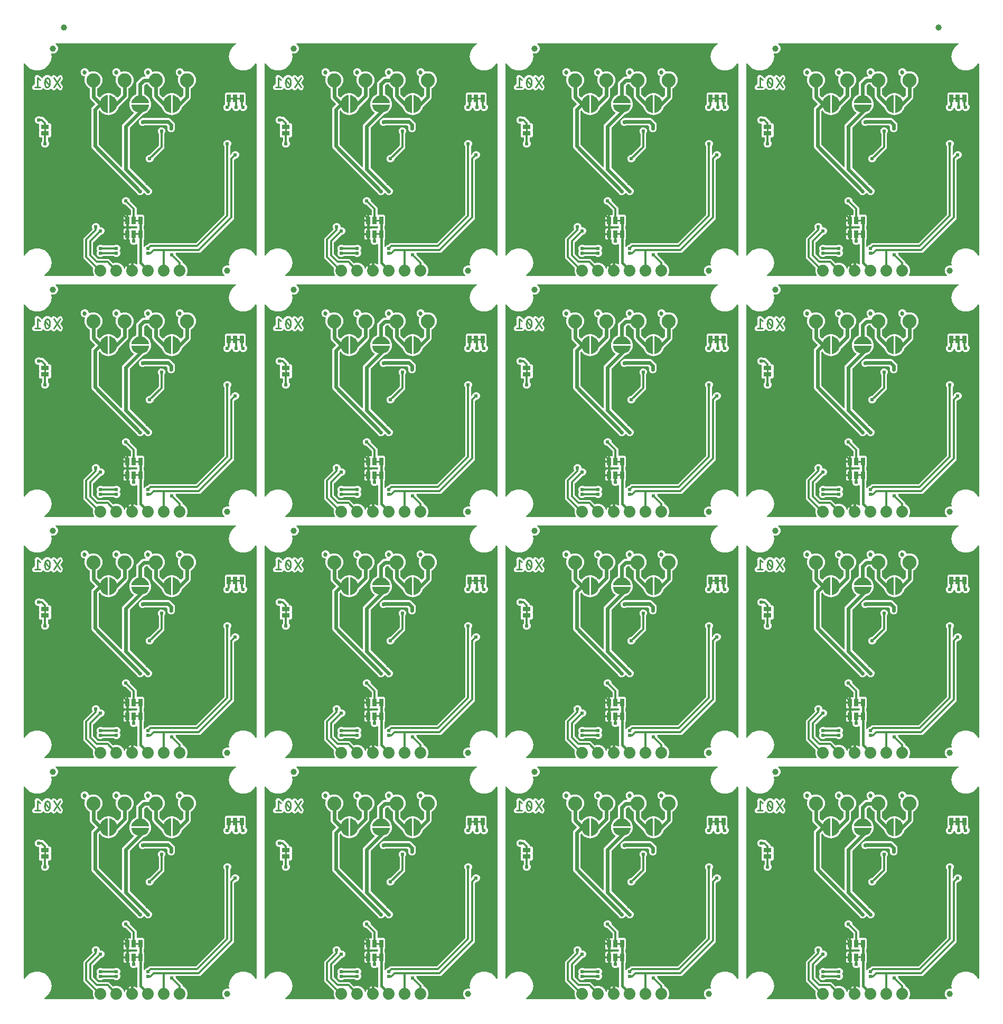
<source format=gbl>
G04 EAGLE Gerber RS-274X export*
G75*
%MOMM*%
%FSLAX34Y34*%
%LPD*%
%INBottom Copper*%
%IPPOS*%
%AMOC8*
5,1,8,0,0,1.08239X$1,22.5*%
G01*
%ADD10C,0.279400*%
%ADD11C,1.879600*%
%ADD12R,0.660400X1.270000*%
%ADD13C,1.000000*%
%ADD14C,2.250000*%
%ADD15R,1.270000X0.660400*%
%ADD16C,0.030478*%
%ADD17C,0.685800*%
%ADD18C,0.304800*%
%ADD19C,0.609600*%
%ADD20C,0.406400*%
%ADD21C,0.609600*%

G36*
X1273939Y1162321D02*
X1273939Y1162321D01*
X1274053Y1162331D01*
X1274079Y1162341D01*
X1274107Y1162345D01*
X1274212Y1162392D01*
X1274319Y1162433D01*
X1274341Y1162449D01*
X1274366Y1162461D01*
X1274454Y1162535D01*
X1274545Y1162604D01*
X1274562Y1162627D01*
X1274583Y1162644D01*
X1274647Y1162740D01*
X1274715Y1162832D01*
X1274725Y1162858D01*
X1274741Y1162881D01*
X1274775Y1162991D01*
X1274816Y1163098D01*
X1274818Y1163126D01*
X1274826Y1163152D01*
X1274829Y1163267D01*
X1274839Y1163381D01*
X1274833Y1163406D01*
X1274834Y1163436D01*
X1274767Y1163693D01*
X1274763Y1163709D01*
X1272793Y1168464D01*
X1272793Y1173416D01*
X1273188Y1174369D01*
X1273188Y1174370D01*
X1273189Y1174372D01*
X1273223Y1174506D01*
X1273259Y1174644D01*
X1273259Y1174646D01*
X1273259Y1174647D01*
X1273255Y1174778D01*
X1273251Y1174928D01*
X1273250Y1174930D01*
X1273250Y1174931D01*
X1273207Y1175064D01*
X1273164Y1175199D01*
X1273163Y1175200D01*
X1273163Y1175202D01*
X1273154Y1175214D01*
X1273006Y1175435D01*
X1272982Y1175455D01*
X1272968Y1175475D01*
X1257807Y1190636D01*
X1257807Y1222364D01*
X1260783Y1225340D01*
X1272068Y1236625D01*
X1272069Y1236626D01*
X1272070Y1236627D01*
X1272155Y1236740D01*
X1272239Y1236852D01*
X1272239Y1236853D01*
X1272240Y1236855D01*
X1272290Y1236987D01*
X1272340Y1237118D01*
X1272340Y1237119D01*
X1272341Y1237121D01*
X1272352Y1237265D01*
X1272364Y1237401D01*
X1272363Y1237402D01*
X1272363Y1237404D01*
X1272360Y1237420D01*
X1272308Y1237680D01*
X1272294Y1237707D01*
X1272288Y1237731D01*
X1271523Y1239577D01*
X1271523Y1242003D01*
X1272451Y1244244D01*
X1274166Y1245959D01*
X1276407Y1246887D01*
X1278833Y1246887D01*
X1281074Y1245959D01*
X1282789Y1244244D01*
X1283717Y1242003D01*
X1283717Y1241552D01*
X1283725Y1241494D01*
X1283723Y1241436D01*
X1283745Y1241354D01*
X1283757Y1241270D01*
X1283780Y1241217D01*
X1283795Y1241161D01*
X1283838Y1241088D01*
X1283873Y1241011D01*
X1283911Y1240966D01*
X1283940Y1240916D01*
X1284002Y1240858D01*
X1284056Y1240794D01*
X1284105Y1240762D01*
X1284148Y1240722D01*
X1284223Y1240683D01*
X1284293Y1240636D01*
X1284349Y1240619D01*
X1284401Y1240592D01*
X1284469Y1240581D01*
X1284564Y1240551D01*
X1284664Y1240548D01*
X1284732Y1240537D01*
X1286453Y1240537D01*
X1288694Y1239609D01*
X1290409Y1237894D01*
X1291337Y1235653D01*
X1291337Y1233227D01*
X1290409Y1230986D01*
X1288694Y1229271D01*
X1286453Y1228343D01*
X1286031Y1228343D01*
X1285944Y1228331D01*
X1285857Y1228328D01*
X1285804Y1228311D01*
X1285749Y1228303D01*
X1285669Y1228268D01*
X1285586Y1228241D01*
X1285547Y1228213D01*
X1285490Y1228187D01*
X1285377Y1228091D01*
X1285313Y1228046D01*
X1273600Y1216333D01*
X1273548Y1216263D01*
X1273488Y1216200D01*
X1273462Y1216150D01*
X1273429Y1216106D01*
X1273398Y1216024D01*
X1273358Y1215946D01*
X1273350Y1215899D01*
X1273328Y1215840D01*
X1273316Y1215693D01*
X1273303Y1215615D01*
X1273303Y1197385D01*
X1273315Y1197298D01*
X1273318Y1197211D01*
X1273335Y1197158D01*
X1273343Y1197103D01*
X1273378Y1197023D01*
X1273405Y1196940D01*
X1273433Y1196901D01*
X1273459Y1196844D01*
X1273555Y1196730D01*
X1273600Y1196667D01*
X1280487Y1189780D01*
X1280557Y1189728D01*
X1280620Y1189668D01*
X1280670Y1189642D01*
X1280714Y1189609D01*
X1280796Y1189578D01*
X1280874Y1189538D01*
X1280921Y1189530D01*
X1280980Y1189508D01*
X1281127Y1189496D01*
X1281205Y1189483D01*
X1298564Y1189483D01*
X1305207Y1182840D01*
X1305208Y1182839D01*
X1305209Y1182838D01*
X1305322Y1182753D01*
X1305434Y1182669D01*
X1305435Y1182669D01*
X1305437Y1182668D01*
X1305569Y1182618D01*
X1305700Y1182568D01*
X1305701Y1182568D01*
X1305703Y1182567D01*
X1305842Y1182556D01*
X1305983Y1182544D01*
X1305984Y1182545D01*
X1305986Y1182545D01*
X1306001Y1182548D01*
X1306262Y1182600D01*
X1306289Y1182614D01*
X1306313Y1182620D01*
X1308164Y1183387D01*
X1313116Y1183387D01*
X1317691Y1181492D01*
X1321192Y1177991D01*
X1322709Y1174329D01*
X1322744Y1174269D01*
X1322770Y1174205D01*
X1322816Y1174147D01*
X1322853Y1174084D01*
X1322903Y1174036D01*
X1322946Y1173982D01*
X1323006Y1173939D01*
X1323060Y1173889D01*
X1323121Y1173857D01*
X1323178Y1173817D01*
X1323247Y1173792D01*
X1323313Y1173758D01*
X1323380Y1173745D01*
X1323446Y1173722D01*
X1323519Y1173718D01*
X1323592Y1173703D01*
X1323660Y1173709D01*
X1323729Y1173705D01*
X1323801Y1173721D01*
X1323875Y1173728D01*
X1323939Y1173753D01*
X1324007Y1173768D01*
X1324071Y1173803D01*
X1324140Y1173830D01*
X1324195Y1173872D01*
X1324256Y1173905D01*
X1324308Y1173957D01*
X1324367Y1174001D01*
X1324408Y1174057D01*
X1324457Y1174106D01*
X1324486Y1174161D01*
X1324537Y1174229D01*
X1324578Y1174337D01*
X1324612Y1174403D01*
X1324976Y1175523D01*
X1325829Y1177197D01*
X1326934Y1178718D01*
X1328262Y1180046D01*
X1329783Y1181151D01*
X1331457Y1182004D01*
X1333244Y1182585D01*
X1334009Y1182706D01*
X1334009Y1171956D01*
X1334017Y1171898D01*
X1334015Y1171840D01*
X1334037Y1171758D01*
X1334049Y1171675D01*
X1334073Y1171621D01*
X1334087Y1171565D01*
X1334130Y1171492D01*
X1334165Y1171415D01*
X1334203Y1171371D01*
X1334233Y1171320D01*
X1334294Y1171263D01*
X1334349Y1171198D01*
X1334397Y1171166D01*
X1334440Y1171126D01*
X1334515Y1171087D01*
X1334585Y1171041D01*
X1334641Y1171023D01*
X1334693Y1170996D01*
X1334761Y1170985D01*
X1334856Y1170955D01*
X1334956Y1170952D01*
X1335024Y1170941D01*
X1337056Y1170941D01*
X1337114Y1170949D01*
X1337172Y1170948D01*
X1337254Y1170969D01*
X1337337Y1170981D01*
X1337391Y1171005D01*
X1337447Y1171019D01*
X1337520Y1171062D01*
X1337597Y1171097D01*
X1337642Y1171135D01*
X1337692Y1171165D01*
X1337750Y1171226D01*
X1337814Y1171281D01*
X1337846Y1171329D01*
X1337886Y1171372D01*
X1337925Y1171447D01*
X1337971Y1171517D01*
X1337989Y1171573D01*
X1338016Y1171625D01*
X1338027Y1171693D01*
X1338057Y1171788D01*
X1338060Y1171888D01*
X1338071Y1171956D01*
X1338071Y1182706D01*
X1338836Y1182585D01*
X1340623Y1182004D01*
X1342297Y1181151D01*
X1342422Y1181060D01*
X1342428Y1181057D01*
X1342432Y1181053D01*
X1342551Y1180992D01*
X1342673Y1180927D01*
X1342679Y1180926D01*
X1342685Y1180923D01*
X1342817Y1180897D01*
X1342951Y1180868D01*
X1342958Y1180869D01*
X1342964Y1180868D01*
X1343099Y1180879D01*
X1343235Y1180889D01*
X1343241Y1180892D01*
X1343247Y1180892D01*
X1343373Y1180941D01*
X1343502Y1180988D01*
X1343507Y1180992D01*
X1343512Y1180994D01*
X1343620Y1181076D01*
X1343730Y1181157D01*
X1343734Y1181162D01*
X1343739Y1181166D01*
X1343820Y1181274D01*
X1343903Y1181383D01*
X1343906Y1181389D01*
X1343909Y1181394D01*
X1343957Y1181520D01*
X1344007Y1181647D01*
X1344007Y1181654D01*
X1344010Y1181660D01*
X1344020Y1181794D01*
X1344033Y1181931D01*
X1344032Y1181937D01*
X1344032Y1181943D01*
X1344023Y1181985D01*
X1343980Y1182210D01*
X1343963Y1182242D01*
X1343957Y1182270D01*
X1343913Y1182375D01*
X1343913Y1212190D01*
X1343909Y1212219D01*
X1343912Y1212248D01*
X1343889Y1212359D01*
X1343873Y1212472D01*
X1343861Y1212498D01*
X1343856Y1212527D01*
X1343804Y1212628D01*
X1343757Y1212731D01*
X1343738Y1212753D01*
X1343725Y1212780D01*
X1343647Y1212862D01*
X1343574Y1212948D01*
X1343549Y1212964D01*
X1343529Y1212986D01*
X1343431Y1213043D01*
X1343337Y1213106D01*
X1343309Y1213115D01*
X1343284Y1213129D01*
X1343174Y1213157D01*
X1343066Y1213191D01*
X1343037Y1213192D01*
X1343008Y1213199D01*
X1342895Y1213196D01*
X1342782Y1213199D01*
X1342753Y1213191D01*
X1342724Y1213190D01*
X1342616Y1213155D01*
X1342507Y1213127D01*
X1342481Y1213112D01*
X1342453Y1213103D01*
X1342390Y1213057D01*
X1342262Y1212982D01*
X1342219Y1212936D01*
X1342180Y1212908D01*
X1342033Y1212761D01*
X1339793Y1211833D01*
X1337367Y1211833D01*
X1335126Y1212761D01*
X1333411Y1214476D01*
X1332483Y1216717D01*
X1332483Y1219187D01*
X1332515Y1219286D01*
X1332515Y1219314D01*
X1332522Y1219341D01*
X1332519Y1219456D01*
X1332522Y1219570D01*
X1332515Y1219597D01*
X1332514Y1219625D01*
X1332479Y1219734D01*
X1332450Y1219845D01*
X1332436Y1219869D01*
X1332428Y1219896D01*
X1332363Y1219991D01*
X1332305Y1220090D01*
X1332285Y1220109D01*
X1332269Y1220132D01*
X1332181Y1220206D01*
X1332098Y1220284D01*
X1332073Y1220297D01*
X1332052Y1220315D01*
X1331947Y1220362D01*
X1331844Y1220414D01*
X1331820Y1220418D01*
X1331792Y1220430D01*
X1331527Y1220467D01*
X1331513Y1220469D01*
X1329816Y1220469D01*
X1329816Y1228725D01*
X1329808Y1228783D01*
X1329810Y1228841D01*
X1329788Y1228923D01*
X1329776Y1229006D01*
X1329753Y1229060D01*
X1329738Y1229116D01*
X1329695Y1229189D01*
X1329660Y1229266D01*
X1329622Y1229310D01*
X1329593Y1229361D01*
X1329589Y1229364D01*
X1329591Y1229368D01*
X1329631Y1229411D01*
X1329670Y1229486D01*
X1329717Y1229556D01*
X1329734Y1229612D01*
X1329761Y1229664D01*
X1329772Y1229732D01*
X1329802Y1229827D01*
X1329805Y1229927D01*
X1329816Y1229995D01*
X1329816Y1238251D01*
X1331802Y1238251D01*
X1332578Y1238043D01*
X1332585Y1238042D01*
X1332598Y1238037D01*
X1332666Y1238030D01*
X1332733Y1238013D01*
X1332805Y1238015D01*
X1332860Y1238009D01*
X1332865Y1238009D01*
X1332881Y1238008D01*
X1332948Y1238020D01*
X1333017Y1238022D01*
X1333087Y1238045D01*
X1333108Y1238048D01*
X1333141Y1238054D01*
X1333143Y1238055D01*
X1333160Y1238058D01*
X1333222Y1238088D01*
X1333288Y1238110D01*
X1333338Y1238146D01*
X1333391Y1238172D01*
X1333398Y1238175D01*
X1333415Y1238184D01*
X1333500Y1238261D01*
X1333561Y1238304D01*
X1334015Y1238759D01*
X1342898Y1238759D01*
X1342956Y1238767D01*
X1343014Y1238765D01*
X1343096Y1238787D01*
X1343180Y1238799D01*
X1343233Y1238822D01*
X1343289Y1238837D01*
X1343362Y1238880D01*
X1343439Y1238915D01*
X1343484Y1238953D01*
X1343534Y1238982D01*
X1343592Y1239044D01*
X1343656Y1239098D01*
X1343688Y1239147D01*
X1343728Y1239190D01*
X1343767Y1239265D01*
X1343814Y1239335D01*
X1343831Y1239391D01*
X1343858Y1239443D01*
X1343869Y1239511D01*
X1343899Y1239606D01*
X1343902Y1239706D01*
X1343913Y1239774D01*
X1343913Y1240536D01*
X1343906Y1240585D01*
X1343907Y1240595D01*
X1343905Y1240600D01*
X1343907Y1240652D01*
X1343885Y1240734D01*
X1343873Y1240818D01*
X1343850Y1240871D01*
X1343835Y1240927D01*
X1343792Y1241000D01*
X1343757Y1241077D01*
X1343719Y1241122D01*
X1343690Y1241172D01*
X1343628Y1241230D01*
X1343574Y1241294D01*
X1343525Y1241326D01*
X1343482Y1241366D01*
X1343407Y1241405D01*
X1343337Y1241452D01*
X1343281Y1241469D01*
X1343229Y1241496D01*
X1343161Y1241507D01*
X1343066Y1241537D01*
X1342966Y1241540D01*
X1342898Y1241551D01*
X1334015Y1241551D01*
X1333561Y1242006D01*
X1333506Y1242047D01*
X1333458Y1242096D01*
X1333441Y1242105D01*
X1333439Y1242106D01*
X1333393Y1242132D01*
X1333334Y1242177D01*
X1333269Y1242201D01*
X1333209Y1242235D01*
X1333192Y1242239D01*
X1333190Y1242240D01*
X1333161Y1242246D01*
X1333137Y1242251D01*
X1333068Y1242278D01*
X1332999Y1242283D01*
X1332933Y1242299D01*
X1332916Y1242298D01*
X1332912Y1242299D01*
X1332885Y1242297D01*
X1332859Y1242295D01*
X1332785Y1242301D01*
X1332717Y1242288D01*
X1332649Y1242284D01*
X1332611Y1242270D01*
X1332578Y1242267D01*
X1331802Y1242059D01*
X1329816Y1242059D01*
X1329816Y1250315D01*
X1329808Y1250373D01*
X1329810Y1250431D01*
X1329788Y1250513D01*
X1329776Y1250596D01*
X1329753Y1250650D01*
X1329738Y1250706D01*
X1329695Y1250779D01*
X1329660Y1250856D01*
X1329622Y1250900D01*
X1329593Y1250951D01*
X1329589Y1250954D01*
X1329591Y1250958D01*
X1329631Y1251001D01*
X1329670Y1251076D01*
X1329717Y1251146D01*
X1329734Y1251202D01*
X1329761Y1251254D01*
X1329772Y1251322D01*
X1329802Y1251417D01*
X1329805Y1251517D01*
X1329816Y1251585D01*
X1329816Y1259841D01*
X1331802Y1259841D01*
X1332578Y1259633D01*
X1332585Y1259632D01*
X1332598Y1259627D01*
X1332666Y1259620D01*
X1332733Y1259603D01*
X1332805Y1259605D01*
X1332860Y1259599D01*
X1332865Y1259599D01*
X1332881Y1259598D01*
X1332948Y1259610D01*
X1333017Y1259612D01*
X1333087Y1259635D01*
X1333108Y1259638D01*
X1333141Y1259644D01*
X1333143Y1259645D01*
X1333160Y1259648D01*
X1333222Y1259678D01*
X1333288Y1259700D01*
X1333338Y1259736D01*
X1333391Y1259762D01*
X1333398Y1259765D01*
X1333415Y1259774D01*
X1333500Y1259851D01*
X1333561Y1259894D01*
X1333710Y1260044D01*
X1333763Y1260113D01*
X1333822Y1260177D01*
X1333848Y1260226D01*
X1333881Y1260271D01*
X1333912Y1260353D01*
X1333952Y1260430D01*
X1333960Y1260478D01*
X1333982Y1260536D01*
X1333987Y1260596D01*
X1333993Y1260616D01*
X1333995Y1260689D01*
X1334007Y1260761D01*
X1334007Y1267685D01*
X1333995Y1267772D01*
X1333992Y1267859D01*
X1333975Y1267912D01*
X1333967Y1267967D01*
X1333932Y1268047D01*
X1333905Y1268130D01*
X1333877Y1268169D01*
X1333851Y1268226D01*
X1333755Y1268340D01*
X1333710Y1268403D01*
X1325807Y1276306D01*
X1325737Y1276358D01*
X1325674Y1276418D01*
X1325624Y1276444D01*
X1325580Y1276477D01*
X1325498Y1276508D01*
X1325420Y1276548D01*
X1325373Y1276556D01*
X1325314Y1276578D01*
X1325167Y1276590D01*
X1325089Y1276603D01*
X1324667Y1276603D01*
X1322426Y1277531D01*
X1320711Y1279246D01*
X1319783Y1281487D01*
X1319783Y1283913D01*
X1320711Y1286154D01*
X1322426Y1287869D01*
X1324667Y1288797D01*
X1327093Y1288797D01*
X1329334Y1287869D01*
X1331049Y1286154D01*
X1331977Y1283913D01*
X1331977Y1283491D01*
X1331989Y1283404D01*
X1331992Y1283317D01*
X1332009Y1283264D01*
X1332017Y1283209D01*
X1332052Y1283129D01*
X1332079Y1283046D01*
X1332107Y1283007D01*
X1332133Y1282950D01*
X1332229Y1282836D01*
X1332274Y1282773D01*
X1343153Y1271894D01*
X1343153Y1261364D01*
X1343161Y1261306D01*
X1343159Y1261248D01*
X1343181Y1261166D01*
X1343193Y1261082D01*
X1343216Y1261029D01*
X1343231Y1260973D01*
X1343274Y1260900D01*
X1343309Y1260823D01*
X1343347Y1260778D01*
X1343376Y1260728D01*
X1343438Y1260670D01*
X1343492Y1260606D01*
X1343541Y1260574D01*
X1343584Y1260534D01*
X1343659Y1260495D01*
X1343729Y1260448D01*
X1343785Y1260431D01*
X1343837Y1260404D01*
X1343905Y1260393D01*
X1344000Y1260363D01*
X1344100Y1260360D01*
X1344168Y1260349D01*
X1353559Y1260349D01*
X1355345Y1258563D01*
X1355345Y1243337D01*
X1354372Y1242365D01*
X1354320Y1242295D01*
X1354260Y1242231D01*
X1354234Y1242182D01*
X1354201Y1242137D01*
X1354170Y1242056D01*
X1354130Y1241978D01*
X1354122Y1241930D01*
X1354100Y1241872D01*
X1354088Y1241724D01*
X1354075Y1241647D01*
X1354075Y1238663D01*
X1354087Y1238577D01*
X1354090Y1238489D01*
X1354107Y1238437D01*
X1354115Y1238382D01*
X1354150Y1238302D01*
X1354177Y1238219D01*
X1354205Y1238179D01*
X1354231Y1238122D01*
X1354327Y1238009D01*
X1354372Y1237945D01*
X1355345Y1236973D01*
X1355345Y1221747D01*
X1354372Y1220775D01*
X1354320Y1220705D01*
X1354260Y1220641D01*
X1354234Y1220592D01*
X1354201Y1220547D01*
X1354170Y1220466D01*
X1354130Y1220388D01*
X1354122Y1220340D01*
X1354100Y1220282D01*
X1354088Y1220134D01*
X1354075Y1220057D01*
X1354075Y1209754D01*
X1354087Y1209669D01*
X1354089Y1209583D01*
X1354107Y1209529D01*
X1354115Y1209473D01*
X1354150Y1209394D01*
X1354176Y1209312D01*
X1354208Y1209265D01*
X1354231Y1209213D01*
X1354286Y1209148D01*
X1354334Y1209076D01*
X1354378Y1209040D01*
X1354414Y1208996D01*
X1354486Y1208949D01*
X1354552Y1208893D01*
X1354604Y1208870D01*
X1354651Y1208839D01*
X1354733Y1208813D01*
X1354812Y1208778D01*
X1354868Y1208770D01*
X1354922Y1208753D01*
X1355008Y1208751D01*
X1355093Y1208739D01*
X1355149Y1208747D01*
X1355206Y1208746D01*
X1355289Y1208767D01*
X1355375Y1208780D01*
X1355426Y1208803D01*
X1355481Y1208817D01*
X1355555Y1208861D01*
X1355634Y1208897D01*
X1355677Y1208934D01*
X1355726Y1208963D01*
X1355785Y1209025D01*
X1355850Y1209081D01*
X1355876Y1209123D01*
X1355920Y1209170D01*
X1355986Y1209299D01*
X1356028Y1209366D01*
X1356271Y1209954D01*
X1357986Y1211669D01*
X1360227Y1212597D01*
X1360649Y1212597D01*
X1360736Y1212609D01*
X1360823Y1212612D01*
X1360876Y1212629D01*
X1360931Y1212637D01*
X1361011Y1212672D01*
X1361094Y1212699D01*
X1361133Y1212727D01*
X1361190Y1212753D01*
X1361304Y1212849D01*
X1361367Y1212894D01*
X1363356Y1214883D01*
X1437865Y1214883D01*
X1437952Y1214895D01*
X1438039Y1214898D01*
X1438092Y1214915D01*
X1438147Y1214923D01*
X1438227Y1214958D01*
X1438310Y1214985D01*
X1438349Y1215013D01*
X1438406Y1215039D01*
X1438520Y1215135D01*
X1438583Y1215180D01*
X1483570Y1260167D01*
X1483622Y1260236D01*
X1483682Y1260300D01*
X1483708Y1260350D01*
X1483741Y1260394D01*
X1483772Y1260476D01*
X1483812Y1260554D01*
X1483820Y1260601D01*
X1483842Y1260660D01*
X1483854Y1260807D01*
X1483867Y1260885D01*
X1483867Y1369670D01*
X1483855Y1369757D01*
X1483852Y1369844D01*
X1483835Y1369897D01*
X1483827Y1369952D01*
X1483792Y1370031D01*
X1483765Y1370115D01*
X1483737Y1370154D01*
X1483711Y1370211D01*
X1483615Y1370324D01*
X1483570Y1370388D01*
X1483271Y1370686D01*
X1482343Y1372927D01*
X1482343Y1375353D01*
X1483271Y1377594D01*
X1484986Y1379309D01*
X1487227Y1380237D01*
X1489653Y1380237D01*
X1491894Y1379309D01*
X1493609Y1377594D01*
X1494537Y1375353D01*
X1494537Y1372927D01*
X1493609Y1370686D01*
X1493310Y1370388D01*
X1493258Y1370318D01*
X1493198Y1370254D01*
X1493172Y1370205D01*
X1493139Y1370161D01*
X1493108Y1370079D01*
X1493068Y1370001D01*
X1493060Y1369954D01*
X1493038Y1369895D01*
X1493026Y1369747D01*
X1493013Y1369670D01*
X1493013Y1357151D01*
X1493020Y1357101D01*
X1493018Y1357051D01*
X1493040Y1356961D01*
X1493053Y1356869D01*
X1493073Y1356823D01*
X1493085Y1356775D01*
X1493131Y1356694D01*
X1493169Y1356610D01*
X1493201Y1356571D01*
X1493226Y1356528D01*
X1493293Y1356463D01*
X1493352Y1356393D01*
X1493394Y1356365D01*
X1493430Y1356330D01*
X1493512Y1356287D01*
X1493589Y1356235D01*
X1493637Y1356220D01*
X1493681Y1356196D01*
X1493772Y1356177D01*
X1493860Y1356149D01*
X1493910Y1356148D01*
X1493959Y1356138D01*
X1494052Y1356144D01*
X1494144Y1356142D01*
X1494193Y1356155D01*
X1494243Y1356158D01*
X1494330Y1356190D01*
X1494419Y1356214D01*
X1494462Y1356239D01*
X1494509Y1356257D01*
X1494584Y1356312D01*
X1494664Y1356359D01*
X1494698Y1356396D01*
X1494738Y1356425D01*
X1494782Y1356485D01*
X1494858Y1356566D01*
X1494899Y1356645D01*
X1494936Y1356697D01*
X1494957Y1356760D01*
X1494988Y1356820D01*
X1494998Y1356882D01*
X1495026Y1356966D01*
X1495031Y1357078D01*
X1495043Y1357151D01*
X1495043Y1357573D01*
X1495971Y1359814D01*
X1497686Y1361529D01*
X1499927Y1362457D01*
X1502353Y1362457D01*
X1504594Y1361529D01*
X1506309Y1359814D01*
X1507237Y1357573D01*
X1507237Y1355147D01*
X1506309Y1352906D01*
X1504594Y1351191D01*
X1502353Y1350263D01*
X1501931Y1350263D01*
X1501844Y1350251D01*
X1501757Y1350248D01*
X1501704Y1350231D01*
X1501649Y1350223D01*
X1501569Y1350188D01*
X1501486Y1350161D01*
X1501447Y1350133D01*
X1501390Y1350107D01*
X1501276Y1350011D01*
X1501213Y1349966D01*
X1499660Y1348413D01*
X1499608Y1348343D01*
X1499548Y1348280D01*
X1499522Y1348230D01*
X1499489Y1348186D01*
X1499458Y1348104D01*
X1499418Y1348026D01*
X1499410Y1347979D01*
X1499388Y1347920D01*
X1499376Y1347773D01*
X1499363Y1347695D01*
X1499363Y1254136D01*
X1444614Y1199387D01*
X1406396Y1199387D01*
X1406283Y1199371D01*
X1406168Y1199361D01*
X1406142Y1199351D01*
X1406115Y1199347D01*
X1406010Y1199300D01*
X1405903Y1199259D01*
X1405881Y1199243D01*
X1405855Y1199231D01*
X1405768Y1199157D01*
X1405676Y1199088D01*
X1405660Y1199065D01*
X1405638Y1199048D01*
X1405575Y1198952D01*
X1405506Y1198860D01*
X1405496Y1198834D01*
X1405481Y1198811D01*
X1405446Y1198701D01*
X1405406Y1198594D01*
X1405403Y1198566D01*
X1405395Y1198540D01*
X1405392Y1198425D01*
X1405383Y1198311D01*
X1405388Y1198286D01*
X1405388Y1198256D01*
X1405455Y1197999D01*
X1405458Y1197983D01*
X1405637Y1197553D01*
X1405637Y1197131D01*
X1405649Y1197044D01*
X1405652Y1196957D01*
X1405669Y1196904D01*
X1405677Y1196849D01*
X1405712Y1196769D01*
X1405739Y1196686D01*
X1405767Y1196647D01*
X1405793Y1196590D01*
X1405889Y1196476D01*
X1405934Y1196413D01*
X1413837Y1188510D01*
X1416813Y1185534D01*
X1416813Y1183197D01*
X1416813Y1183195D01*
X1416813Y1183193D01*
X1416833Y1183053D01*
X1416853Y1182915D01*
X1416853Y1182914D01*
X1416853Y1182912D01*
X1416910Y1182786D01*
X1416969Y1182656D01*
X1416970Y1182654D01*
X1416971Y1182653D01*
X1417063Y1182544D01*
X1417152Y1182439D01*
X1417154Y1182438D01*
X1417155Y1182437D01*
X1417168Y1182428D01*
X1417389Y1182281D01*
X1417418Y1182272D01*
X1417439Y1182259D01*
X1419291Y1181492D01*
X1422792Y1177991D01*
X1424687Y1173416D01*
X1424687Y1168464D01*
X1422717Y1163709D01*
X1422688Y1163597D01*
X1422654Y1163488D01*
X1422653Y1163460D01*
X1422646Y1163433D01*
X1422649Y1163319D01*
X1422646Y1163204D01*
X1422653Y1163177D01*
X1422654Y1163149D01*
X1422689Y1163040D01*
X1422718Y1162929D01*
X1422732Y1162905D01*
X1422741Y1162878D01*
X1422805Y1162783D01*
X1422863Y1162684D01*
X1422884Y1162665D01*
X1422899Y1162642D01*
X1422987Y1162568D01*
X1423071Y1162490D01*
X1423095Y1162477D01*
X1423117Y1162459D01*
X1423221Y1162413D01*
X1423324Y1162360D01*
X1423348Y1162356D01*
X1423376Y1162344D01*
X1423640Y1162307D01*
X1423655Y1162305D01*
X1483242Y1162305D01*
X1483271Y1162309D01*
X1483300Y1162306D01*
X1483411Y1162329D01*
X1483523Y1162345D01*
X1483550Y1162357D01*
X1483579Y1162362D01*
X1483679Y1162415D01*
X1483783Y1162461D01*
X1483805Y1162480D01*
X1483831Y1162493D01*
X1483913Y1162571D01*
X1484000Y1162644D01*
X1484016Y1162669D01*
X1484037Y1162689D01*
X1484094Y1162787D01*
X1484157Y1162881D01*
X1484166Y1162909D01*
X1484181Y1162934D01*
X1484209Y1163044D01*
X1484243Y1163152D01*
X1484244Y1163182D01*
X1484251Y1163210D01*
X1484247Y1163323D01*
X1484250Y1163436D01*
X1484243Y1163465D01*
X1484242Y1163494D01*
X1484207Y1163602D01*
X1484178Y1163711D01*
X1484163Y1163737D01*
X1484154Y1163765D01*
X1484109Y1163828D01*
X1484033Y1163956D01*
X1483988Y1163999D01*
X1483960Y1164038D01*
X1481617Y1166381D01*
X1480391Y1169339D01*
X1480391Y1172541D01*
X1481617Y1175499D01*
X1483881Y1177763D01*
X1486839Y1178989D01*
X1490041Y1178989D01*
X1490126Y1178953D01*
X1490185Y1178938D01*
X1490241Y1178914D01*
X1490322Y1178903D01*
X1490401Y1178883D01*
X1490462Y1178884D01*
X1490523Y1178876D01*
X1490604Y1178888D01*
X1490686Y1178891D01*
X1490744Y1178909D01*
X1490804Y1178918D01*
X1490879Y1178952D01*
X1490956Y1178977D01*
X1491007Y1179011D01*
X1491063Y1179037D01*
X1491125Y1179090D01*
X1491192Y1179136D01*
X1491232Y1179182D01*
X1491278Y1179222D01*
X1491323Y1179291D01*
X1491375Y1179353D01*
X1491400Y1179409D01*
X1491434Y1179460D01*
X1491458Y1179538D01*
X1491491Y1179613D01*
X1491499Y1179674D01*
X1491517Y1179732D01*
X1491517Y1179799D01*
X1491530Y1179895D01*
X1491515Y1179997D01*
X1491514Y1180068D01*
X1490885Y1183640D01*
X1492269Y1191491D01*
X1496255Y1198395D01*
X1502362Y1203520D01*
X1509854Y1206247D01*
X1517826Y1206247D01*
X1525318Y1203520D01*
X1531425Y1198396D01*
X1533281Y1195181D01*
X1533293Y1195166D01*
X1533301Y1195148D01*
X1533380Y1195054D01*
X1533456Y1194957D01*
X1533472Y1194946D01*
X1533485Y1194931D01*
X1533587Y1194862D01*
X1533686Y1194791D01*
X1533705Y1194784D01*
X1533721Y1194773D01*
X1533839Y1194736D01*
X1533954Y1194694D01*
X1533974Y1194693D01*
X1533992Y1194687D01*
X1534115Y1194684D01*
X1534238Y1194676D01*
X1534257Y1194681D01*
X1534276Y1194680D01*
X1534395Y1194711D01*
X1534515Y1194738D01*
X1534533Y1194747D01*
X1534551Y1194752D01*
X1534657Y1194814D01*
X1534765Y1194873D01*
X1534779Y1194887D01*
X1534796Y1194897D01*
X1534880Y1194987D01*
X1534967Y1195073D01*
X1534977Y1195090D01*
X1534990Y1195104D01*
X1535046Y1195214D01*
X1535106Y1195321D01*
X1535111Y1195340D01*
X1535120Y1195358D01*
X1535132Y1195430D01*
X1535171Y1195598D01*
X1535169Y1195649D01*
X1535175Y1195689D01*
X1535175Y1501791D01*
X1535173Y1501811D01*
X1535175Y1501830D01*
X1535153Y1501951D01*
X1535135Y1502073D01*
X1535127Y1502091D01*
X1535124Y1502110D01*
X1535069Y1502220D01*
X1535019Y1502332D01*
X1535007Y1502347D01*
X1534998Y1502365D01*
X1534915Y1502456D01*
X1534836Y1502549D01*
X1534819Y1502560D01*
X1534806Y1502575D01*
X1534701Y1502639D01*
X1534599Y1502707D01*
X1534580Y1502713D01*
X1534564Y1502723D01*
X1534445Y1502756D01*
X1534328Y1502793D01*
X1534308Y1502793D01*
X1534289Y1502798D01*
X1534167Y1502797D01*
X1534044Y1502800D01*
X1534025Y1502795D01*
X1534005Y1502795D01*
X1533887Y1502759D01*
X1533769Y1502728D01*
X1533752Y1502718D01*
X1533733Y1502712D01*
X1533630Y1502646D01*
X1533524Y1502583D01*
X1533511Y1502569D01*
X1533494Y1502558D01*
X1533448Y1502501D01*
X1533330Y1502376D01*
X1533306Y1502330D01*
X1533281Y1502299D01*
X1531425Y1499084D01*
X1525318Y1493960D01*
X1517826Y1491233D01*
X1509854Y1491233D01*
X1502362Y1493960D01*
X1496255Y1499084D01*
X1492269Y1505989D01*
X1490885Y1513840D01*
X1492269Y1521691D01*
X1496255Y1528595D01*
X1501960Y1533382D01*
X1502009Y1533437D01*
X1502065Y1533485D01*
X1502104Y1533542D01*
X1502150Y1533594D01*
X1502182Y1533660D01*
X1502223Y1533721D01*
X1502244Y1533787D01*
X1502274Y1533850D01*
X1502286Y1533922D01*
X1502308Y1533992D01*
X1502310Y1534061D01*
X1502322Y1534130D01*
X1502314Y1534203D01*
X1502316Y1534276D01*
X1502298Y1534343D01*
X1502291Y1534412D01*
X1502263Y1534480D01*
X1502244Y1534551D01*
X1502209Y1534611D01*
X1502182Y1534675D01*
X1502136Y1534733D01*
X1502099Y1534796D01*
X1502048Y1534843D01*
X1502005Y1534897D01*
X1501945Y1534940D01*
X1501891Y1534990D01*
X1501830Y1535022D01*
X1501773Y1535062D01*
X1501704Y1535086D01*
X1501638Y1535120D01*
X1501580Y1535130D01*
X1501505Y1535156D01*
X1501383Y1535163D01*
X1501307Y1535175D01*
X1214238Y1535175D01*
X1214209Y1535171D01*
X1214180Y1535174D01*
X1214069Y1535151D01*
X1213957Y1535135D01*
X1213930Y1535123D01*
X1213901Y1535118D01*
X1213801Y1535065D01*
X1213697Y1535019D01*
X1213675Y1535000D01*
X1213649Y1534987D01*
X1213567Y1534909D01*
X1213480Y1534836D01*
X1213464Y1534811D01*
X1213443Y1534791D01*
X1213386Y1534693D01*
X1213323Y1534599D01*
X1213314Y1534571D01*
X1213299Y1534546D01*
X1213271Y1534436D01*
X1213237Y1534328D01*
X1213236Y1534298D01*
X1213229Y1534270D01*
X1213233Y1534157D01*
X1213230Y1534044D01*
X1213237Y1534015D01*
X1213238Y1533986D01*
X1213273Y1533878D01*
X1213302Y1533769D01*
X1213317Y1533743D01*
X1213326Y1533715D01*
X1213371Y1533652D01*
X1213447Y1533524D01*
X1213492Y1533481D01*
X1213520Y1533442D01*
X1215863Y1531099D01*
X1217089Y1528141D01*
X1217089Y1524939D01*
X1215863Y1521981D01*
X1213599Y1519717D01*
X1210641Y1518491D01*
X1207439Y1518491D01*
X1207354Y1518526D01*
X1207295Y1518542D01*
X1207239Y1518566D01*
X1207158Y1518577D01*
X1207079Y1518597D01*
X1207018Y1518596D01*
X1206957Y1518604D01*
X1206876Y1518592D01*
X1206795Y1518589D01*
X1206736Y1518571D01*
X1206676Y1518562D01*
X1206602Y1518528D01*
X1206524Y1518503D01*
X1206473Y1518469D01*
X1206417Y1518443D01*
X1206356Y1518390D01*
X1206288Y1518344D01*
X1206248Y1518298D01*
X1206202Y1518258D01*
X1206157Y1518189D01*
X1206105Y1518127D01*
X1206080Y1518071D01*
X1206046Y1518020D01*
X1206022Y1517942D01*
X1205989Y1517867D01*
X1205981Y1517806D01*
X1205963Y1517748D01*
X1205963Y1517681D01*
X1205950Y1517585D01*
X1205965Y1517483D01*
X1205966Y1517412D01*
X1206595Y1513840D01*
X1205211Y1505989D01*
X1201225Y1499085D01*
X1195118Y1493960D01*
X1187626Y1491233D01*
X1179654Y1491233D01*
X1172162Y1493960D01*
X1166055Y1499084D01*
X1164199Y1502299D01*
X1164187Y1502314D01*
X1164179Y1502332D01*
X1164100Y1502426D01*
X1164024Y1502523D01*
X1164008Y1502534D01*
X1163995Y1502549D01*
X1163893Y1502618D01*
X1163794Y1502689D01*
X1163775Y1502696D01*
X1163759Y1502707D01*
X1163641Y1502744D01*
X1163526Y1502786D01*
X1163506Y1502787D01*
X1163488Y1502793D01*
X1163365Y1502796D01*
X1163242Y1502804D01*
X1163223Y1502799D01*
X1163204Y1502800D01*
X1163085Y1502769D01*
X1162965Y1502742D01*
X1162947Y1502733D01*
X1162929Y1502728D01*
X1162823Y1502666D01*
X1162715Y1502607D01*
X1162701Y1502593D01*
X1162684Y1502583D01*
X1162600Y1502493D01*
X1162513Y1502407D01*
X1162503Y1502390D01*
X1162490Y1502376D01*
X1162434Y1502266D01*
X1162374Y1502159D01*
X1162369Y1502140D01*
X1162360Y1502122D01*
X1162348Y1502050D01*
X1162309Y1501882D01*
X1162311Y1501831D01*
X1162305Y1501791D01*
X1162305Y1195689D01*
X1162307Y1195669D01*
X1162305Y1195650D01*
X1162327Y1195529D01*
X1162345Y1195407D01*
X1162353Y1195389D01*
X1162356Y1195370D01*
X1162411Y1195260D01*
X1162461Y1195148D01*
X1162473Y1195133D01*
X1162482Y1195115D01*
X1162565Y1195024D01*
X1162644Y1194931D01*
X1162661Y1194920D01*
X1162674Y1194905D01*
X1162779Y1194841D01*
X1162881Y1194773D01*
X1162900Y1194767D01*
X1162916Y1194757D01*
X1163035Y1194724D01*
X1163152Y1194687D01*
X1163172Y1194687D01*
X1163191Y1194682D01*
X1163313Y1194683D01*
X1163436Y1194680D01*
X1163455Y1194685D01*
X1163475Y1194685D01*
X1163593Y1194721D01*
X1163711Y1194752D01*
X1163728Y1194762D01*
X1163747Y1194768D01*
X1163850Y1194834D01*
X1163956Y1194897D01*
X1163969Y1194911D01*
X1163986Y1194922D01*
X1164032Y1194979D01*
X1164150Y1195104D01*
X1164174Y1195150D01*
X1164199Y1195181D01*
X1166055Y1198395D01*
X1172162Y1203520D01*
X1179654Y1206247D01*
X1187626Y1206247D01*
X1195118Y1203520D01*
X1201225Y1198396D01*
X1205211Y1191491D01*
X1206595Y1183640D01*
X1205211Y1175789D01*
X1201225Y1168885D01*
X1195520Y1164098D01*
X1195471Y1164043D01*
X1195415Y1163995D01*
X1195376Y1163938D01*
X1195330Y1163886D01*
X1195298Y1163820D01*
X1195257Y1163759D01*
X1195236Y1163693D01*
X1195206Y1163630D01*
X1195194Y1163558D01*
X1195172Y1163488D01*
X1195170Y1163419D01*
X1195158Y1163350D01*
X1195166Y1163277D01*
X1195164Y1163204D01*
X1195182Y1163137D01*
X1195189Y1163068D01*
X1195217Y1163000D01*
X1195236Y1162929D01*
X1195271Y1162869D01*
X1195298Y1162805D01*
X1195344Y1162747D01*
X1195381Y1162684D01*
X1195432Y1162637D01*
X1195475Y1162583D01*
X1195535Y1162540D01*
X1195589Y1162490D01*
X1195650Y1162458D01*
X1195707Y1162418D01*
X1195776Y1162394D01*
X1195842Y1162360D01*
X1195900Y1162350D01*
X1195975Y1162324D01*
X1196097Y1162317D01*
X1196173Y1162305D01*
X1273825Y1162305D01*
X1273939Y1162321D01*
G37*
G36*
X115699Y776241D02*
X115699Y776241D01*
X115813Y776251D01*
X115839Y776261D01*
X115867Y776265D01*
X115972Y776312D01*
X116079Y776353D01*
X116101Y776369D01*
X116126Y776381D01*
X116214Y776455D01*
X116305Y776524D01*
X116322Y776547D01*
X116343Y776564D01*
X116407Y776660D01*
X116476Y776752D01*
X116485Y776778D01*
X116501Y776801D01*
X116535Y776911D01*
X116576Y777018D01*
X116578Y777046D01*
X116586Y777072D01*
X116589Y777187D01*
X116599Y777301D01*
X116593Y777326D01*
X116594Y777356D01*
X116527Y777613D01*
X116523Y777629D01*
X114553Y782384D01*
X114553Y787336D01*
X114948Y788289D01*
X114948Y788290D01*
X114949Y788292D01*
X114983Y788426D01*
X115019Y788564D01*
X115019Y788566D01*
X115019Y788567D01*
X115015Y788708D01*
X115011Y788848D01*
X115010Y788850D01*
X115010Y788851D01*
X114967Y788984D01*
X114924Y789119D01*
X114923Y789120D01*
X114923Y789122D01*
X114914Y789134D01*
X114766Y789355D01*
X114742Y789375D01*
X114728Y789395D01*
X99567Y804556D01*
X99567Y836284D01*
X102543Y839260D01*
X113828Y850545D01*
X113829Y850546D01*
X113830Y850547D01*
X113915Y850660D01*
X113999Y850772D01*
X113999Y850773D01*
X114000Y850775D01*
X114050Y850907D01*
X114100Y851038D01*
X114100Y851039D01*
X114101Y851041D01*
X114112Y851185D01*
X114124Y851321D01*
X114123Y851322D01*
X114123Y851324D01*
X114120Y851340D01*
X114068Y851600D01*
X114054Y851627D01*
X114048Y851651D01*
X113283Y853497D01*
X113283Y855923D01*
X114211Y858164D01*
X115926Y859879D01*
X118167Y860807D01*
X120593Y860807D01*
X122834Y859879D01*
X124549Y858164D01*
X125477Y855923D01*
X125477Y855472D01*
X125485Y855414D01*
X125483Y855356D01*
X125505Y855274D01*
X125517Y855190D01*
X125540Y855137D01*
X125555Y855081D01*
X125598Y855008D01*
X125633Y854931D01*
X125671Y854886D01*
X125700Y854836D01*
X125762Y854778D01*
X125816Y854714D01*
X125865Y854682D01*
X125908Y854642D01*
X125983Y854603D01*
X126053Y854556D01*
X126109Y854539D01*
X126161Y854512D01*
X126229Y854501D01*
X126324Y854471D01*
X126424Y854468D01*
X126492Y854457D01*
X128213Y854457D01*
X130454Y853529D01*
X132169Y851814D01*
X133097Y849573D01*
X133097Y847147D01*
X132169Y844906D01*
X130454Y843191D01*
X128213Y842263D01*
X127791Y842263D01*
X127704Y842251D01*
X127617Y842248D01*
X127564Y842231D01*
X127509Y842223D01*
X127429Y842188D01*
X127346Y842161D01*
X127307Y842133D01*
X127250Y842107D01*
X127136Y842011D01*
X127073Y841966D01*
X115360Y830253D01*
X115308Y830183D01*
X115248Y830120D01*
X115222Y830070D01*
X115189Y830026D01*
X115158Y829944D01*
X115118Y829866D01*
X115110Y829819D01*
X115088Y829760D01*
X115076Y829613D01*
X115063Y829535D01*
X115063Y811305D01*
X115075Y811218D01*
X115078Y811131D01*
X115095Y811078D01*
X115103Y811023D01*
X115138Y810943D01*
X115165Y810860D01*
X115193Y810821D01*
X115219Y810764D01*
X115315Y810650D01*
X115360Y810587D01*
X122247Y803700D01*
X122317Y803648D01*
X122380Y803588D01*
X122430Y803562D01*
X122474Y803529D01*
X122556Y803498D01*
X122634Y803458D01*
X122681Y803450D01*
X122740Y803428D01*
X122887Y803416D01*
X122965Y803403D01*
X140324Y803403D01*
X146967Y796760D01*
X146968Y796759D01*
X146969Y796758D01*
X147082Y796673D01*
X147194Y796589D01*
X147195Y796589D01*
X147197Y796588D01*
X147329Y796538D01*
X147460Y796488D01*
X147461Y796488D01*
X147463Y796487D01*
X147602Y796476D01*
X147743Y796464D01*
X147744Y796465D01*
X147746Y796465D01*
X147761Y796468D01*
X148022Y796520D01*
X148049Y796534D01*
X148073Y796540D01*
X149924Y797307D01*
X154876Y797307D01*
X159451Y795412D01*
X162952Y791911D01*
X164469Y788249D01*
X164504Y788189D01*
X164530Y788125D01*
X164576Y788067D01*
X164613Y788004D01*
X164663Y787956D01*
X164706Y787902D01*
X164766Y787859D01*
X164820Y787809D01*
X164881Y787777D01*
X164938Y787737D01*
X165007Y787712D01*
X165073Y787678D01*
X165140Y787665D01*
X165206Y787642D01*
X165279Y787638D01*
X165352Y787623D01*
X165420Y787629D01*
X165489Y787625D01*
X165561Y787641D01*
X165635Y787648D01*
X165699Y787673D01*
X165767Y787688D01*
X165831Y787723D01*
X165900Y787750D01*
X165955Y787791D01*
X166016Y787825D01*
X166068Y787877D01*
X166127Y787921D01*
X166168Y787977D01*
X166217Y788026D01*
X166246Y788081D01*
X166297Y788149D01*
X166338Y788257D01*
X166372Y788323D01*
X166736Y789443D01*
X167589Y791117D01*
X168694Y792638D01*
X170022Y793966D01*
X171543Y795071D01*
X173217Y795924D01*
X175004Y796505D01*
X175769Y796626D01*
X175769Y785876D01*
X175777Y785818D01*
X175775Y785760D01*
X175797Y785678D01*
X175809Y785595D01*
X175833Y785541D01*
X175847Y785485D01*
X175890Y785412D01*
X175925Y785335D01*
X175963Y785291D01*
X175993Y785240D01*
X176054Y785183D01*
X176109Y785118D01*
X176157Y785086D01*
X176200Y785046D01*
X176275Y785007D01*
X176345Y784961D01*
X176401Y784943D01*
X176453Y784916D01*
X176521Y784905D01*
X176616Y784875D01*
X176716Y784872D01*
X176784Y784861D01*
X178816Y784861D01*
X178874Y784869D01*
X178932Y784868D01*
X179014Y784889D01*
X179097Y784901D01*
X179151Y784925D01*
X179207Y784939D01*
X179280Y784982D01*
X179357Y785017D01*
X179402Y785055D01*
X179452Y785085D01*
X179510Y785146D01*
X179574Y785201D01*
X179606Y785249D01*
X179646Y785292D01*
X179685Y785367D01*
X179731Y785437D01*
X179749Y785493D01*
X179776Y785545D01*
X179787Y785613D01*
X179817Y785708D01*
X179820Y785808D01*
X179831Y785876D01*
X179831Y796626D01*
X180596Y796505D01*
X182383Y795924D01*
X184057Y795071D01*
X184182Y794980D01*
X184188Y794977D01*
X184192Y794973D01*
X184311Y794912D01*
X184433Y794847D01*
X184439Y794846D01*
X184445Y794843D01*
X184577Y794817D01*
X184711Y794788D01*
X184718Y794789D01*
X184724Y794788D01*
X184859Y794799D01*
X184995Y794809D01*
X185001Y794812D01*
X185007Y794812D01*
X185133Y794861D01*
X185262Y794908D01*
X185267Y794912D01*
X185272Y794914D01*
X185380Y794996D01*
X185490Y795077D01*
X185494Y795082D01*
X185499Y795086D01*
X185580Y795194D01*
X185663Y795303D01*
X185666Y795309D01*
X185669Y795314D01*
X185717Y795440D01*
X185767Y795567D01*
X185767Y795574D01*
X185770Y795580D01*
X185780Y795714D01*
X185793Y795851D01*
X185792Y795857D01*
X185792Y795863D01*
X185783Y795905D01*
X185740Y796130D01*
X185723Y796162D01*
X185717Y796190D01*
X185673Y796295D01*
X185673Y826110D01*
X185669Y826139D01*
X185672Y826168D01*
X185649Y826279D01*
X185633Y826392D01*
X185621Y826418D01*
X185616Y826447D01*
X185564Y826548D01*
X185517Y826651D01*
X185498Y826673D01*
X185485Y826700D01*
X185407Y826782D01*
X185334Y826868D01*
X185309Y826884D01*
X185289Y826906D01*
X185191Y826963D01*
X185097Y827026D01*
X185069Y827035D01*
X185044Y827049D01*
X184934Y827077D01*
X184826Y827111D01*
X184797Y827112D01*
X184768Y827119D01*
X184655Y827116D01*
X184542Y827119D01*
X184513Y827111D01*
X184484Y827110D01*
X184376Y827075D01*
X184267Y827047D01*
X184241Y827032D01*
X184213Y827023D01*
X184150Y826977D01*
X184022Y826902D01*
X183979Y826856D01*
X183940Y826828D01*
X183793Y826681D01*
X181553Y825753D01*
X179127Y825753D01*
X176886Y826681D01*
X175171Y828396D01*
X174243Y830637D01*
X174243Y833107D01*
X174275Y833206D01*
X174275Y833234D01*
X174282Y833261D01*
X174279Y833376D01*
X174282Y833490D01*
X174275Y833517D01*
X174274Y833545D01*
X174239Y833654D01*
X174210Y833765D01*
X174196Y833789D01*
X174188Y833816D01*
X174123Y833911D01*
X174065Y834010D01*
X174045Y834029D01*
X174029Y834052D01*
X173941Y834126D01*
X173858Y834204D01*
X173833Y834217D01*
X173812Y834235D01*
X173707Y834282D01*
X173604Y834334D01*
X173580Y834338D01*
X173552Y834350D01*
X173287Y834387D01*
X173273Y834389D01*
X171576Y834389D01*
X171576Y842645D01*
X171568Y842703D01*
X171570Y842761D01*
X171548Y842843D01*
X171536Y842926D01*
X171513Y842980D01*
X171498Y843036D01*
X171455Y843109D01*
X171420Y843186D01*
X171382Y843230D01*
X171353Y843281D01*
X171349Y843284D01*
X171351Y843288D01*
X171391Y843331D01*
X171430Y843406D01*
X171477Y843476D01*
X171494Y843532D01*
X171521Y843584D01*
X171532Y843652D01*
X171562Y843747D01*
X171565Y843847D01*
X171576Y843915D01*
X171576Y852171D01*
X173562Y852171D01*
X174338Y851963D01*
X174343Y851962D01*
X174352Y851958D01*
X174423Y851951D01*
X174493Y851933D01*
X174564Y851935D01*
X174575Y851934D01*
X174620Y851929D01*
X174622Y851929D01*
X174635Y851928D01*
X174705Y851940D01*
X174777Y851942D01*
X174845Y851964D01*
X174915Y851976D01*
X174979Y852007D01*
X175047Y852030D01*
X175097Y852065D01*
X175170Y852100D01*
X175259Y852181D01*
X175321Y852224D01*
X175775Y852679D01*
X184658Y852679D01*
X184716Y852687D01*
X184774Y852685D01*
X184856Y852707D01*
X184940Y852719D01*
X184993Y852742D01*
X185049Y852757D01*
X185122Y852800D01*
X185199Y852835D01*
X185244Y852873D01*
X185294Y852902D01*
X185352Y852964D01*
X185416Y853018D01*
X185448Y853067D01*
X185488Y853110D01*
X185527Y853185D01*
X185574Y853255D01*
X185591Y853311D01*
X185618Y853363D01*
X185629Y853431D01*
X185659Y853526D01*
X185662Y853626D01*
X185673Y853694D01*
X185673Y854456D01*
X185666Y854505D01*
X185667Y854515D01*
X185665Y854520D01*
X185667Y854572D01*
X185645Y854654D01*
X185633Y854738D01*
X185610Y854791D01*
X185595Y854847D01*
X185552Y854920D01*
X185517Y854997D01*
X185479Y855042D01*
X185450Y855092D01*
X185388Y855150D01*
X185334Y855214D01*
X185285Y855246D01*
X185242Y855286D01*
X185167Y855325D01*
X185097Y855372D01*
X185041Y855389D01*
X184989Y855416D01*
X184921Y855427D01*
X184826Y855457D01*
X184726Y855460D01*
X184658Y855471D01*
X175775Y855471D01*
X175321Y855926D01*
X175266Y855967D01*
X175218Y856016D01*
X175201Y856025D01*
X175199Y856026D01*
X175153Y856052D01*
X175094Y856097D01*
X175029Y856121D01*
X174969Y856155D01*
X174952Y856159D01*
X174950Y856160D01*
X174921Y856166D01*
X174897Y856171D01*
X174828Y856198D01*
X174759Y856203D01*
X174693Y856219D01*
X174676Y856218D01*
X174672Y856219D01*
X174645Y856217D01*
X174619Y856215D01*
X174545Y856221D01*
X174477Y856208D01*
X174409Y856204D01*
X174371Y856190D01*
X174338Y856187D01*
X173562Y855979D01*
X171576Y855979D01*
X171576Y864235D01*
X171568Y864293D01*
X171570Y864351D01*
X171548Y864433D01*
X171536Y864516D01*
X171513Y864570D01*
X171498Y864626D01*
X171455Y864699D01*
X171420Y864776D01*
X171382Y864820D01*
X171353Y864871D01*
X171349Y864874D01*
X171351Y864878D01*
X171391Y864921D01*
X171430Y864996D01*
X171477Y865066D01*
X171494Y865122D01*
X171521Y865174D01*
X171532Y865242D01*
X171562Y865337D01*
X171565Y865437D01*
X171576Y865505D01*
X171576Y873761D01*
X173562Y873761D01*
X174338Y873553D01*
X174345Y873552D01*
X174358Y873547D01*
X174426Y873540D01*
X174493Y873523D01*
X174565Y873525D01*
X174620Y873519D01*
X174625Y873519D01*
X174641Y873518D01*
X174708Y873530D01*
X174777Y873532D01*
X174847Y873555D01*
X174868Y873558D01*
X174901Y873564D01*
X174903Y873565D01*
X174920Y873568D01*
X174982Y873598D01*
X175047Y873620D01*
X175098Y873656D01*
X175151Y873682D01*
X175158Y873685D01*
X175175Y873694D01*
X175260Y873771D01*
X175321Y873814D01*
X175470Y873963D01*
X175522Y874033D01*
X175582Y874097D01*
X175608Y874147D01*
X175641Y874191D01*
X175672Y874272D01*
X175712Y874350D01*
X175720Y874398D01*
X175742Y874456D01*
X175747Y874516D01*
X175753Y874536D01*
X175755Y874609D01*
X175767Y874681D01*
X175767Y881605D01*
X175755Y881692D01*
X175752Y881779D01*
X175735Y881832D01*
X175727Y881887D01*
X175692Y881967D01*
X175665Y882050D01*
X175637Y882089D01*
X175611Y882146D01*
X175515Y882260D01*
X175470Y882323D01*
X167567Y890226D01*
X167497Y890278D01*
X167434Y890338D01*
X167384Y890364D01*
X167340Y890397D01*
X167258Y890428D01*
X167180Y890468D01*
X167133Y890476D01*
X167074Y890498D01*
X166927Y890510D01*
X166849Y890523D01*
X166427Y890523D01*
X164186Y891451D01*
X162471Y893166D01*
X161543Y895407D01*
X161543Y897833D01*
X162471Y900074D01*
X164186Y901789D01*
X166427Y902717D01*
X168853Y902717D01*
X171094Y901789D01*
X172809Y900074D01*
X173737Y897833D01*
X173737Y897411D01*
X173749Y897324D01*
X173752Y897237D01*
X173769Y897184D01*
X173777Y897129D01*
X173812Y897049D01*
X173839Y896966D01*
X173867Y896927D01*
X173893Y896870D01*
X173989Y896756D01*
X174034Y896693D01*
X184913Y885814D01*
X184913Y875284D01*
X184921Y875226D01*
X184919Y875168D01*
X184941Y875086D01*
X184953Y875002D01*
X184976Y874949D01*
X184991Y874893D01*
X185034Y874820D01*
X185069Y874743D01*
X185107Y874698D01*
X185136Y874648D01*
X185198Y874590D01*
X185252Y874526D01*
X185301Y874494D01*
X185344Y874454D01*
X185419Y874415D01*
X185489Y874368D01*
X185545Y874351D01*
X185597Y874324D01*
X185665Y874313D01*
X185760Y874283D01*
X185860Y874280D01*
X185928Y874269D01*
X195319Y874269D01*
X197105Y872483D01*
X197105Y857257D01*
X196132Y856285D01*
X196080Y856215D01*
X196020Y856151D01*
X195994Y856101D01*
X195961Y856057D01*
X195930Y855976D01*
X195890Y855898D01*
X195882Y855850D01*
X195860Y855792D01*
X195848Y855644D01*
X195835Y855567D01*
X195835Y852583D01*
X195847Y852497D01*
X195850Y852409D01*
X195867Y852357D01*
X195875Y852302D01*
X195910Y852222D01*
X195937Y852139D01*
X195965Y852100D01*
X195991Y852042D01*
X196087Y851929D01*
X196132Y851865D01*
X197105Y850893D01*
X197105Y835667D01*
X196132Y834695D01*
X196080Y834625D01*
X196020Y834561D01*
X195994Y834511D01*
X195961Y834467D01*
X195930Y834386D01*
X195890Y834308D01*
X195882Y834260D01*
X195860Y834202D01*
X195848Y834054D01*
X195835Y833977D01*
X195835Y823674D01*
X195847Y823589D01*
X195849Y823503D01*
X195867Y823449D01*
X195875Y823393D01*
X195910Y823314D01*
X195936Y823232D01*
X195968Y823185D01*
X195991Y823133D01*
X196046Y823068D01*
X196094Y822996D01*
X196138Y822960D01*
X196174Y822916D01*
X196246Y822869D01*
X196312Y822813D01*
X196364Y822790D01*
X196411Y822759D01*
X196493Y822733D01*
X196572Y822698D01*
X196628Y822690D01*
X196682Y822673D01*
X196768Y822671D01*
X196853Y822659D01*
X196909Y822667D01*
X196966Y822666D01*
X197049Y822687D01*
X197135Y822700D01*
X197186Y822723D01*
X197241Y822737D01*
X197315Y822781D01*
X197394Y822817D01*
X197437Y822854D01*
X197486Y822883D01*
X197545Y822945D01*
X197610Y823001D01*
X197636Y823043D01*
X197680Y823090D01*
X197746Y823219D01*
X197788Y823286D01*
X198031Y823874D01*
X199746Y825589D01*
X201987Y826517D01*
X202409Y826517D01*
X202496Y826529D01*
X202583Y826532D01*
X202636Y826549D01*
X202691Y826557D01*
X202771Y826592D01*
X202854Y826619D01*
X202893Y826647D01*
X202950Y826673D01*
X203064Y826769D01*
X203127Y826814D01*
X205116Y828803D01*
X279625Y828803D01*
X279712Y828815D01*
X279799Y828818D01*
X279852Y828835D01*
X279907Y828843D01*
X279987Y828878D01*
X280070Y828905D01*
X280109Y828933D01*
X280166Y828959D01*
X280280Y829055D01*
X280343Y829100D01*
X325330Y874087D01*
X325382Y874157D01*
X325442Y874220D01*
X325468Y874270D01*
X325501Y874314D01*
X325532Y874396D01*
X325572Y874474D01*
X325580Y874521D01*
X325602Y874580D01*
X325614Y874727D01*
X325627Y874805D01*
X325627Y983590D01*
X325615Y983677D01*
X325612Y983764D01*
X325595Y983817D01*
X325587Y983872D01*
X325552Y983951D01*
X325525Y984035D01*
X325497Y984074D01*
X325471Y984131D01*
X325375Y984244D01*
X325330Y984308D01*
X325031Y984606D01*
X324103Y986847D01*
X324103Y989273D01*
X325031Y991514D01*
X326746Y993229D01*
X328987Y994157D01*
X331413Y994157D01*
X333654Y993229D01*
X335369Y991514D01*
X336297Y989273D01*
X336297Y986847D01*
X335369Y984606D01*
X335070Y984308D01*
X335018Y984238D01*
X334958Y984174D01*
X334932Y984125D01*
X334899Y984081D01*
X334868Y983999D01*
X334828Y983921D01*
X334820Y983874D01*
X334798Y983815D01*
X334786Y983667D01*
X334773Y983590D01*
X334773Y971071D01*
X334780Y971021D01*
X334778Y970971D01*
X334800Y970881D01*
X334813Y970789D01*
X334833Y970743D01*
X334845Y970695D01*
X334891Y970614D01*
X334929Y970530D01*
X334961Y970491D01*
X334986Y970448D01*
X335053Y970383D01*
X335112Y970313D01*
X335154Y970285D01*
X335190Y970250D01*
X335272Y970207D01*
X335349Y970155D01*
X335397Y970140D01*
X335441Y970116D01*
X335532Y970097D01*
X335620Y970069D01*
X335670Y970068D01*
X335719Y970058D01*
X335812Y970064D01*
X335904Y970062D01*
X335953Y970075D01*
X336003Y970078D01*
X336090Y970110D01*
X336179Y970134D01*
X336222Y970159D01*
X336269Y970177D01*
X336344Y970232D01*
X336424Y970279D01*
X336458Y970316D01*
X336498Y970345D01*
X336542Y970405D01*
X336618Y970486D01*
X336659Y970565D01*
X336696Y970617D01*
X336717Y970680D01*
X336748Y970740D01*
X336758Y970802D01*
X336786Y970886D01*
X336791Y970998D01*
X336803Y971071D01*
X336803Y971493D01*
X337731Y973734D01*
X339446Y975449D01*
X341687Y976377D01*
X344113Y976377D01*
X346354Y975449D01*
X348069Y973734D01*
X348997Y971493D01*
X348997Y969067D01*
X348069Y966826D01*
X346354Y965111D01*
X344113Y964183D01*
X343691Y964183D01*
X343604Y964171D01*
X343517Y964168D01*
X343464Y964151D01*
X343409Y964143D01*
X343329Y964108D01*
X343246Y964081D01*
X343207Y964053D01*
X343150Y964027D01*
X343036Y963931D01*
X342973Y963886D01*
X341420Y962333D01*
X341368Y962263D01*
X341308Y962200D01*
X341282Y962150D01*
X341249Y962106D01*
X341218Y962024D01*
X341178Y961946D01*
X341170Y961899D01*
X341148Y961840D01*
X341136Y961693D01*
X341123Y961615D01*
X341123Y868056D01*
X338147Y865080D01*
X289350Y816283D01*
X286374Y813307D01*
X248156Y813307D01*
X248043Y813291D01*
X247928Y813281D01*
X247902Y813271D01*
X247875Y813267D01*
X247770Y813220D01*
X247663Y813179D01*
X247641Y813163D01*
X247615Y813151D01*
X247528Y813077D01*
X247436Y813008D01*
X247420Y812985D01*
X247398Y812968D01*
X247335Y812872D01*
X247266Y812780D01*
X247256Y812754D01*
X247241Y812731D01*
X247206Y812621D01*
X247166Y812514D01*
X247163Y812486D01*
X247155Y812460D01*
X247152Y812345D01*
X247143Y812231D01*
X247148Y812206D01*
X247148Y812176D01*
X247215Y811919D01*
X247218Y811903D01*
X247397Y811473D01*
X247397Y811051D01*
X247409Y810964D01*
X247412Y810877D01*
X247429Y810824D01*
X247437Y810769D01*
X247472Y810689D01*
X247499Y810606D01*
X247527Y810567D01*
X247553Y810510D01*
X247649Y810396D01*
X247694Y810333D01*
X258573Y799454D01*
X258573Y797117D01*
X258573Y797115D01*
X258573Y797113D01*
X258593Y796973D01*
X258613Y796835D01*
X258613Y796834D01*
X258613Y796832D01*
X258670Y796706D01*
X258729Y796576D01*
X258730Y796574D01*
X258731Y796573D01*
X258823Y796464D01*
X258912Y796359D01*
X258914Y796358D01*
X258915Y796357D01*
X258928Y796348D01*
X259149Y796201D01*
X259178Y796192D01*
X259199Y796179D01*
X261051Y795412D01*
X264552Y791911D01*
X266447Y787336D01*
X266447Y782384D01*
X264477Y777629D01*
X264448Y777517D01*
X264414Y777408D01*
X264413Y777380D01*
X264406Y777353D01*
X264409Y777239D01*
X264406Y777124D01*
X264413Y777097D01*
X264414Y777069D01*
X264449Y776960D01*
X264478Y776849D01*
X264492Y776825D01*
X264501Y776798D01*
X264565Y776703D01*
X264623Y776604D01*
X264644Y776585D01*
X264659Y776562D01*
X264747Y776488D01*
X264831Y776410D01*
X264855Y776397D01*
X264877Y776379D01*
X264981Y776333D01*
X265084Y776280D01*
X265108Y776276D01*
X265136Y776264D01*
X265400Y776227D01*
X265415Y776225D01*
X325002Y776225D01*
X325031Y776229D01*
X325060Y776226D01*
X325171Y776249D01*
X325283Y776265D01*
X325310Y776277D01*
X325339Y776282D01*
X325439Y776335D01*
X325543Y776381D01*
X325565Y776400D01*
X325591Y776413D01*
X325673Y776491D01*
X325760Y776564D01*
X325776Y776589D01*
X325797Y776609D01*
X325854Y776707D01*
X325917Y776801D01*
X325926Y776829D01*
X325941Y776854D01*
X325969Y776964D01*
X326003Y777072D01*
X326004Y777102D01*
X326011Y777130D01*
X326007Y777243D01*
X326010Y777356D01*
X326003Y777385D01*
X326002Y777414D01*
X325967Y777522D01*
X325938Y777631D01*
X325923Y777657D01*
X325914Y777685D01*
X325869Y777748D01*
X325793Y777876D01*
X325748Y777919D01*
X325720Y777958D01*
X323377Y780301D01*
X322151Y783259D01*
X322151Y786461D01*
X323377Y789419D01*
X325641Y791683D01*
X328599Y792909D01*
X331801Y792909D01*
X331886Y792873D01*
X331945Y792858D01*
X332001Y792834D01*
X332082Y792823D01*
X332161Y792803D01*
X332222Y792804D01*
X332283Y792796D01*
X332364Y792808D01*
X332446Y792811D01*
X332504Y792829D01*
X332564Y792838D01*
X332639Y792872D01*
X332716Y792897D01*
X332767Y792931D01*
X332823Y792957D01*
X332885Y793010D01*
X332952Y793056D01*
X332992Y793102D01*
X333038Y793142D01*
X333083Y793211D01*
X333135Y793273D01*
X333160Y793329D01*
X333194Y793380D01*
X333218Y793458D01*
X333251Y793533D01*
X333259Y793594D01*
X333277Y793652D01*
X333277Y793719D01*
X333290Y793815D01*
X333275Y793917D01*
X333274Y793988D01*
X332645Y797560D01*
X334029Y805411D01*
X338015Y812315D01*
X344122Y817440D01*
X351614Y820167D01*
X359586Y820167D01*
X367078Y817440D01*
X373185Y812316D01*
X375041Y809101D01*
X375053Y809086D01*
X375061Y809068D01*
X375140Y808974D01*
X375216Y808877D01*
X375232Y808866D01*
X375245Y808851D01*
X375347Y808783D01*
X375446Y808711D01*
X375465Y808704D01*
X375481Y808693D01*
X375598Y808656D01*
X375714Y808614D01*
X375734Y808613D01*
X375752Y808607D01*
X375875Y808604D01*
X375998Y808596D01*
X376017Y808601D01*
X376036Y808600D01*
X376155Y808631D01*
X376275Y808658D01*
X376293Y808667D01*
X376311Y808672D01*
X376417Y808734D01*
X376525Y808793D01*
X376539Y808807D01*
X376556Y808817D01*
X376640Y808907D01*
X376727Y808993D01*
X376737Y809010D01*
X376750Y809024D01*
X376806Y809134D01*
X376866Y809241D01*
X376871Y809260D01*
X376880Y809278D01*
X376892Y809350D01*
X376931Y809518D01*
X376929Y809569D01*
X376935Y809609D01*
X376935Y1115711D01*
X376933Y1115731D01*
X376935Y1115750D01*
X376913Y1115871D01*
X376895Y1115993D01*
X376887Y1116011D01*
X376884Y1116030D01*
X376829Y1116140D01*
X376779Y1116252D01*
X376767Y1116267D01*
X376758Y1116285D01*
X376675Y1116376D01*
X376596Y1116469D01*
X376579Y1116480D01*
X376566Y1116495D01*
X376461Y1116559D01*
X376359Y1116627D01*
X376340Y1116633D01*
X376324Y1116643D01*
X376205Y1116676D01*
X376088Y1116713D01*
X376068Y1116713D01*
X376049Y1116718D01*
X375927Y1116717D01*
X375804Y1116720D01*
X375785Y1116715D01*
X375765Y1116715D01*
X375647Y1116679D01*
X375529Y1116648D01*
X375512Y1116638D01*
X375493Y1116632D01*
X375390Y1116566D01*
X375284Y1116503D01*
X375271Y1116489D01*
X375254Y1116478D01*
X375208Y1116421D01*
X375090Y1116296D01*
X375066Y1116250D01*
X375041Y1116219D01*
X373185Y1113004D01*
X367078Y1107880D01*
X359586Y1105153D01*
X351614Y1105153D01*
X344122Y1107880D01*
X338015Y1113004D01*
X334029Y1119909D01*
X332645Y1127760D01*
X334029Y1135611D01*
X338015Y1142515D01*
X343720Y1147302D01*
X343769Y1147357D01*
X343825Y1147405D01*
X343864Y1147462D01*
X343910Y1147514D01*
X343942Y1147580D01*
X343983Y1147641D01*
X344004Y1147707D01*
X344034Y1147770D01*
X344046Y1147842D01*
X344068Y1147912D01*
X344070Y1147981D01*
X344082Y1148050D01*
X344074Y1148123D01*
X344076Y1148196D01*
X344058Y1148263D01*
X344051Y1148332D01*
X344023Y1148400D01*
X344004Y1148471D01*
X343969Y1148531D01*
X343942Y1148595D01*
X343896Y1148653D01*
X343859Y1148716D01*
X343808Y1148763D01*
X343765Y1148817D01*
X343705Y1148860D01*
X343651Y1148910D01*
X343590Y1148942D01*
X343533Y1148982D01*
X343464Y1149006D01*
X343398Y1149040D01*
X343340Y1149050D01*
X343265Y1149076D01*
X343143Y1149083D01*
X343067Y1149095D01*
X55998Y1149095D01*
X55969Y1149091D01*
X55940Y1149094D01*
X55829Y1149071D01*
X55717Y1149055D01*
X55690Y1149043D01*
X55661Y1149038D01*
X55561Y1148985D01*
X55457Y1148939D01*
X55435Y1148920D01*
X55409Y1148907D01*
X55327Y1148829D01*
X55240Y1148756D01*
X55224Y1148731D01*
X55203Y1148711D01*
X55146Y1148613D01*
X55083Y1148519D01*
X55074Y1148491D01*
X55059Y1148466D01*
X55031Y1148356D01*
X54997Y1148248D01*
X54996Y1148218D01*
X54989Y1148190D01*
X54993Y1148077D01*
X54990Y1147964D01*
X54997Y1147935D01*
X54998Y1147906D01*
X55033Y1147798D01*
X55062Y1147689D01*
X55077Y1147663D01*
X55086Y1147635D01*
X55131Y1147572D01*
X55207Y1147444D01*
X55252Y1147401D01*
X55280Y1147362D01*
X57623Y1145019D01*
X58849Y1142061D01*
X58849Y1138859D01*
X57623Y1135901D01*
X55359Y1133637D01*
X52401Y1132411D01*
X49199Y1132411D01*
X49114Y1132446D01*
X49055Y1132462D01*
X48999Y1132486D01*
X48918Y1132497D01*
X48839Y1132517D01*
X48778Y1132516D01*
X48717Y1132524D01*
X48636Y1132512D01*
X48555Y1132509D01*
X48496Y1132491D01*
X48436Y1132482D01*
X48362Y1132448D01*
X48284Y1132423D01*
X48233Y1132389D01*
X48177Y1132363D01*
X48116Y1132310D01*
X48048Y1132264D01*
X48008Y1132218D01*
X47962Y1132178D01*
X47917Y1132109D01*
X47865Y1132047D01*
X47840Y1131991D01*
X47806Y1131940D01*
X47782Y1131862D01*
X47749Y1131787D01*
X47741Y1131726D01*
X47723Y1131668D01*
X47723Y1131601D01*
X47710Y1131505D01*
X47725Y1131403D01*
X47726Y1131332D01*
X48355Y1127760D01*
X46971Y1119909D01*
X42985Y1113005D01*
X36878Y1107880D01*
X29386Y1105153D01*
X21414Y1105153D01*
X13922Y1107880D01*
X7815Y1113004D01*
X5959Y1116219D01*
X5947Y1116234D01*
X5939Y1116252D01*
X5860Y1116346D01*
X5784Y1116443D01*
X5768Y1116454D01*
X5755Y1116469D01*
X5653Y1116538D01*
X5554Y1116609D01*
X5535Y1116616D01*
X5519Y1116627D01*
X5401Y1116664D01*
X5286Y1116706D01*
X5266Y1116707D01*
X5248Y1116713D01*
X5125Y1116716D01*
X5002Y1116724D01*
X4983Y1116719D01*
X4964Y1116720D01*
X4845Y1116689D01*
X4725Y1116662D01*
X4707Y1116653D01*
X4689Y1116648D01*
X4583Y1116586D01*
X4475Y1116527D01*
X4461Y1116513D01*
X4444Y1116503D01*
X4360Y1116413D01*
X4273Y1116327D01*
X4263Y1116310D01*
X4250Y1116296D01*
X4194Y1116186D01*
X4134Y1116079D01*
X4129Y1116060D01*
X4120Y1116042D01*
X4108Y1115970D01*
X4069Y1115802D01*
X4071Y1115751D01*
X4065Y1115711D01*
X4065Y809609D01*
X4067Y809589D01*
X4065Y809570D01*
X4087Y809449D01*
X4105Y809327D01*
X4113Y809309D01*
X4116Y809290D01*
X4171Y809180D01*
X4221Y809068D01*
X4233Y809053D01*
X4242Y809035D01*
X4325Y808944D01*
X4404Y808851D01*
X4421Y808840D01*
X4434Y808825D01*
X4539Y808761D01*
X4641Y808693D01*
X4660Y808687D01*
X4676Y808677D01*
X4795Y808644D01*
X4912Y808607D01*
X4932Y808607D01*
X4951Y808602D01*
X5073Y808603D01*
X5196Y808600D01*
X5215Y808605D01*
X5235Y808605D01*
X5353Y808641D01*
X5471Y808672D01*
X5488Y808682D01*
X5507Y808688D01*
X5610Y808754D01*
X5716Y808817D01*
X5729Y808831D01*
X5746Y808842D01*
X5792Y808899D01*
X5910Y809024D01*
X5934Y809070D01*
X5959Y809101D01*
X7815Y812316D01*
X13922Y817440D01*
X21414Y820167D01*
X29386Y820167D01*
X36878Y817440D01*
X42985Y812316D01*
X46971Y805411D01*
X48355Y797560D01*
X46971Y789709D01*
X42985Y782805D01*
X37280Y778018D01*
X37231Y777963D01*
X37175Y777915D01*
X37136Y777858D01*
X37090Y777806D01*
X37058Y777740D01*
X37017Y777679D01*
X36996Y777613D01*
X36966Y777550D01*
X36954Y777478D01*
X36932Y777408D01*
X36930Y777339D01*
X36918Y777270D01*
X36926Y777197D01*
X36924Y777124D01*
X36942Y777057D01*
X36949Y776988D01*
X36977Y776920D01*
X36996Y776849D01*
X37031Y776789D01*
X37058Y776725D01*
X37104Y776667D01*
X37141Y776604D01*
X37192Y776557D01*
X37235Y776503D01*
X37295Y776460D01*
X37349Y776410D01*
X37410Y776378D01*
X37467Y776338D01*
X37536Y776314D01*
X37602Y776280D01*
X37660Y776270D01*
X37735Y776244D01*
X37857Y776237D01*
X37933Y776225D01*
X115585Y776225D01*
X115699Y776241D01*
G37*
G36*
X887859Y4081D02*
X887859Y4081D01*
X887973Y4091D01*
X887999Y4101D01*
X888027Y4105D01*
X888132Y4152D01*
X888239Y4193D01*
X888261Y4209D01*
X888286Y4221D01*
X888374Y4295D01*
X888465Y4364D01*
X888482Y4387D01*
X888503Y4404D01*
X888567Y4500D01*
X888635Y4592D01*
X888645Y4618D01*
X888661Y4641D01*
X888695Y4751D01*
X888736Y4858D01*
X888738Y4886D01*
X888746Y4912D01*
X888749Y5027D01*
X888759Y5141D01*
X888753Y5166D01*
X888754Y5196D01*
X888687Y5453D01*
X888683Y5469D01*
X886713Y10224D01*
X886713Y15176D01*
X887108Y16129D01*
X887108Y16130D01*
X887109Y16132D01*
X887143Y16266D01*
X887179Y16404D01*
X887179Y16406D01*
X887179Y16407D01*
X887175Y16538D01*
X887171Y16688D01*
X887170Y16690D01*
X887170Y16691D01*
X887127Y16824D01*
X887084Y16959D01*
X887083Y16960D01*
X887083Y16962D01*
X887074Y16974D01*
X886926Y17195D01*
X886902Y17215D01*
X886888Y17235D01*
X874703Y29420D01*
X871727Y32396D01*
X871727Y64124D01*
X874703Y67100D01*
X885988Y78385D01*
X885989Y78386D01*
X885990Y78387D01*
X886075Y78500D01*
X886159Y78612D01*
X886159Y78613D01*
X886160Y78615D01*
X886210Y78747D01*
X886260Y78878D01*
X886260Y78879D01*
X886261Y78881D01*
X886272Y79025D01*
X886284Y79161D01*
X886283Y79162D01*
X886283Y79164D01*
X886280Y79180D01*
X886228Y79440D01*
X886214Y79467D01*
X886208Y79491D01*
X885443Y81337D01*
X885443Y83763D01*
X886371Y86004D01*
X888086Y87719D01*
X890327Y88647D01*
X892753Y88647D01*
X894994Y87719D01*
X896709Y86004D01*
X897637Y83763D01*
X897637Y83312D01*
X897645Y83254D01*
X897643Y83196D01*
X897665Y83114D01*
X897677Y83030D01*
X897700Y82977D01*
X897715Y82921D01*
X897758Y82848D01*
X897793Y82771D01*
X897831Y82726D01*
X897860Y82676D01*
X897922Y82618D01*
X897976Y82554D01*
X898025Y82522D01*
X898068Y82482D01*
X898143Y82443D01*
X898213Y82396D01*
X898269Y82379D01*
X898321Y82352D01*
X898389Y82341D01*
X898484Y82311D01*
X898584Y82308D01*
X898652Y82297D01*
X900373Y82297D01*
X902614Y81369D01*
X904329Y79654D01*
X905257Y77413D01*
X905257Y74987D01*
X904329Y72746D01*
X902614Y71031D01*
X900373Y70103D01*
X899951Y70103D01*
X899864Y70091D01*
X899777Y70088D01*
X899724Y70071D01*
X899669Y70063D01*
X899589Y70028D01*
X899506Y70001D01*
X899467Y69973D01*
X899410Y69947D01*
X899297Y69851D01*
X899233Y69806D01*
X887520Y58093D01*
X887468Y58023D01*
X887408Y57960D01*
X887382Y57910D01*
X887349Y57866D01*
X887318Y57784D01*
X887278Y57706D01*
X887270Y57659D01*
X887248Y57600D01*
X887236Y57453D01*
X887223Y57375D01*
X887223Y39145D01*
X887235Y39058D01*
X887238Y38971D01*
X887255Y38918D01*
X887263Y38863D01*
X887298Y38783D01*
X887325Y38700D01*
X887353Y38661D01*
X887379Y38604D01*
X887475Y38490D01*
X887520Y38427D01*
X894407Y31540D01*
X894477Y31488D01*
X894540Y31428D01*
X894590Y31402D01*
X894634Y31369D01*
X894716Y31338D01*
X894794Y31298D01*
X894841Y31290D01*
X894900Y31268D01*
X895047Y31256D01*
X895125Y31243D01*
X912484Y31243D01*
X919127Y24600D01*
X919128Y24599D01*
X919129Y24598D01*
X919242Y24513D01*
X919354Y24429D01*
X919355Y24429D01*
X919357Y24428D01*
X919489Y24378D01*
X919620Y24328D01*
X919621Y24328D01*
X919623Y24327D01*
X919762Y24316D01*
X919903Y24304D01*
X919904Y24305D01*
X919906Y24305D01*
X919921Y24308D01*
X920182Y24360D01*
X920209Y24374D01*
X920233Y24380D01*
X922084Y25147D01*
X927036Y25147D01*
X931611Y23252D01*
X935112Y19751D01*
X936629Y16089D01*
X936664Y16029D01*
X936690Y15965D01*
X936736Y15907D01*
X936773Y15844D01*
X936823Y15796D01*
X936866Y15742D01*
X936926Y15699D01*
X936980Y15649D01*
X937041Y15617D01*
X937098Y15577D01*
X937167Y15552D01*
X937233Y15518D01*
X937300Y15505D01*
X937366Y15482D01*
X937439Y15478D01*
X937512Y15463D01*
X937580Y15469D01*
X937649Y15465D01*
X937721Y15481D01*
X937795Y15488D01*
X937859Y15513D01*
X937927Y15528D01*
X937991Y15563D01*
X938060Y15590D01*
X938115Y15632D01*
X938176Y15665D01*
X938228Y15717D01*
X938287Y15761D01*
X938328Y15817D01*
X938377Y15866D01*
X938406Y15921D01*
X938457Y15989D01*
X938498Y16097D01*
X938532Y16163D01*
X938896Y17283D01*
X939749Y18957D01*
X940854Y20478D01*
X942182Y21806D01*
X943703Y22911D01*
X945377Y23764D01*
X947164Y24345D01*
X947929Y24466D01*
X947929Y13716D01*
X947937Y13658D01*
X947935Y13600D01*
X947957Y13518D01*
X947969Y13435D01*
X947993Y13381D01*
X948007Y13325D01*
X948050Y13252D01*
X948085Y13175D01*
X948123Y13131D01*
X948153Y13080D01*
X948214Y13023D01*
X948269Y12958D01*
X948317Y12926D01*
X948360Y12886D01*
X948435Y12847D01*
X948505Y12801D01*
X948561Y12783D01*
X948613Y12756D01*
X948681Y12745D01*
X948776Y12715D01*
X948876Y12712D01*
X948944Y12701D01*
X950976Y12701D01*
X951034Y12709D01*
X951092Y12708D01*
X951174Y12729D01*
X951257Y12741D01*
X951311Y12765D01*
X951367Y12779D01*
X951440Y12822D01*
X951517Y12857D01*
X951562Y12895D01*
X951612Y12925D01*
X951670Y12986D01*
X951734Y13041D01*
X951766Y13089D01*
X951806Y13132D01*
X951845Y13207D01*
X951891Y13277D01*
X951909Y13333D01*
X951936Y13385D01*
X951947Y13453D01*
X951977Y13548D01*
X951980Y13648D01*
X951991Y13716D01*
X951991Y24466D01*
X952756Y24345D01*
X954543Y23764D01*
X956217Y22911D01*
X956342Y22820D01*
X956348Y22817D01*
X956352Y22813D01*
X956471Y22752D01*
X956593Y22687D01*
X956599Y22686D01*
X956605Y22683D01*
X956737Y22657D01*
X956871Y22628D01*
X956878Y22629D01*
X956884Y22628D01*
X957019Y22639D01*
X957155Y22649D01*
X957161Y22652D01*
X957167Y22652D01*
X957293Y22701D01*
X957422Y22748D01*
X957427Y22752D01*
X957432Y22754D01*
X957540Y22836D01*
X957650Y22917D01*
X957654Y22922D01*
X957659Y22926D01*
X957740Y23034D01*
X957823Y23143D01*
X957826Y23149D01*
X957829Y23154D01*
X957877Y23280D01*
X957927Y23407D01*
X957927Y23414D01*
X957930Y23420D01*
X957940Y23554D01*
X957953Y23691D01*
X957952Y23697D01*
X957952Y23703D01*
X957943Y23745D01*
X957900Y23970D01*
X957883Y24002D01*
X957877Y24030D01*
X957833Y24135D01*
X957833Y53950D01*
X957829Y53979D01*
X957832Y54008D01*
X957809Y54119D01*
X957793Y54232D01*
X957781Y54258D01*
X957776Y54287D01*
X957724Y54388D01*
X957677Y54491D01*
X957658Y54513D01*
X957645Y54540D01*
X957567Y54622D01*
X957494Y54708D01*
X957469Y54724D01*
X957449Y54746D01*
X957351Y54803D01*
X957257Y54866D01*
X957229Y54875D01*
X957204Y54889D01*
X957094Y54917D01*
X956986Y54951D01*
X956957Y54952D01*
X956928Y54959D01*
X956815Y54956D01*
X956702Y54959D01*
X956673Y54951D01*
X956644Y54950D01*
X956536Y54915D01*
X956427Y54887D01*
X956401Y54872D01*
X956373Y54863D01*
X956310Y54817D01*
X956182Y54742D01*
X956139Y54696D01*
X956100Y54668D01*
X955953Y54521D01*
X953713Y53593D01*
X951287Y53593D01*
X949046Y54521D01*
X947331Y56236D01*
X946403Y58477D01*
X946403Y60947D01*
X946435Y61046D01*
X946435Y61074D01*
X946442Y61101D01*
X946439Y61216D01*
X946442Y61330D01*
X946435Y61357D01*
X946434Y61385D01*
X946399Y61494D01*
X946370Y61605D01*
X946356Y61629D01*
X946348Y61656D01*
X946283Y61751D01*
X946225Y61850D01*
X946205Y61869D01*
X946189Y61892D01*
X946101Y61966D01*
X946018Y62044D01*
X945993Y62057D01*
X945972Y62075D01*
X945867Y62122D01*
X945764Y62174D01*
X945740Y62178D01*
X945712Y62190D01*
X945447Y62227D01*
X945433Y62229D01*
X943736Y62229D01*
X943736Y70485D01*
X943728Y70543D01*
X943730Y70601D01*
X943708Y70683D01*
X943696Y70766D01*
X943673Y70820D01*
X943658Y70876D01*
X943615Y70949D01*
X943580Y71026D01*
X943542Y71070D01*
X943513Y71121D01*
X943509Y71124D01*
X943511Y71128D01*
X943551Y71171D01*
X943590Y71246D01*
X943637Y71316D01*
X943654Y71372D01*
X943681Y71424D01*
X943692Y71492D01*
X943722Y71587D01*
X943725Y71687D01*
X943736Y71755D01*
X943736Y80011D01*
X945722Y80011D01*
X946498Y79803D01*
X946505Y79802D01*
X946518Y79797D01*
X946586Y79790D01*
X946653Y79773D01*
X946725Y79775D01*
X946780Y79769D01*
X946785Y79769D01*
X946801Y79768D01*
X946868Y79780D01*
X946937Y79782D01*
X947007Y79805D01*
X947028Y79808D01*
X947061Y79814D01*
X947063Y79815D01*
X947080Y79818D01*
X947142Y79848D01*
X947208Y79870D01*
X947258Y79906D01*
X947311Y79932D01*
X947318Y79935D01*
X947335Y79944D01*
X947420Y80021D01*
X947481Y80064D01*
X947935Y80519D01*
X956818Y80519D01*
X956876Y80527D01*
X956934Y80525D01*
X957016Y80547D01*
X957100Y80559D01*
X957153Y80582D01*
X957209Y80597D01*
X957282Y80640D01*
X957359Y80675D01*
X957404Y80713D01*
X957454Y80742D01*
X957512Y80804D01*
X957576Y80858D01*
X957608Y80907D01*
X957648Y80950D01*
X957687Y81025D01*
X957734Y81095D01*
X957751Y81151D01*
X957778Y81203D01*
X957789Y81271D01*
X957819Y81366D01*
X957822Y81466D01*
X957833Y81534D01*
X957833Y82296D01*
X957826Y82345D01*
X957827Y82355D01*
X957825Y82360D01*
X957827Y82412D01*
X957805Y82494D01*
X957793Y82578D01*
X957770Y82631D01*
X957755Y82687D01*
X957712Y82760D01*
X957677Y82837D01*
X957639Y82882D01*
X957610Y82932D01*
X957548Y82990D01*
X957494Y83054D01*
X957445Y83086D01*
X957402Y83126D01*
X957327Y83165D01*
X957257Y83212D01*
X957201Y83229D01*
X957149Y83256D01*
X957081Y83267D01*
X956986Y83297D01*
X956886Y83300D01*
X956818Y83311D01*
X947935Y83311D01*
X947481Y83766D01*
X947426Y83807D01*
X947378Y83856D01*
X947361Y83865D01*
X947359Y83866D01*
X947313Y83892D01*
X947254Y83937D01*
X947189Y83961D01*
X947129Y83995D01*
X947112Y83999D01*
X947110Y84000D01*
X947081Y84006D01*
X947057Y84011D01*
X946988Y84038D01*
X946919Y84043D01*
X946853Y84059D01*
X946836Y84058D01*
X946832Y84059D01*
X946805Y84057D01*
X946779Y84055D01*
X946705Y84061D01*
X946637Y84048D01*
X946569Y84044D01*
X946531Y84030D01*
X946498Y84027D01*
X945722Y83819D01*
X943736Y83819D01*
X943736Y92075D01*
X943728Y92133D01*
X943730Y92191D01*
X943708Y92273D01*
X943696Y92356D01*
X943673Y92410D01*
X943658Y92466D01*
X943615Y92539D01*
X943580Y92616D01*
X943542Y92660D01*
X943513Y92711D01*
X943509Y92714D01*
X943511Y92718D01*
X943551Y92761D01*
X943590Y92836D01*
X943637Y92906D01*
X943654Y92962D01*
X943681Y93014D01*
X943692Y93082D01*
X943722Y93177D01*
X943725Y93277D01*
X943736Y93345D01*
X943736Y101601D01*
X945722Y101601D01*
X946498Y101393D01*
X946505Y101392D01*
X946518Y101387D01*
X946586Y101380D01*
X946653Y101363D01*
X946725Y101365D01*
X946780Y101359D01*
X946785Y101359D01*
X946801Y101358D01*
X946868Y101370D01*
X946937Y101372D01*
X947007Y101395D01*
X947028Y101398D01*
X947061Y101404D01*
X947063Y101405D01*
X947080Y101408D01*
X947142Y101438D01*
X947208Y101460D01*
X947258Y101496D01*
X947311Y101522D01*
X947318Y101525D01*
X947335Y101534D01*
X947420Y101611D01*
X947481Y101654D01*
X947630Y101804D01*
X947683Y101873D01*
X947742Y101937D01*
X947768Y101986D01*
X947801Y102031D01*
X947832Y102113D01*
X947872Y102190D01*
X947880Y102238D01*
X947902Y102296D01*
X947907Y102356D01*
X947913Y102376D01*
X947915Y102449D01*
X947927Y102521D01*
X947927Y109445D01*
X947915Y109532D01*
X947912Y109619D01*
X947895Y109672D01*
X947887Y109727D01*
X947852Y109807D01*
X947825Y109890D01*
X947797Y109929D01*
X947771Y109986D01*
X947675Y110100D01*
X947630Y110163D01*
X939727Y118066D01*
X939657Y118118D01*
X939594Y118178D01*
X939544Y118204D01*
X939500Y118237D01*
X939418Y118268D01*
X939340Y118308D01*
X939293Y118316D01*
X939234Y118338D01*
X939087Y118350D01*
X939009Y118363D01*
X938587Y118363D01*
X936346Y119291D01*
X934631Y121006D01*
X933703Y123247D01*
X933703Y125673D01*
X934631Y127914D01*
X936346Y129629D01*
X938587Y130557D01*
X941013Y130557D01*
X943254Y129629D01*
X944969Y127914D01*
X945897Y125673D01*
X945897Y125251D01*
X945909Y125164D01*
X945912Y125077D01*
X945929Y125024D01*
X945937Y124969D01*
X945972Y124889D01*
X945999Y124806D01*
X946027Y124767D01*
X946053Y124710D01*
X946149Y124596D01*
X946194Y124533D01*
X957073Y113654D01*
X957073Y103124D01*
X957081Y103066D01*
X957079Y103008D01*
X957101Y102926D01*
X957113Y102842D01*
X957136Y102789D01*
X957151Y102733D01*
X957194Y102660D01*
X957229Y102583D01*
X957267Y102538D01*
X957296Y102488D01*
X957358Y102430D01*
X957412Y102366D01*
X957461Y102334D01*
X957504Y102294D01*
X957579Y102255D01*
X957649Y102208D01*
X957705Y102191D01*
X957757Y102164D01*
X957825Y102153D01*
X957920Y102123D01*
X958020Y102120D01*
X958088Y102109D01*
X967479Y102109D01*
X969265Y100323D01*
X969265Y85097D01*
X968292Y84125D01*
X968240Y84055D01*
X968180Y83991D01*
X968154Y83942D01*
X968121Y83897D01*
X968090Y83816D01*
X968050Y83738D01*
X968042Y83690D01*
X968020Y83632D01*
X968008Y83484D01*
X967995Y83407D01*
X967995Y80423D01*
X968007Y80337D01*
X968010Y80249D01*
X968027Y80197D01*
X968035Y80142D01*
X968070Y80062D01*
X968097Y79979D01*
X968125Y79939D01*
X968151Y79882D01*
X968247Y79769D01*
X968292Y79705D01*
X969265Y78733D01*
X969265Y63507D01*
X968292Y62535D01*
X968240Y62465D01*
X968180Y62401D01*
X968154Y62352D01*
X968121Y62307D01*
X968090Y62226D01*
X968050Y62148D01*
X968042Y62100D01*
X968020Y62042D01*
X968008Y61894D01*
X967995Y61817D01*
X967995Y51514D01*
X968007Y51429D01*
X968009Y51343D01*
X968027Y51289D01*
X968035Y51233D01*
X968070Y51154D01*
X968096Y51072D01*
X968128Y51025D01*
X968151Y50973D01*
X968206Y50908D01*
X968254Y50836D01*
X968298Y50800D01*
X968334Y50756D01*
X968406Y50709D01*
X968472Y50653D01*
X968524Y50630D01*
X968571Y50599D01*
X968653Y50573D01*
X968732Y50538D01*
X968788Y50530D01*
X968842Y50513D01*
X968928Y50511D01*
X969013Y50499D01*
X969069Y50507D01*
X969126Y50506D01*
X969209Y50527D01*
X969295Y50540D01*
X969346Y50563D01*
X969401Y50577D01*
X969475Y50621D01*
X969554Y50657D01*
X969597Y50694D01*
X969646Y50723D01*
X969705Y50785D01*
X969770Y50841D01*
X969796Y50883D01*
X969840Y50930D01*
X969906Y51059D01*
X969948Y51126D01*
X970191Y51714D01*
X971906Y53429D01*
X974147Y54357D01*
X974569Y54357D01*
X974656Y54369D01*
X974743Y54372D01*
X974796Y54389D01*
X974851Y54397D01*
X974931Y54432D01*
X975014Y54459D01*
X975053Y54487D01*
X975110Y54513D01*
X975224Y54609D01*
X975287Y54654D01*
X977276Y56643D01*
X1051785Y56643D01*
X1051872Y56655D01*
X1051959Y56658D01*
X1052012Y56675D01*
X1052067Y56683D01*
X1052147Y56718D01*
X1052230Y56745D01*
X1052269Y56773D01*
X1052326Y56799D01*
X1052440Y56895D01*
X1052503Y56940D01*
X1097490Y101927D01*
X1097542Y101997D01*
X1097602Y102060D01*
X1097628Y102110D01*
X1097661Y102154D01*
X1097692Y102236D01*
X1097732Y102314D01*
X1097740Y102361D01*
X1097762Y102420D01*
X1097774Y102567D01*
X1097787Y102645D01*
X1097787Y211430D01*
X1097775Y211517D01*
X1097772Y211604D01*
X1097755Y211657D01*
X1097747Y211712D01*
X1097712Y211791D01*
X1097685Y211875D01*
X1097657Y211914D01*
X1097631Y211971D01*
X1097535Y212084D01*
X1097490Y212148D01*
X1097191Y212446D01*
X1096263Y214687D01*
X1096263Y217113D01*
X1097191Y219354D01*
X1098906Y221069D01*
X1101147Y221997D01*
X1103573Y221997D01*
X1105814Y221069D01*
X1107529Y219354D01*
X1108457Y217113D01*
X1108457Y214687D01*
X1107529Y212446D01*
X1107230Y212148D01*
X1107178Y212078D01*
X1107118Y212014D01*
X1107092Y211965D01*
X1107059Y211921D01*
X1107028Y211839D01*
X1106988Y211761D01*
X1106980Y211714D01*
X1106958Y211655D01*
X1106946Y211507D01*
X1106933Y211430D01*
X1106933Y198911D01*
X1106940Y198861D01*
X1106938Y198811D01*
X1106960Y198721D01*
X1106973Y198629D01*
X1106993Y198583D01*
X1107005Y198535D01*
X1107051Y198454D01*
X1107089Y198370D01*
X1107121Y198331D01*
X1107146Y198288D01*
X1107213Y198223D01*
X1107272Y198153D01*
X1107314Y198125D01*
X1107350Y198090D01*
X1107432Y198047D01*
X1107509Y197995D01*
X1107557Y197980D01*
X1107601Y197956D01*
X1107692Y197937D01*
X1107780Y197909D01*
X1107830Y197908D01*
X1107879Y197898D01*
X1107972Y197904D01*
X1108064Y197902D01*
X1108113Y197915D01*
X1108163Y197918D01*
X1108250Y197950D01*
X1108339Y197974D01*
X1108382Y197999D01*
X1108429Y198017D01*
X1108504Y198072D01*
X1108584Y198119D01*
X1108618Y198156D01*
X1108658Y198185D01*
X1108702Y198245D01*
X1108778Y198326D01*
X1108819Y198405D01*
X1108856Y198457D01*
X1108877Y198520D01*
X1108908Y198580D01*
X1108918Y198642D01*
X1108946Y198726D01*
X1108951Y198838D01*
X1108963Y198911D01*
X1108963Y199333D01*
X1109891Y201574D01*
X1111606Y203289D01*
X1113847Y204217D01*
X1116273Y204217D01*
X1118514Y203289D01*
X1120229Y201574D01*
X1121157Y199333D01*
X1121157Y196907D01*
X1120229Y194666D01*
X1118514Y192951D01*
X1116273Y192023D01*
X1115851Y192023D01*
X1115764Y192011D01*
X1115677Y192008D01*
X1115624Y191991D01*
X1115569Y191983D01*
X1115489Y191948D01*
X1115406Y191921D01*
X1115367Y191893D01*
X1115310Y191867D01*
X1115196Y191771D01*
X1115133Y191726D01*
X1113580Y190173D01*
X1113528Y190103D01*
X1113468Y190040D01*
X1113442Y189990D01*
X1113409Y189946D01*
X1113378Y189864D01*
X1113338Y189786D01*
X1113330Y189739D01*
X1113308Y189680D01*
X1113296Y189533D01*
X1113283Y189455D01*
X1113283Y95896D01*
X1058534Y41147D01*
X1020316Y41147D01*
X1020203Y41131D01*
X1020088Y41121D01*
X1020062Y41111D01*
X1020035Y41107D01*
X1019930Y41061D01*
X1019823Y41019D01*
X1019801Y41002D01*
X1019775Y40991D01*
X1019688Y40917D01*
X1019596Y40848D01*
X1019579Y40825D01*
X1019558Y40808D01*
X1019495Y40712D01*
X1019426Y40620D01*
X1019416Y40594D01*
X1019401Y40571D01*
X1019366Y40461D01*
X1019326Y40354D01*
X1019323Y40326D01*
X1019315Y40300D01*
X1019312Y40185D01*
X1019303Y40071D01*
X1019308Y40046D01*
X1019308Y40016D01*
X1019375Y39758D01*
X1019378Y39743D01*
X1019557Y39313D01*
X1019557Y38891D01*
X1019569Y38804D01*
X1019572Y38717D01*
X1019589Y38664D01*
X1019597Y38609D01*
X1019632Y38529D01*
X1019659Y38446D01*
X1019687Y38407D01*
X1019713Y38350D01*
X1019809Y38236D01*
X1019854Y38173D01*
X1027757Y30270D01*
X1030733Y27294D01*
X1030733Y24957D01*
X1030733Y24955D01*
X1030733Y24953D01*
X1030753Y24813D01*
X1030773Y24675D01*
X1030773Y24674D01*
X1030773Y24672D01*
X1030830Y24546D01*
X1030889Y24416D01*
X1030890Y24414D01*
X1030891Y24413D01*
X1030983Y24304D01*
X1031072Y24199D01*
X1031074Y24198D01*
X1031075Y24197D01*
X1031088Y24188D01*
X1031309Y24041D01*
X1031338Y24032D01*
X1031359Y24019D01*
X1033211Y23252D01*
X1036712Y19751D01*
X1038607Y15176D01*
X1038607Y10224D01*
X1036637Y5469D01*
X1036608Y5357D01*
X1036574Y5248D01*
X1036573Y5220D01*
X1036566Y5193D01*
X1036569Y5079D01*
X1036566Y4964D01*
X1036573Y4937D01*
X1036574Y4909D01*
X1036609Y4800D01*
X1036638Y4689D01*
X1036652Y4665D01*
X1036661Y4638D01*
X1036725Y4543D01*
X1036783Y4444D01*
X1036804Y4425D01*
X1036819Y4402D01*
X1036907Y4328D01*
X1036991Y4250D01*
X1037015Y4237D01*
X1037037Y4219D01*
X1037141Y4173D01*
X1037244Y4120D01*
X1037268Y4116D01*
X1037296Y4104D01*
X1037560Y4067D01*
X1037575Y4065D01*
X1097162Y4065D01*
X1097191Y4069D01*
X1097220Y4066D01*
X1097331Y4089D01*
X1097443Y4105D01*
X1097470Y4117D01*
X1097499Y4122D01*
X1097599Y4175D01*
X1097703Y4221D01*
X1097725Y4240D01*
X1097751Y4253D01*
X1097833Y4331D01*
X1097920Y4404D01*
X1097936Y4429D01*
X1097957Y4449D01*
X1098014Y4547D01*
X1098077Y4641D01*
X1098086Y4669D01*
X1098101Y4694D01*
X1098129Y4804D01*
X1098163Y4912D01*
X1098164Y4942D01*
X1098171Y4970D01*
X1098167Y5083D01*
X1098170Y5196D01*
X1098163Y5225D01*
X1098162Y5254D01*
X1098127Y5362D01*
X1098098Y5471D01*
X1098083Y5497D01*
X1098074Y5525D01*
X1098029Y5588D01*
X1097953Y5716D01*
X1097908Y5759D01*
X1097880Y5798D01*
X1095537Y8141D01*
X1094311Y11099D01*
X1094311Y14301D01*
X1095537Y17259D01*
X1097801Y19523D01*
X1100759Y20749D01*
X1103961Y20749D01*
X1104046Y20713D01*
X1104105Y20698D01*
X1104161Y20674D01*
X1104242Y20663D01*
X1104321Y20643D01*
X1104382Y20644D01*
X1104443Y20636D01*
X1104524Y20648D01*
X1104606Y20651D01*
X1104664Y20669D01*
X1104724Y20678D01*
X1104799Y20712D01*
X1104876Y20737D01*
X1104927Y20771D01*
X1104983Y20797D01*
X1105045Y20850D01*
X1105112Y20896D01*
X1105152Y20942D01*
X1105198Y20982D01*
X1105243Y21051D01*
X1105295Y21113D01*
X1105320Y21169D01*
X1105354Y21220D01*
X1105378Y21298D01*
X1105411Y21373D01*
X1105419Y21434D01*
X1105437Y21492D01*
X1105437Y21559D01*
X1105450Y21655D01*
X1105435Y21757D01*
X1105434Y21828D01*
X1104805Y25400D01*
X1106189Y33251D01*
X1110175Y40155D01*
X1116282Y45280D01*
X1123774Y48007D01*
X1131746Y48007D01*
X1139238Y45280D01*
X1145345Y40156D01*
X1147201Y36941D01*
X1147213Y36926D01*
X1147221Y36908D01*
X1147300Y36814D01*
X1147376Y36717D01*
X1147392Y36706D01*
X1147405Y36691D01*
X1147507Y36622D01*
X1147606Y36551D01*
X1147625Y36544D01*
X1147641Y36533D01*
X1147759Y36496D01*
X1147874Y36454D01*
X1147894Y36453D01*
X1147912Y36447D01*
X1148035Y36444D01*
X1148158Y36436D01*
X1148177Y36441D01*
X1148196Y36440D01*
X1148315Y36471D01*
X1148435Y36498D01*
X1148453Y36507D01*
X1148471Y36512D01*
X1148577Y36574D01*
X1148685Y36633D01*
X1148699Y36647D01*
X1148716Y36657D01*
X1148800Y36747D01*
X1148887Y36833D01*
X1148897Y36850D01*
X1148910Y36864D01*
X1148966Y36974D01*
X1149026Y37081D01*
X1149031Y37100D01*
X1149040Y37118D01*
X1149052Y37190D01*
X1149091Y37358D01*
X1149089Y37409D01*
X1149095Y37449D01*
X1149095Y343551D01*
X1149093Y343571D01*
X1149095Y343590D01*
X1149073Y343711D01*
X1149055Y343833D01*
X1149047Y343851D01*
X1149044Y343870D01*
X1148989Y343980D01*
X1148939Y344092D01*
X1148927Y344107D01*
X1148918Y344125D01*
X1148835Y344216D01*
X1148756Y344309D01*
X1148739Y344320D01*
X1148726Y344335D01*
X1148621Y344399D01*
X1148519Y344467D01*
X1148500Y344473D01*
X1148484Y344483D01*
X1148365Y344516D01*
X1148248Y344553D01*
X1148228Y344553D01*
X1148209Y344558D01*
X1148087Y344557D01*
X1147964Y344560D01*
X1147945Y344555D01*
X1147925Y344555D01*
X1147807Y344519D01*
X1147689Y344488D01*
X1147672Y344478D01*
X1147653Y344472D01*
X1147550Y344406D01*
X1147444Y344343D01*
X1147431Y344329D01*
X1147414Y344318D01*
X1147368Y344261D01*
X1147250Y344136D01*
X1147226Y344090D01*
X1147201Y344059D01*
X1145345Y340844D01*
X1139238Y335720D01*
X1131746Y332993D01*
X1123774Y332993D01*
X1116282Y335720D01*
X1110175Y340844D01*
X1106189Y347749D01*
X1104805Y355600D01*
X1106189Y363451D01*
X1110175Y370355D01*
X1115880Y375142D01*
X1115929Y375197D01*
X1115985Y375245D01*
X1116024Y375302D01*
X1116070Y375354D01*
X1116102Y375420D01*
X1116143Y375481D01*
X1116164Y375547D01*
X1116194Y375610D01*
X1116206Y375682D01*
X1116228Y375752D01*
X1116230Y375821D01*
X1116242Y375890D01*
X1116234Y375963D01*
X1116236Y376036D01*
X1116218Y376103D01*
X1116211Y376172D01*
X1116183Y376240D01*
X1116164Y376311D01*
X1116129Y376371D01*
X1116102Y376435D01*
X1116056Y376493D01*
X1116019Y376556D01*
X1115968Y376603D01*
X1115925Y376657D01*
X1115865Y376700D01*
X1115811Y376750D01*
X1115750Y376782D01*
X1115693Y376822D01*
X1115624Y376846D01*
X1115558Y376880D01*
X1115500Y376890D01*
X1115425Y376916D01*
X1115303Y376923D01*
X1115227Y376935D01*
X828158Y376935D01*
X828129Y376931D01*
X828100Y376934D01*
X827989Y376911D01*
X827877Y376895D01*
X827850Y376883D01*
X827821Y376878D01*
X827721Y376825D01*
X827617Y376779D01*
X827595Y376760D01*
X827569Y376747D01*
X827487Y376669D01*
X827400Y376596D01*
X827384Y376571D01*
X827363Y376551D01*
X827306Y376453D01*
X827243Y376359D01*
X827234Y376331D01*
X827219Y376306D01*
X827191Y376196D01*
X827157Y376088D01*
X827156Y376058D01*
X827149Y376030D01*
X827153Y375917D01*
X827150Y375804D01*
X827157Y375775D01*
X827158Y375746D01*
X827193Y375638D01*
X827222Y375529D01*
X827237Y375503D01*
X827246Y375475D01*
X827291Y375412D01*
X827367Y375284D01*
X827412Y375241D01*
X827440Y375202D01*
X829783Y372859D01*
X831009Y369901D01*
X831009Y366699D01*
X829783Y363741D01*
X827519Y361477D01*
X824561Y360251D01*
X821359Y360251D01*
X821274Y360287D01*
X821215Y360302D01*
X821159Y360326D01*
X821078Y360337D01*
X820999Y360357D01*
X820938Y360356D01*
X820877Y360364D01*
X820796Y360352D01*
X820714Y360349D01*
X820656Y360331D01*
X820596Y360322D01*
X820521Y360288D01*
X820444Y360263D01*
X820393Y360229D01*
X820337Y360203D01*
X820275Y360150D01*
X820208Y360104D01*
X820168Y360058D01*
X820122Y360018D01*
X820077Y359949D01*
X820025Y359887D01*
X820000Y359831D01*
X819966Y359780D01*
X819942Y359702D01*
X819909Y359627D01*
X819901Y359566D01*
X819883Y359508D01*
X819883Y359441D01*
X819870Y359345D01*
X819885Y359243D01*
X819886Y359172D01*
X820515Y355600D01*
X819131Y347749D01*
X815145Y340845D01*
X809038Y335720D01*
X801546Y332993D01*
X793574Y332993D01*
X786082Y335720D01*
X779975Y340844D01*
X778119Y344059D01*
X778107Y344074D01*
X778099Y344092D01*
X778020Y344186D01*
X777944Y344283D01*
X777928Y344294D01*
X777915Y344309D01*
X777813Y344378D01*
X777714Y344449D01*
X777695Y344456D01*
X777679Y344467D01*
X777561Y344504D01*
X777446Y344546D01*
X777426Y344547D01*
X777408Y344553D01*
X777285Y344556D01*
X777162Y344564D01*
X777143Y344559D01*
X777124Y344560D01*
X777005Y344529D01*
X776885Y344502D01*
X776867Y344493D01*
X776849Y344488D01*
X776743Y344426D01*
X776635Y344367D01*
X776621Y344353D01*
X776604Y344343D01*
X776520Y344253D01*
X776433Y344167D01*
X776423Y344150D01*
X776410Y344136D01*
X776354Y344026D01*
X776294Y343919D01*
X776289Y343900D01*
X776280Y343882D01*
X776268Y343810D01*
X776229Y343642D01*
X776231Y343591D01*
X776225Y343551D01*
X776225Y37449D01*
X776227Y37429D01*
X776225Y37410D01*
X776247Y37289D01*
X776265Y37167D01*
X776273Y37149D01*
X776276Y37130D01*
X776331Y37020D01*
X776381Y36908D01*
X776393Y36893D01*
X776402Y36875D01*
X776485Y36784D01*
X776564Y36691D01*
X776581Y36680D01*
X776594Y36665D01*
X776699Y36601D01*
X776801Y36533D01*
X776820Y36527D01*
X776836Y36517D01*
X776955Y36484D01*
X777072Y36447D01*
X777092Y36447D01*
X777111Y36442D01*
X777233Y36443D01*
X777356Y36440D01*
X777375Y36445D01*
X777395Y36445D01*
X777513Y36481D01*
X777631Y36512D01*
X777648Y36522D01*
X777667Y36528D01*
X777770Y36594D01*
X777876Y36657D01*
X777889Y36671D01*
X777906Y36682D01*
X777952Y36739D01*
X778070Y36864D01*
X778094Y36910D01*
X778119Y36941D01*
X779975Y40155D01*
X786082Y45280D01*
X793574Y48007D01*
X801546Y48007D01*
X809038Y45280D01*
X815145Y40156D01*
X819131Y33251D01*
X820515Y25400D01*
X819131Y17549D01*
X815145Y10645D01*
X809440Y5858D01*
X809391Y5803D01*
X809335Y5755D01*
X809296Y5698D01*
X809250Y5646D01*
X809218Y5580D01*
X809177Y5519D01*
X809156Y5453D01*
X809126Y5390D01*
X809114Y5318D01*
X809092Y5248D01*
X809090Y5179D01*
X809078Y5110D01*
X809086Y5037D01*
X809084Y4964D01*
X809102Y4897D01*
X809109Y4828D01*
X809137Y4760D01*
X809156Y4689D01*
X809191Y4629D01*
X809218Y4565D01*
X809264Y4507D01*
X809301Y4444D01*
X809352Y4397D01*
X809395Y4343D01*
X809455Y4300D01*
X809509Y4250D01*
X809570Y4218D01*
X809627Y4178D01*
X809696Y4154D01*
X809762Y4120D01*
X809820Y4110D01*
X809895Y4084D01*
X810017Y4077D01*
X810093Y4065D01*
X887745Y4065D01*
X887859Y4081D01*
G37*
G36*
X887859Y776241D02*
X887859Y776241D01*
X887973Y776251D01*
X887999Y776261D01*
X888027Y776265D01*
X888132Y776312D01*
X888239Y776353D01*
X888261Y776369D01*
X888286Y776381D01*
X888374Y776455D01*
X888465Y776524D01*
X888482Y776547D01*
X888503Y776564D01*
X888567Y776660D01*
X888635Y776752D01*
X888645Y776778D01*
X888661Y776801D01*
X888695Y776911D01*
X888736Y777018D01*
X888738Y777046D01*
X888746Y777072D01*
X888749Y777187D01*
X888759Y777301D01*
X888753Y777326D01*
X888754Y777356D01*
X888687Y777613D01*
X888683Y777629D01*
X886713Y782384D01*
X886713Y787336D01*
X887108Y788289D01*
X887108Y788290D01*
X887109Y788292D01*
X887142Y788419D01*
X887179Y788564D01*
X887179Y788566D01*
X887179Y788567D01*
X887175Y788708D01*
X887171Y788848D01*
X887170Y788850D01*
X887170Y788851D01*
X887127Y788984D01*
X887084Y789119D01*
X887083Y789120D01*
X887083Y789122D01*
X887074Y789134D01*
X886926Y789355D01*
X886902Y789375D01*
X886888Y789395D01*
X874703Y801580D01*
X871727Y804556D01*
X871727Y836284D01*
X874703Y839260D01*
X885988Y850545D01*
X885989Y850546D01*
X885990Y850547D01*
X886075Y850660D01*
X886159Y850772D01*
X886159Y850773D01*
X886160Y850775D01*
X886210Y850907D01*
X886260Y851038D01*
X886260Y851039D01*
X886261Y851041D01*
X886272Y851185D01*
X886284Y851321D01*
X886283Y851322D01*
X886283Y851324D01*
X886280Y851340D01*
X886228Y851600D01*
X886214Y851627D01*
X886208Y851651D01*
X885443Y853497D01*
X885443Y855923D01*
X886371Y858164D01*
X888086Y859879D01*
X890327Y860807D01*
X892753Y860807D01*
X894994Y859879D01*
X896709Y858164D01*
X897637Y855923D01*
X897637Y855472D01*
X897645Y855414D01*
X897643Y855356D01*
X897665Y855274D01*
X897677Y855190D01*
X897700Y855137D01*
X897715Y855081D01*
X897758Y855008D01*
X897793Y854931D01*
X897831Y854886D01*
X897860Y854836D01*
X897922Y854778D01*
X897976Y854714D01*
X898025Y854682D01*
X898068Y854642D01*
X898143Y854603D01*
X898213Y854556D01*
X898269Y854539D01*
X898321Y854512D01*
X898389Y854501D01*
X898484Y854471D01*
X898584Y854468D01*
X898652Y854457D01*
X900373Y854457D01*
X902614Y853529D01*
X904329Y851814D01*
X905257Y849573D01*
X905257Y847147D01*
X904329Y844906D01*
X902614Y843191D01*
X900373Y842263D01*
X899951Y842263D01*
X899864Y842251D01*
X899777Y842248D01*
X899724Y842231D01*
X899669Y842223D01*
X899589Y842188D01*
X899506Y842161D01*
X899467Y842133D01*
X899410Y842107D01*
X899297Y842011D01*
X899233Y841966D01*
X887520Y830253D01*
X887468Y830183D01*
X887408Y830120D01*
X887382Y830070D01*
X887349Y830026D01*
X887318Y829944D01*
X887278Y829866D01*
X887270Y829819D01*
X887248Y829760D01*
X887236Y829613D01*
X887223Y829535D01*
X887223Y811305D01*
X887235Y811218D01*
X887238Y811131D01*
X887255Y811078D01*
X887263Y811023D01*
X887298Y810943D01*
X887325Y810860D01*
X887353Y810821D01*
X887379Y810764D01*
X887475Y810650D01*
X887520Y810587D01*
X894407Y803700D01*
X894477Y803648D01*
X894540Y803588D01*
X894590Y803562D01*
X894634Y803529D01*
X894716Y803498D01*
X894794Y803458D01*
X894841Y803450D01*
X894900Y803428D01*
X895047Y803416D01*
X895125Y803403D01*
X912484Y803403D01*
X919127Y796760D01*
X919128Y796759D01*
X919129Y796758D01*
X919242Y796673D01*
X919354Y796589D01*
X919355Y796589D01*
X919357Y796588D01*
X919489Y796538D01*
X919620Y796488D01*
X919621Y796488D01*
X919623Y796487D01*
X919762Y796476D01*
X919903Y796464D01*
X919904Y796465D01*
X919906Y796465D01*
X919921Y796468D01*
X920182Y796520D01*
X920209Y796534D01*
X920233Y796540D01*
X922084Y797307D01*
X927036Y797307D01*
X931611Y795412D01*
X935112Y791911D01*
X936629Y788249D01*
X936664Y788189D01*
X936690Y788125D01*
X936736Y788067D01*
X936773Y788004D01*
X936823Y787956D01*
X936866Y787902D01*
X936926Y787859D01*
X936980Y787809D01*
X937041Y787777D01*
X937098Y787737D01*
X937167Y787712D01*
X937233Y787678D01*
X937300Y787665D01*
X937366Y787642D01*
X937439Y787638D01*
X937512Y787623D01*
X937580Y787629D01*
X937649Y787625D01*
X937721Y787641D01*
X937795Y787648D01*
X937859Y787673D01*
X937927Y787688D01*
X937991Y787723D01*
X938060Y787750D01*
X938115Y787791D01*
X938176Y787825D01*
X938228Y787877D01*
X938287Y787921D01*
X938328Y787977D01*
X938377Y788026D01*
X938406Y788081D01*
X938457Y788149D01*
X938498Y788257D01*
X938532Y788323D01*
X938896Y789443D01*
X939749Y791117D01*
X940854Y792638D01*
X942182Y793966D01*
X943703Y795071D01*
X945377Y795924D01*
X947164Y796505D01*
X947929Y796626D01*
X947929Y785876D01*
X947937Y785818D01*
X947935Y785760D01*
X947957Y785678D01*
X947969Y785595D01*
X947993Y785541D01*
X948007Y785485D01*
X948050Y785412D01*
X948085Y785335D01*
X948123Y785291D01*
X948153Y785240D01*
X948214Y785183D01*
X948269Y785118D01*
X948317Y785086D01*
X948360Y785046D01*
X948435Y785007D01*
X948505Y784961D01*
X948561Y784943D01*
X948613Y784916D01*
X948681Y784905D01*
X948776Y784875D01*
X948876Y784872D01*
X948944Y784861D01*
X950976Y784861D01*
X951034Y784869D01*
X951092Y784868D01*
X951174Y784889D01*
X951257Y784901D01*
X951311Y784925D01*
X951367Y784939D01*
X951440Y784982D01*
X951517Y785017D01*
X951562Y785055D01*
X951612Y785085D01*
X951670Y785146D01*
X951734Y785201D01*
X951766Y785249D01*
X951806Y785292D01*
X951845Y785367D01*
X951891Y785437D01*
X951909Y785493D01*
X951936Y785545D01*
X951947Y785613D01*
X951977Y785708D01*
X951980Y785808D01*
X951991Y785876D01*
X951991Y796626D01*
X952756Y796505D01*
X954543Y795924D01*
X956217Y795071D01*
X956342Y794980D01*
X956348Y794977D01*
X956352Y794973D01*
X956471Y794912D01*
X956593Y794847D01*
X956599Y794846D01*
X956605Y794843D01*
X956737Y794817D01*
X956871Y794788D01*
X956878Y794789D01*
X956884Y794788D01*
X957019Y794799D01*
X957155Y794809D01*
X957161Y794812D01*
X957167Y794812D01*
X957293Y794861D01*
X957422Y794908D01*
X957427Y794912D01*
X957432Y794914D01*
X957540Y794996D01*
X957650Y795077D01*
X957654Y795082D01*
X957659Y795086D01*
X957740Y795194D01*
X957823Y795303D01*
X957826Y795309D01*
X957829Y795314D01*
X957877Y795440D01*
X957927Y795567D01*
X957927Y795574D01*
X957930Y795580D01*
X957940Y795714D01*
X957953Y795851D01*
X957952Y795857D01*
X957952Y795863D01*
X957943Y795905D01*
X957900Y796130D01*
X957883Y796162D01*
X957877Y796190D01*
X957833Y796295D01*
X957833Y826110D01*
X957829Y826139D01*
X957832Y826168D01*
X957809Y826279D01*
X957793Y826392D01*
X957781Y826418D01*
X957776Y826447D01*
X957724Y826548D01*
X957677Y826651D01*
X957658Y826673D01*
X957645Y826700D01*
X957567Y826782D01*
X957494Y826868D01*
X957469Y826884D01*
X957449Y826906D01*
X957351Y826963D01*
X957257Y827026D01*
X957229Y827035D01*
X957204Y827049D01*
X957094Y827077D01*
X956986Y827111D01*
X956957Y827112D01*
X956928Y827119D01*
X956815Y827116D01*
X956702Y827119D01*
X956673Y827111D01*
X956644Y827110D01*
X956536Y827075D01*
X956427Y827047D01*
X956401Y827032D01*
X956373Y827023D01*
X956310Y826977D01*
X956182Y826902D01*
X956139Y826856D01*
X956100Y826828D01*
X955953Y826681D01*
X953713Y825753D01*
X951287Y825753D01*
X949046Y826681D01*
X947331Y828396D01*
X946403Y830637D01*
X946403Y833107D01*
X946435Y833206D01*
X946435Y833234D01*
X946442Y833261D01*
X946439Y833376D01*
X946442Y833490D01*
X946435Y833517D01*
X946434Y833545D01*
X946399Y833654D01*
X946370Y833765D01*
X946356Y833789D01*
X946348Y833816D01*
X946283Y833911D01*
X946225Y834010D01*
X946205Y834029D01*
X946189Y834052D01*
X946101Y834126D01*
X946018Y834204D01*
X945993Y834217D01*
X945972Y834235D01*
X945867Y834282D01*
X945764Y834334D01*
X945740Y834338D01*
X945712Y834350D01*
X945447Y834387D01*
X945433Y834389D01*
X943736Y834389D01*
X943736Y842645D01*
X943728Y842703D01*
X943730Y842761D01*
X943708Y842843D01*
X943696Y842926D01*
X943673Y842980D01*
X943658Y843036D01*
X943615Y843109D01*
X943580Y843186D01*
X943542Y843230D01*
X943513Y843281D01*
X943509Y843284D01*
X943511Y843288D01*
X943551Y843331D01*
X943590Y843406D01*
X943637Y843476D01*
X943654Y843532D01*
X943681Y843584D01*
X943692Y843652D01*
X943722Y843747D01*
X943725Y843847D01*
X943736Y843915D01*
X943736Y852171D01*
X945722Y852171D01*
X946498Y851963D01*
X946505Y851962D01*
X946518Y851957D01*
X946586Y851950D01*
X946653Y851933D01*
X946725Y851935D01*
X946780Y851929D01*
X946785Y851929D01*
X946801Y851928D01*
X946868Y851940D01*
X946937Y851942D01*
X947007Y851965D01*
X947028Y851968D01*
X947061Y851974D01*
X947063Y851975D01*
X947080Y851978D01*
X947142Y852008D01*
X947208Y852030D01*
X947258Y852066D01*
X947311Y852092D01*
X947318Y852095D01*
X947335Y852104D01*
X947420Y852181D01*
X947481Y852224D01*
X947935Y852679D01*
X956818Y852679D01*
X956876Y852687D01*
X956934Y852685D01*
X957016Y852707D01*
X957100Y852719D01*
X957153Y852742D01*
X957209Y852757D01*
X957282Y852800D01*
X957359Y852835D01*
X957404Y852873D01*
X957454Y852902D01*
X957512Y852964D01*
X957576Y853018D01*
X957608Y853067D01*
X957648Y853110D01*
X957687Y853185D01*
X957734Y853255D01*
X957751Y853311D01*
X957778Y853363D01*
X957789Y853431D01*
X957819Y853526D01*
X957822Y853626D01*
X957833Y853694D01*
X957833Y854456D01*
X957826Y854505D01*
X957827Y854515D01*
X957825Y854520D01*
X957827Y854572D01*
X957805Y854654D01*
X957793Y854738D01*
X957770Y854791D01*
X957755Y854847D01*
X957712Y854920D01*
X957677Y854997D01*
X957639Y855042D01*
X957610Y855092D01*
X957548Y855150D01*
X957494Y855214D01*
X957445Y855246D01*
X957402Y855286D01*
X957327Y855325D01*
X957257Y855372D01*
X957201Y855389D01*
X957149Y855416D01*
X957081Y855427D01*
X956986Y855457D01*
X956886Y855460D01*
X956818Y855471D01*
X947935Y855471D01*
X947481Y855926D01*
X947424Y855969D01*
X947373Y856019D01*
X947310Y856054D01*
X947254Y856097D01*
X947187Y856122D01*
X947124Y856157D01*
X947055Y856172D01*
X946988Y856198D01*
X946916Y856204D01*
X946847Y856220D01*
X946834Y856219D01*
X946832Y856219D01*
X946820Y856218D01*
X946776Y856215D01*
X946705Y856221D01*
X946634Y856207D01*
X946563Y856203D01*
X946528Y856190D01*
X946498Y856187D01*
X945722Y855979D01*
X943736Y855979D01*
X943736Y864235D01*
X943728Y864293D01*
X943730Y864351D01*
X943708Y864433D01*
X943696Y864516D01*
X943673Y864570D01*
X943658Y864626D01*
X943615Y864699D01*
X943580Y864776D01*
X943542Y864820D01*
X943513Y864871D01*
X943509Y864874D01*
X943511Y864878D01*
X943551Y864921D01*
X943590Y864996D01*
X943637Y865066D01*
X943654Y865122D01*
X943681Y865174D01*
X943692Y865242D01*
X943722Y865337D01*
X943725Y865437D01*
X943736Y865505D01*
X943736Y873761D01*
X945722Y873761D01*
X946498Y873553D01*
X946503Y873552D01*
X946512Y873548D01*
X946583Y873541D01*
X946653Y873523D01*
X946724Y873525D01*
X946735Y873524D01*
X946780Y873519D01*
X946782Y873519D01*
X946795Y873518D01*
X946865Y873530D01*
X946937Y873532D01*
X947005Y873554D01*
X947075Y873566D01*
X947139Y873597D01*
X947207Y873620D01*
X947257Y873655D01*
X947330Y873690D01*
X947419Y873771D01*
X947481Y873814D01*
X947630Y873963D01*
X947682Y874033D01*
X947742Y874097D01*
X947768Y874147D01*
X947801Y874191D01*
X947832Y874272D01*
X947872Y874350D01*
X947880Y874398D01*
X947902Y874456D01*
X947907Y874516D01*
X947913Y874536D01*
X947915Y874609D01*
X947927Y874681D01*
X947927Y881605D01*
X947915Y881692D01*
X947912Y881779D01*
X947895Y881832D01*
X947887Y881887D01*
X947852Y881967D01*
X947825Y882050D01*
X947797Y882089D01*
X947771Y882146D01*
X947675Y882260D01*
X947630Y882323D01*
X939727Y890226D01*
X939657Y890278D01*
X939594Y890338D01*
X939544Y890364D01*
X939500Y890397D01*
X939418Y890428D01*
X939340Y890468D01*
X939293Y890476D01*
X939234Y890498D01*
X939087Y890510D01*
X939009Y890523D01*
X938587Y890523D01*
X936346Y891451D01*
X934631Y893166D01*
X933703Y895407D01*
X933703Y897833D01*
X934631Y900074D01*
X936346Y901789D01*
X938587Y902717D01*
X941013Y902717D01*
X943254Y901789D01*
X944969Y900074D01*
X945897Y897833D01*
X945897Y897411D01*
X945909Y897324D01*
X945912Y897237D01*
X945929Y897184D01*
X945937Y897129D01*
X945972Y897049D01*
X945999Y896966D01*
X946027Y896927D01*
X946053Y896870D01*
X946149Y896756D01*
X946194Y896693D01*
X957073Y885814D01*
X957073Y875284D01*
X957081Y875226D01*
X957079Y875168D01*
X957101Y875086D01*
X957113Y875002D01*
X957136Y874949D01*
X957151Y874893D01*
X957194Y874820D01*
X957229Y874743D01*
X957267Y874698D01*
X957296Y874648D01*
X957358Y874590D01*
X957412Y874526D01*
X957461Y874494D01*
X957504Y874454D01*
X957579Y874415D01*
X957649Y874368D01*
X957705Y874351D01*
X957757Y874324D01*
X957825Y874313D01*
X957920Y874283D01*
X958020Y874280D01*
X958088Y874269D01*
X967479Y874269D01*
X969265Y872483D01*
X969265Y857257D01*
X968292Y856285D01*
X968240Y856215D01*
X968180Y856151D01*
X968154Y856101D01*
X968121Y856057D01*
X968090Y855976D01*
X968050Y855898D01*
X968042Y855850D01*
X968020Y855792D01*
X968008Y855644D01*
X967995Y855567D01*
X967995Y852583D01*
X968007Y852497D01*
X968010Y852409D01*
X968027Y852357D01*
X968035Y852302D01*
X968070Y852222D01*
X968097Y852139D01*
X968125Y852100D01*
X968151Y852042D01*
X968247Y851929D01*
X968292Y851865D01*
X969265Y850893D01*
X969265Y835667D01*
X968292Y834695D01*
X968240Y834625D01*
X968180Y834561D01*
X968154Y834512D01*
X968121Y834467D01*
X968090Y834386D01*
X968050Y834308D01*
X968042Y834260D01*
X968020Y834202D01*
X968008Y834054D01*
X967995Y833977D01*
X967995Y823674D01*
X968007Y823589D01*
X968009Y823503D01*
X968027Y823449D01*
X968035Y823393D01*
X968070Y823314D01*
X968096Y823232D01*
X968128Y823185D01*
X968151Y823133D01*
X968206Y823068D01*
X968254Y822996D01*
X968298Y822960D01*
X968334Y822916D01*
X968406Y822869D01*
X968472Y822813D01*
X968524Y822790D01*
X968571Y822759D01*
X968653Y822733D01*
X968732Y822698D01*
X968788Y822690D01*
X968842Y822673D01*
X968928Y822671D01*
X969013Y822659D01*
X969069Y822667D01*
X969126Y822666D01*
X969209Y822687D01*
X969295Y822700D01*
X969346Y822723D01*
X969401Y822737D01*
X969475Y822781D01*
X969554Y822817D01*
X969597Y822854D01*
X969646Y822883D01*
X969705Y822945D01*
X969770Y823001D01*
X969796Y823043D01*
X969840Y823090D01*
X969906Y823219D01*
X969948Y823286D01*
X970191Y823874D01*
X971906Y825589D01*
X974147Y826517D01*
X974569Y826517D01*
X974656Y826529D01*
X974743Y826532D01*
X974796Y826549D01*
X974851Y826557D01*
X974931Y826592D01*
X975014Y826619D01*
X975053Y826647D01*
X975110Y826673D01*
X975224Y826769D01*
X975287Y826814D01*
X977276Y828803D01*
X1051785Y828803D01*
X1051872Y828815D01*
X1051959Y828818D01*
X1052012Y828835D01*
X1052067Y828843D01*
X1052147Y828878D01*
X1052230Y828905D01*
X1052269Y828933D01*
X1052326Y828959D01*
X1052440Y829055D01*
X1052503Y829100D01*
X1097490Y874087D01*
X1097542Y874157D01*
X1097602Y874220D01*
X1097628Y874270D01*
X1097661Y874314D01*
X1097692Y874396D01*
X1097732Y874474D01*
X1097740Y874521D01*
X1097762Y874580D01*
X1097774Y874727D01*
X1097787Y874805D01*
X1097787Y983590D01*
X1097775Y983677D01*
X1097772Y983764D01*
X1097755Y983817D01*
X1097747Y983872D01*
X1097712Y983951D01*
X1097685Y984035D01*
X1097657Y984074D01*
X1097631Y984131D01*
X1097535Y984244D01*
X1097490Y984308D01*
X1097191Y984606D01*
X1096263Y986847D01*
X1096263Y989273D01*
X1097191Y991514D01*
X1098906Y993229D01*
X1101147Y994157D01*
X1103573Y994157D01*
X1105814Y993229D01*
X1107529Y991514D01*
X1108457Y989273D01*
X1108457Y986847D01*
X1107529Y984606D01*
X1107230Y984308D01*
X1107178Y984238D01*
X1107118Y984174D01*
X1107092Y984125D01*
X1107059Y984081D01*
X1107028Y983999D01*
X1106988Y983921D01*
X1106980Y983874D01*
X1106958Y983815D01*
X1106946Y983667D01*
X1106933Y983590D01*
X1106933Y971071D01*
X1106940Y971021D01*
X1106938Y970971D01*
X1106960Y970881D01*
X1106973Y970789D01*
X1106993Y970743D01*
X1107005Y970695D01*
X1107051Y970614D01*
X1107089Y970530D01*
X1107121Y970491D01*
X1107146Y970448D01*
X1107213Y970383D01*
X1107272Y970313D01*
X1107314Y970285D01*
X1107350Y970250D01*
X1107432Y970207D01*
X1107509Y970155D01*
X1107557Y970140D01*
X1107601Y970116D01*
X1107692Y970097D01*
X1107780Y970069D01*
X1107830Y970068D01*
X1107879Y970058D01*
X1107972Y970064D01*
X1108064Y970062D01*
X1108113Y970075D01*
X1108163Y970078D01*
X1108250Y970110D01*
X1108339Y970134D01*
X1108382Y970159D01*
X1108429Y970177D01*
X1108504Y970232D01*
X1108584Y970279D01*
X1108618Y970316D01*
X1108658Y970345D01*
X1108702Y970405D01*
X1108778Y970486D01*
X1108819Y970565D01*
X1108856Y970617D01*
X1108877Y970680D01*
X1108908Y970740D01*
X1108918Y970802D01*
X1108946Y970886D01*
X1108951Y970998D01*
X1108963Y971071D01*
X1108963Y971493D01*
X1109891Y973734D01*
X1111606Y975449D01*
X1113847Y976377D01*
X1116273Y976377D01*
X1118514Y975449D01*
X1120229Y973734D01*
X1121157Y971493D01*
X1121157Y969067D01*
X1120229Y966826D01*
X1118514Y965111D01*
X1116273Y964183D01*
X1115851Y964183D01*
X1115764Y964171D01*
X1115677Y964168D01*
X1115624Y964151D01*
X1115569Y964143D01*
X1115489Y964108D01*
X1115406Y964081D01*
X1115367Y964053D01*
X1115310Y964027D01*
X1115196Y963931D01*
X1115133Y963886D01*
X1113580Y962333D01*
X1113528Y962263D01*
X1113468Y962200D01*
X1113442Y962150D01*
X1113409Y962106D01*
X1113378Y962024D01*
X1113338Y961946D01*
X1113330Y961899D01*
X1113308Y961840D01*
X1113296Y961693D01*
X1113283Y961615D01*
X1113283Y868056D01*
X1058534Y813307D01*
X1020316Y813307D01*
X1020203Y813291D01*
X1020088Y813281D01*
X1020062Y813271D01*
X1020035Y813267D01*
X1019930Y813220D01*
X1019823Y813179D01*
X1019801Y813163D01*
X1019775Y813151D01*
X1019688Y813077D01*
X1019596Y813008D01*
X1019580Y812985D01*
X1019558Y812968D01*
X1019495Y812872D01*
X1019426Y812780D01*
X1019416Y812754D01*
X1019401Y812731D01*
X1019366Y812621D01*
X1019326Y812514D01*
X1019323Y812486D01*
X1019315Y812460D01*
X1019312Y812345D01*
X1019303Y812231D01*
X1019308Y812206D01*
X1019308Y812176D01*
X1019375Y811919D01*
X1019378Y811903D01*
X1019557Y811473D01*
X1019557Y811051D01*
X1019569Y810964D01*
X1019572Y810877D01*
X1019589Y810824D01*
X1019597Y810769D01*
X1019632Y810689D01*
X1019659Y810606D01*
X1019687Y810567D01*
X1019713Y810510D01*
X1019809Y810397D01*
X1019854Y810333D01*
X1027757Y802430D01*
X1030733Y799454D01*
X1030733Y797117D01*
X1030733Y797115D01*
X1030733Y797113D01*
X1030753Y796973D01*
X1030773Y796835D01*
X1030773Y796834D01*
X1030773Y796832D01*
X1030830Y796706D01*
X1030889Y796576D01*
X1030890Y796574D01*
X1030891Y796573D01*
X1030983Y796464D01*
X1031072Y796359D01*
X1031074Y796358D01*
X1031075Y796357D01*
X1031088Y796348D01*
X1031309Y796201D01*
X1031338Y796192D01*
X1031359Y796179D01*
X1033211Y795412D01*
X1036712Y791911D01*
X1038607Y787336D01*
X1038607Y782384D01*
X1036637Y777629D01*
X1036608Y777517D01*
X1036574Y777408D01*
X1036573Y777380D01*
X1036566Y777353D01*
X1036569Y777239D01*
X1036566Y777124D01*
X1036573Y777097D01*
X1036574Y777069D01*
X1036609Y776960D01*
X1036638Y776849D01*
X1036652Y776825D01*
X1036661Y776798D01*
X1036725Y776703D01*
X1036783Y776604D01*
X1036804Y776585D01*
X1036819Y776562D01*
X1036907Y776488D01*
X1036991Y776410D01*
X1037015Y776397D01*
X1037037Y776379D01*
X1037141Y776333D01*
X1037244Y776280D01*
X1037268Y776276D01*
X1037296Y776264D01*
X1037560Y776227D01*
X1037575Y776225D01*
X1097162Y776225D01*
X1097191Y776229D01*
X1097220Y776226D01*
X1097331Y776249D01*
X1097443Y776265D01*
X1097470Y776277D01*
X1097499Y776282D01*
X1097599Y776335D01*
X1097703Y776381D01*
X1097725Y776400D01*
X1097751Y776413D01*
X1097833Y776491D01*
X1097920Y776564D01*
X1097936Y776589D01*
X1097957Y776609D01*
X1098014Y776707D01*
X1098077Y776801D01*
X1098086Y776829D01*
X1098101Y776854D01*
X1098129Y776964D01*
X1098163Y777072D01*
X1098164Y777102D01*
X1098171Y777130D01*
X1098167Y777243D01*
X1098170Y777356D01*
X1098163Y777385D01*
X1098162Y777414D01*
X1098127Y777522D01*
X1098098Y777631D01*
X1098083Y777657D01*
X1098074Y777685D01*
X1098029Y777748D01*
X1097953Y777876D01*
X1097908Y777919D01*
X1097880Y777958D01*
X1095537Y780301D01*
X1094311Y783259D01*
X1094311Y786461D01*
X1095537Y789419D01*
X1097801Y791683D01*
X1100759Y792909D01*
X1103961Y792909D01*
X1104046Y792874D01*
X1104105Y792858D01*
X1104161Y792834D01*
X1104242Y792823D01*
X1104321Y792803D01*
X1104382Y792804D01*
X1104443Y792796D01*
X1104524Y792808D01*
X1104605Y792811D01*
X1104664Y792829D01*
X1104724Y792838D01*
X1104798Y792872D01*
X1104876Y792897D01*
X1104927Y792931D01*
X1104983Y792957D01*
X1105044Y793010D01*
X1105112Y793056D01*
X1105152Y793102D01*
X1105198Y793142D01*
X1105243Y793211D01*
X1105295Y793273D01*
X1105320Y793329D01*
X1105354Y793380D01*
X1105378Y793458D01*
X1105411Y793533D01*
X1105419Y793594D01*
X1105437Y793652D01*
X1105437Y793719D01*
X1105450Y793815D01*
X1105435Y793917D01*
X1105434Y793988D01*
X1104805Y797560D01*
X1106189Y805411D01*
X1110175Y812315D01*
X1116282Y817440D01*
X1123774Y820167D01*
X1131746Y820167D01*
X1139238Y817440D01*
X1145345Y812316D01*
X1147201Y809101D01*
X1147213Y809086D01*
X1147221Y809068D01*
X1147300Y808974D01*
X1147376Y808877D01*
X1147392Y808866D01*
X1147405Y808851D01*
X1147507Y808783D01*
X1147606Y808711D01*
X1147625Y808704D01*
X1147641Y808693D01*
X1147758Y808656D01*
X1147874Y808615D01*
X1147894Y808613D01*
X1147912Y808607D01*
X1148035Y808604D01*
X1148158Y808596D01*
X1148177Y808601D01*
X1148196Y808600D01*
X1148315Y808631D01*
X1148435Y808658D01*
X1148453Y808667D01*
X1148471Y808672D01*
X1148577Y808734D01*
X1148685Y808793D01*
X1148699Y808807D01*
X1148716Y808817D01*
X1148800Y808907D01*
X1148887Y808993D01*
X1148897Y809010D01*
X1148910Y809024D01*
X1148966Y809134D01*
X1149026Y809241D01*
X1149031Y809260D01*
X1149040Y809278D01*
X1149052Y809350D01*
X1149091Y809518D01*
X1149089Y809569D01*
X1149095Y809609D01*
X1149095Y1115711D01*
X1149093Y1115731D01*
X1149095Y1115750D01*
X1149073Y1115871D01*
X1149055Y1115993D01*
X1149047Y1116011D01*
X1149044Y1116030D01*
X1148989Y1116140D01*
X1148939Y1116252D01*
X1148927Y1116267D01*
X1148918Y1116285D01*
X1148835Y1116376D01*
X1148756Y1116469D01*
X1148739Y1116480D01*
X1148726Y1116495D01*
X1148621Y1116559D01*
X1148519Y1116627D01*
X1148500Y1116633D01*
X1148484Y1116643D01*
X1148365Y1116676D01*
X1148248Y1116713D01*
X1148228Y1116713D01*
X1148209Y1116718D01*
X1148087Y1116717D01*
X1147964Y1116720D01*
X1147945Y1116715D01*
X1147925Y1116715D01*
X1147807Y1116679D01*
X1147689Y1116648D01*
X1147672Y1116638D01*
X1147653Y1116632D01*
X1147550Y1116566D01*
X1147444Y1116503D01*
X1147431Y1116489D01*
X1147414Y1116478D01*
X1147368Y1116421D01*
X1147250Y1116296D01*
X1147226Y1116250D01*
X1147201Y1116219D01*
X1145345Y1113005D01*
X1139238Y1107880D01*
X1131746Y1105153D01*
X1123774Y1105153D01*
X1116282Y1107880D01*
X1110175Y1113004D01*
X1106189Y1119909D01*
X1104805Y1127760D01*
X1106189Y1135611D01*
X1110175Y1142515D01*
X1115880Y1147302D01*
X1115929Y1147357D01*
X1115985Y1147405D01*
X1116024Y1147462D01*
X1116070Y1147514D01*
X1116102Y1147580D01*
X1116143Y1147641D01*
X1116164Y1147707D01*
X1116194Y1147770D01*
X1116206Y1147842D01*
X1116228Y1147912D01*
X1116230Y1147981D01*
X1116242Y1148050D01*
X1116234Y1148123D01*
X1116236Y1148196D01*
X1116218Y1148263D01*
X1116211Y1148332D01*
X1116183Y1148400D01*
X1116164Y1148471D01*
X1116129Y1148531D01*
X1116102Y1148595D01*
X1116056Y1148653D01*
X1116019Y1148716D01*
X1115968Y1148763D01*
X1115925Y1148817D01*
X1115865Y1148860D01*
X1115811Y1148910D01*
X1115750Y1148942D01*
X1115693Y1148982D01*
X1115624Y1149006D01*
X1115558Y1149040D01*
X1115500Y1149050D01*
X1115425Y1149076D01*
X1115303Y1149083D01*
X1115227Y1149095D01*
X828158Y1149095D01*
X828129Y1149091D01*
X828100Y1149094D01*
X827989Y1149071D01*
X827877Y1149055D01*
X827850Y1149043D01*
X827821Y1149038D01*
X827721Y1148985D01*
X827617Y1148939D01*
X827595Y1148920D01*
X827569Y1148907D01*
X827487Y1148829D01*
X827400Y1148756D01*
X827384Y1148731D01*
X827363Y1148711D01*
X827306Y1148613D01*
X827243Y1148519D01*
X827234Y1148491D01*
X827219Y1148466D01*
X827191Y1148356D01*
X827157Y1148248D01*
X827156Y1148218D01*
X827149Y1148190D01*
X827153Y1148077D01*
X827150Y1147964D01*
X827157Y1147935D01*
X827158Y1147906D01*
X827193Y1147798D01*
X827222Y1147689D01*
X827237Y1147663D01*
X827246Y1147635D01*
X827291Y1147572D01*
X827367Y1147444D01*
X827412Y1147401D01*
X827440Y1147362D01*
X829783Y1145019D01*
X831009Y1142061D01*
X831009Y1138859D01*
X829783Y1135901D01*
X827519Y1133637D01*
X824561Y1132411D01*
X821359Y1132411D01*
X821274Y1132447D01*
X821215Y1132462D01*
X821159Y1132486D01*
X821078Y1132497D01*
X820999Y1132517D01*
X820938Y1132516D01*
X820877Y1132524D01*
X820796Y1132512D01*
X820714Y1132509D01*
X820656Y1132491D01*
X820596Y1132482D01*
X820521Y1132448D01*
X820444Y1132423D01*
X820393Y1132389D01*
X820337Y1132363D01*
X820275Y1132310D01*
X820208Y1132264D01*
X820168Y1132218D01*
X820122Y1132178D01*
X820077Y1132109D01*
X820025Y1132047D01*
X820000Y1131991D01*
X819966Y1131940D01*
X819942Y1131862D01*
X819909Y1131787D01*
X819901Y1131726D01*
X819883Y1131668D01*
X819883Y1131601D01*
X819870Y1131505D01*
X819885Y1131403D01*
X819886Y1131332D01*
X820515Y1127760D01*
X819131Y1119909D01*
X815145Y1113005D01*
X809038Y1107880D01*
X801546Y1105153D01*
X793574Y1105153D01*
X786082Y1107880D01*
X779975Y1113004D01*
X778119Y1116219D01*
X778107Y1116234D01*
X778099Y1116252D01*
X778020Y1116346D01*
X777944Y1116443D01*
X777928Y1116454D01*
X777915Y1116469D01*
X777813Y1116537D01*
X777714Y1116609D01*
X777695Y1116616D01*
X777679Y1116627D01*
X777562Y1116664D01*
X777446Y1116705D01*
X777426Y1116707D01*
X777408Y1116713D01*
X777285Y1116716D01*
X777162Y1116724D01*
X777143Y1116719D01*
X777124Y1116720D01*
X777005Y1116689D01*
X776885Y1116662D01*
X776867Y1116653D01*
X776849Y1116648D01*
X776743Y1116586D01*
X776635Y1116527D01*
X776621Y1116513D01*
X776604Y1116503D01*
X776520Y1116413D01*
X776433Y1116327D01*
X776423Y1116310D01*
X776410Y1116296D01*
X776354Y1116186D01*
X776294Y1116079D01*
X776289Y1116060D01*
X776280Y1116042D01*
X776268Y1115970D01*
X776229Y1115802D01*
X776231Y1115751D01*
X776225Y1115711D01*
X776225Y809609D01*
X776227Y809589D01*
X776225Y809570D01*
X776247Y809449D01*
X776265Y809327D01*
X776273Y809309D01*
X776276Y809290D01*
X776331Y809180D01*
X776381Y809068D01*
X776393Y809053D01*
X776402Y809035D01*
X776485Y808944D01*
X776564Y808851D01*
X776581Y808840D01*
X776594Y808825D01*
X776699Y808761D01*
X776801Y808693D01*
X776820Y808687D01*
X776836Y808677D01*
X776955Y808644D01*
X777072Y808607D01*
X777092Y808607D01*
X777111Y808602D01*
X777233Y808603D01*
X777356Y808600D01*
X777375Y808605D01*
X777395Y808605D01*
X777513Y808641D01*
X777631Y808672D01*
X777648Y808682D01*
X777667Y808688D01*
X777770Y808754D01*
X777876Y808817D01*
X777889Y808831D01*
X777906Y808842D01*
X777952Y808899D01*
X778070Y809024D01*
X778094Y809070D01*
X778119Y809101D01*
X779975Y812316D01*
X786082Y817440D01*
X793574Y820167D01*
X801546Y820167D01*
X809038Y817440D01*
X815145Y812316D01*
X819131Y805411D01*
X820515Y797560D01*
X819131Y789709D01*
X815145Y782805D01*
X809440Y778018D01*
X809391Y777963D01*
X809335Y777915D01*
X809297Y777858D01*
X809250Y777806D01*
X809218Y777740D01*
X809177Y777679D01*
X809156Y777613D01*
X809126Y777550D01*
X809114Y777478D01*
X809092Y777408D01*
X809090Y777339D01*
X809078Y777270D01*
X809086Y777197D01*
X809084Y777124D01*
X809102Y777057D01*
X809109Y776988D01*
X809138Y776920D01*
X809156Y776849D01*
X809191Y776789D01*
X809218Y776725D01*
X809264Y776667D01*
X809301Y776604D01*
X809352Y776557D01*
X809395Y776503D01*
X809455Y776460D01*
X809509Y776410D01*
X809570Y776378D01*
X809627Y776338D01*
X809696Y776314D01*
X809762Y776280D01*
X809820Y776270D01*
X809895Y776244D01*
X810017Y776237D01*
X810093Y776225D01*
X887745Y776225D01*
X887859Y776241D01*
G37*
G36*
X501779Y390161D02*
X501779Y390161D01*
X501893Y390171D01*
X501919Y390181D01*
X501947Y390185D01*
X502052Y390232D01*
X502159Y390273D01*
X502181Y390289D01*
X502206Y390301D01*
X502294Y390375D01*
X502385Y390444D01*
X502402Y390467D01*
X502423Y390484D01*
X502487Y390580D01*
X502555Y390672D01*
X502565Y390698D01*
X502581Y390721D01*
X502615Y390831D01*
X502656Y390938D01*
X502658Y390966D01*
X502666Y390992D01*
X502669Y391107D01*
X502679Y391221D01*
X502673Y391246D01*
X502674Y391276D01*
X502607Y391533D01*
X502603Y391549D01*
X500633Y396304D01*
X500633Y401256D01*
X501028Y402209D01*
X501028Y402210D01*
X501029Y402212D01*
X501063Y402346D01*
X501099Y402484D01*
X501099Y402486D01*
X501099Y402487D01*
X501095Y402618D01*
X501091Y402768D01*
X501090Y402770D01*
X501090Y402771D01*
X501047Y402904D01*
X501004Y403039D01*
X501003Y403040D01*
X501003Y403042D01*
X500994Y403054D01*
X500846Y403275D01*
X500822Y403295D01*
X500808Y403315D01*
X485647Y418476D01*
X485647Y450204D01*
X488623Y453180D01*
X499908Y464465D01*
X499909Y464466D01*
X499910Y464467D01*
X499995Y464580D01*
X500079Y464692D01*
X500079Y464693D01*
X500080Y464695D01*
X500130Y464827D01*
X500180Y464958D01*
X500180Y464959D01*
X500181Y464961D01*
X500192Y465105D01*
X500204Y465241D01*
X500203Y465242D01*
X500203Y465244D01*
X500200Y465260D01*
X500148Y465520D01*
X500134Y465547D01*
X500128Y465571D01*
X499363Y467417D01*
X499363Y469843D01*
X500291Y472084D01*
X502006Y473799D01*
X504247Y474727D01*
X506673Y474727D01*
X508914Y473799D01*
X510629Y472084D01*
X511557Y469843D01*
X511557Y469392D01*
X511565Y469334D01*
X511563Y469276D01*
X511585Y469194D01*
X511597Y469110D01*
X511620Y469057D01*
X511635Y469001D01*
X511678Y468928D01*
X511713Y468851D01*
X511751Y468806D01*
X511780Y468756D01*
X511842Y468698D01*
X511896Y468634D01*
X511945Y468602D01*
X511988Y468562D01*
X512063Y468523D01*
X512133Y468476D01*
X512189Y468459D01*
X512241Y468432D01*
X512309Y468421D01*
X512404Y468391D01*
X512504Y468388D01*
X512572Y468377D01*
X514293Y468377D01*
X516534Y467449D01*
X518249Y465734D01*
X519177Y463493D01*
X519177Y461067D01*
X518249Y458826D01*
X516534Y457111D01*
X514293Y456183D01*
X513871Y456183D01*
X513784Y456171D01*
X513697Y456168D01*
X513644Y456151D01*
X513589Y456143D01*
X513509Y456108D01*
X513426Y456081D01*
X513387Y456053D01*
X513330Y456027D01*
X513217Y455931D01*
X513153Y455886D01*
X501440Y444173D01*
X501388Y444103D01*
X501328Y444040D01*
X501302Y443990D01*
X501269Y443946D01*
X501238Y443864D01*
X501198Y443786D01*
X501190Y443739D01*
X501168Y443680D01*
X501156Y443533D01*
X501143Y443455D01*
X501143Y425225D01*
X501155Y425138D01*
X501158Y425051D01*
X501175Y424998D01*
X501183Y424943D01*
X501218Y424863D01*
X501245Y424780D01*
X501273Y424741D01*
X501299Y424684D01*
X501395Y424570D01*
X501440Y424507D01*
X508327Y417620D01*
X508397Y417568D01*
X508460Y417508D01*
X508510Y417482D01*
X508554Y417449D01*
X508636Y417418D01*
X508714Y417378D01*
X508761Y417370D01*
X508820Y417348D01*
X508967Y417336D01*
X509045Y417323D01*
X526404Y417323D01*
X533047Y410680D01*
X533048Y410679D01*
X533049Y410678D01*
X533162Y410593D01*
X533274Y410509D01*
X533275Y410509D01*
X533277Y410508D01*
X533409Y410458D01*
X533540Y410408D01*
X533541Y410408D01*
X533543Y410407D01*
X533682Y410396D01*
X533823Y410384D01*
X533824Y410385D01*
X533826Y410385D01*
X533841Y410388D01*
X534102Y410440D01*
X534129Y410454D01*
X534153Y410460D01*
X536004Y411227D01*
X540956Y411227D01*
X545531Y409332D01*
X549032Y405831D01*
X550549Y402169D01*
X550584Y402109D01*
X550610Y402045D01*
X550656Y401987D01*
X550693Y401924D01*
X550743Y401876D01*
X550786Y401822D01*
X550846Y401779D01*
X550900Y401729D01*
X550961Y401697D01*
X551018Y401657D01*
X551087Y401632D01*
X551153Y401598D01*
X551220Y401585D01*
X551286Y401562D01*
X551359Y401558D01*
X551432Y401543D01*
X551500Y401549D01*
X551569Y401545D01*
X551641Y401561D01*
X551715Y401568D01*
X551779Y401593D01*
X551847Y401608D01*
X551911Y401643D01*
X551980Y401670D01*
X552035Y401712D01*
X552096Y401745D01*
X552148Y401797D01*
X552207Y401841D01*
X552248Y401897D01*
X552297Y401946D01*
X552326Y402001D01*
X552377Y402069D01*
X552418Y402177D01*
X552452Y402243D01*
X552816Y403363D01*
X553669Y405037D01*
X554774Y406558D01*
X556102Y407886D01*
X557623Y408991D01*
X559297Y409844D01*
X561084Y410425D01*
X561849Y410546D01*
X561849Y399796D01*
X561857Y399738D01*
X561855Y399680D01*
X561877Y399598D01*
X561889Y399515D01*
X561913Y399461D01*
X561927Y399405D01*
X561970Y399332D01*
X562005Y399255D01*
X562043Y399211D01*
X562073Y399160D01*
X562134Y399103D01*
X562189Y399038D01*
X562237Y399006D01*
X562280Y398966D01*
X562355Y398927D01*
X562425Y398881D01*
X562481Y398863D01*
X562533Y398836D01*
X562601Y398825D01*
X562696Y398795D01*
X562796Y398792D01*
X562864Y398781D01*
X564896Y398781D01*
X564954Y398789D01*
X565012Y398788D01*
X565094Y398809D01*
X565177Y398821D01*
X565231Y398845D01*
X565287Y398859D01*
X565360Y398902D01*
X565437Y398937D01*
X565482Y398975D01*
X565532Y399005D01*
X565590Y399066D01*
X565654Y399121D01*
X565686Y399169D01*
X565726Y399212D01*
X565765Y399287D01*
X565811Y399357D01*
X565829Y399413D01*
X565856Y399465D01*
X565867Y399533D01*
X565897Y399628D01*
X565900Y399728D01*
X565911Y399796D01*
X565911Y410546D01*
X566676Y410425D01*
X568463Y409844D01*
X570137Y408991D01*
X570262Y408900D01*
X570268Y408897D01*
X570272Y408893D01*
X570391Y408832D01*
X570513Y408767D01*
X570519Y408766D01*
X570525Y408763D01*
X570657Y408737D01*
X570791Y408708D01*
X570798Y408709D01*
X570804Y408708D01*
X570939Y408719D01*
X571075Y408729D01*
X571081Y408732D01*
X571087Y408732D01*
X571213Y408781D01*
X571342Y408828D01*
X571347Y408832D01*
X571352Y408834D01*
X571460Y408916D01*
X571570Y408997D01*
X571574Y409002D01*
X571579Y409006D01*
X571660Y409114D01*
X571743Y409223D01*
X571746Y409229D01*
X571749Y409234D01*
X571797Y409360D01*
X571847Y409487D01*
X571847Y409494D01*
X571850Y409500D01*
X571860Y409634D01*
X571873Y409771D01*
X571872Y409777D01*
X571872Y409783D01*
X571863Y409825D01*
X571820Y410050D01*
X571803Y410082D01*
X571797Y410110D01*
X571753Y410215D01*
X571753Y440030D01*
X571749Y440059D01*
X571752Y440088D01*
X571729Y440199D01*
X571713Y440312D01*
X571701Y440338D01*
X571696Y440367D01*
X571644Y440468D01*
X571597Y440571D01*
X571578Y440593D01*
X571565Y440620D01*
X571487Y440702D01*
X571414Y440788D01*
X571389Y440804D01*
X571369Y440826D01*
X571271Y440883D01*
X571177Y440946D01*
X571149Y440955D01*
X571124Y440969D01*
X571014Y440997D01*
X570906Y441031D01*
X570877Y441032D01*
X570848Y441039D01*
X570735Y441036D01*
X570622Y441039D01*
X570593Y441031D01*
X570564Y441030D01*
X570456Y440995D01*
X570347Y440967D01*
X570321Y440952D01*
X570293Y440943D01*
X570230Y440897D01*
X570102Y440822D01*
X570059Y440776D01*
X570020Y440748D01*
X569873Y440601D01*
X567633Y439673D01*
X565207Y439673D01*
X562966Y440601D01*
X561251Y442316D01*
X560323Y444557D01*
X560323Y447027D01*
X560355Y447126D01*
X560355Y447154D01*
X560362Y447181D01*
X560359Y447296D01*
X560362Y447410D01*
X560355Y447437D01*
X560354Y447465D01*
X560319Y447574D01*
X560290Y447685D01*
X560276Y447709D01*
X560268Y447736D01*
X560203Y447831D01*
X560145Y447930D01*
X560125Y447949D01*
X560109Y447972D01*
X560021Y448046D01*
X559938Y448124D01*
X559913Y448137D01*
X559892Y448155D01*
X559787Y448202D01*
X559684Y448254D01*
X559660Y448258D01*
X559632Y448270D01*
X559367Y448307D01*
X559353Y448309D01*
X557656Y448309D01*
X557656Y456565D01*
X557648Y456623D01*
X557650Y456681D01*
X557628Y456763D01*
X557616Y456846D01*
X557593Y456900D01*
X557578Y456956D01*
X557535Y457029D01*
X557500Y457106D01*
X557462Y457150D01*
X557433Y457201D01*
X557429Y457204D01*
X557431Y457208D01*
X557471Y457251D01*
X557510Y457326D01*
X557557Y457396D01*
X557574Y457452D01*
X557601Y457504D01*
X557612Y457572D01*
X557642Y457667D01*
X557645Y457767D01*
X557656Y457835D01*
X557656Y466091D01*
X559642Y466091D01*
X560418Y465883D01*
X560423Y465882D01*
X560432Y465878D01*
X560503Y465871D01*
X560573Y465853D01*
X560644Y465855D01*
X560655Y465854D01*
X560700Y465849D01*
X560702Y465849D01*
X560715Y465848D01*
X560785Y465860D01*
X560857Y465862D01*
X560925Y465884D01*
X560995Y465896D01*
X561059Y465927D01*
X561127Y465950D01*
X561177Y465985D01*
X561250Y466020D01*
X561339Y466101D01*
X561401Y466144D01*
X561855Y466599D01*
X570738Y466599D01*
X570796Y466607D01*
X570854Y466605D01*
X570936Y466627D01*
X571020Y466639D01*
X571073Y466662D01*
X571129Y466677D01*
X571202Y466720D01*
X571279Y466755D01*
X571324Y466793D01*
X571374Y466822D01*
X571432Y466884D01*
X571496Y466938D01*
X571528Y466987D01*
X571568Y467030D01*
X571607Y467105D01*
X571654Y467175D01*
X571671Y467231D01*
X571698Y467283D01*
X571709Y467351D01*
X571739Y467446D01*
X571742Y467546D01*
X571753Y467614D01*
X571753Y468376D01*
X571746Y468425D01*
X571747Y468435D01*
X571745Y468440D01*
X571747Y468492D01*
X571725Y468574D01*
X571713Y468658D01*
X571690Y468711D01*
X571675Y468767D01*
X571632Y468840D01*
X571597Y468917D01*
X571559Y468962D01*
X571530Y469012D01*
X571468Y469070D01*
X571414Y469134D01*
X571365Y469166D01*
X571322Y469206D01*
X571247Y469245D01*
X571177Y469292D01*
X571121Y469309D01*
X571069Y469336D01*
X571001Y469347D01*
X570906Y469377D01*
X570806Y469380D01*
X570738Y469391D01*
X561855Y469391D01*
X561401Y469846D01*
X561346Y469887D01*
X561298Y469936D01*
X561281Y469945D01*
X561279Y469946D01*
X561233Y469972D01*
X561174Y470017D01*
X561109Y470041D01*
X561049Y470075D01*
X561032Y470079D01*
X561030Y470080D01*
X561001Y470086D01*
X560977Y470091D01*
X560908Y470118D01*
X560839Y470123D01*
X560773Y470139D01*
X560756Y470138D01*
X560752Y470139D01*
X560725Y470137D01*
X560699Y470135D01*
X560625Y470141D01*
X560557Y470128D01*
X560489Y470124D01*
X560451Y470110D01*
X560418Y470107D01*
X559642Y469899D01*
X557656Y469899D01*
X557656Y478155D01*
X557648Y478213D01*
X557650Y478271D01*
X557628Y478353D01*
X557616Y478436D01*
X557593Y478490D01*
X557578Y478546D01*
X557535Y478619D01*
X557500Y478696D01*
X557462Y478740D01*
X557433Y478791D01*
X557429Y478794D01*
X557431Y478798D01*
X557471Y478841D01*
X557510Y478916D01*
X557557Y478986D01*
X557574Y479042D01*
X557601Y479094D01*
X557612Y479162D01*
X557642Y479257D01*
X557645Y479357D01*
X557656Y479425D01*
X557656Y487681D01*
X559642Y487681D01*
X560418Y487473D01*
X560425Y487472D01*
X560438Y487467D01*
X560506Y487460D01*
X560573Y487443D01*
X560645Y487445D01*
X560700Y487439D01*
X560705Y487439D01*
X560721Y487438D01*
X560788Y487450D01*
X560857Y487452D01*
X560927Y487475D01*
X560948Y487478D01*
X560981Y487484D01*
X560983Y487485D01*
X561000Y487488D01*
X561062Y487518D01*
X561127Y487540D01*
X561178Y487576D01*
X561231Y487602D01*
X561238Y487605D01*
X561255Y487614D01*
X561340Y487691D01*
X561401Y487734D01*
X561550Y487883D01*
X561602Y487953D01*
X561662Y488017D01*
X561688Y488067D01*
X561721Y488111D01*
X561752Y488192D01*
X561792Y488270D01*
X561800Y488318D01*
X561822Y488376D01*
X561827Y488436D01*
X561833Y488456D01*
X561835Y488529D01*
X561847Y488601D01*
X561847Y495525D01*
X561835Y495612D01*
X561832Y495699D01*
X561815Y495752D01*
X561807Y495807D01*
X561772Y495887D01*
X561745Y495970D01*
X561717Y496009D01*
X561691Y496066D01*
X561595Y496180D01*
X561550Y496243D01*
X553647Y504146D01*
X553577Y504198D01*
X553514Y504258D01*
X553464Y504284D01*
X553420Y504317D01*
X553338Y504348D01*
X553260Y504388D01*
X553213Y504396D01*
X553154Y504418D01*
X553007Y504430D01*
X552929Y504443D01*
X552507Y504443D01*
X550266Y505371D01*
X548551Y507086D01*
X547623Y509327D01*
X547623Y511753D01*
X548551Y513994D01*
X550266Y515709D01*
X552507Y516637D01*
X554933Y516637D01*
X557174Y515709D01*
X558889Y513994D01*
X559817Y511753D01*
X559817Y511331D01*
X559829Y511244D01*
X559832Y511157D01*
X559849Y511104D01*
X559857Y511049D01*
X559892Y510969D01*
X559919Y510886D01*
X559947Y510847D01*
X559973Y510790D01*
X560069Y510676D01*
X560114Y510613D01*
X570993Y499734D01*
X570993Y489204D01*
X571001Y489146D01*
X570999Y489088D01*
X571021Y489006D01*
X571033Y488922D01*
X571056Y488869D01*
X571071Y488813D01*
X571114Y488740D01*
X571149Y488663D01*
X571187Y488618D01*
X571216Y488568D01*
X571278Y488510D01*
X571332Y488446D01*
X571381Y488414D01*
X571424Y488374D01*
X571499Y488335D01*
X571569Y488288D01*
X571625Y488271D01*
X571677Y488244D01*
X571745Y488233D01*
X571840Y488203D01*
X571940Y488200D01*
X572008Y488189D01*
X581399Y488189D01*
X583185Y486403D01*
X583185Y471177D01*
X582212Y470205D01*
X582160Y470135D01*
X582100Y470071D01*
X582074Y470021D01*
X582041Y469977D01*
X582010Y469896D01*
X581970Y469818D01*
X581962Y469770D01*
X581940Y469712D01*
X581928Y469564D01*
X581915Y469487D01*
X581915Y466503D01*
X581927Y466417D01*
X581930Y466329D01*
X581947Y466277D01*
X581955Y466222D01*
X581990Y466142D01*
X582017Y466059D01*
X582045Y466019D01*
X582071Y465962D01*
X582167Y465849D01*
X582212Y465785D01*
X583185Y464813D01*
X583185Y449587D01*
X582212Y448615D01*
X582160Y448545D01*
X582100Y448481D01*
X582074Y448431D01*
X582041Y448387D01*
X582010Y448306D01*
X581970Y448228D01*
X581962Y448180D01*
X581940Y448122D01*
X581928Y447974D01*
X581915Y447897D01*
X581915Y437594D01*
X581927Y437509D01*
X581929Y437423D01*
X581947Y437369D01*
X581955Y437313D01*
X581990Y437234D01*
X582016Y437152D01*
X582048Y437105D01*
X582071Y437053D01*
X582126Y436988D01*
X582174Y436916D01*
X582218Y436880D01*
X582254Y436836D01*
X582326Y436789D01*
X582392Y436733D01*
X582444Y436710D01*
X582491Y436679D01*
X582573Y436653D01*
X582652Y436618D01*
X582708Y436610D01*
X582762Y436593D01*
X582848Y436591D01*
X582933Y436579D01*
X582989Y436587D01*
X583046Y436586D01*
X583129Y436607D01*
X583215Y436620D01*
X583266Y436643D01*
X583321Y436657D01*
X583395Y436701D01*
X583474Y436737D01*
X583517Y436774D01*
X583566Y436803D01*
X583625Y436865D01*
X583690Y436921D01*
X583716Y436963D01*
X583760Y437010D01*
X583826Y437139D01*
X583868Y437206D01*
X584111Y437794D01*
X585826Y439509D01*
X588067Y440437D01*
X588489Y440437D01*
X588576Y440449D01*
X588663Y440452D01*
X588716Y440469D01*
X588771Y440477D01*
X588851Y440512D01*
X588934Y440539D01*
X588973Y440567D01*
X589030Y440593D01*
X589144Y440689D01*
X589207Y440734D01*
X591196Y442723D01*
X665705Y442723D01*
X665792Y442735D01*
X665879Y442738D01*
X665932Y442755D01*
X665987Y442763D01*
X666067Y442798D01*
X666150Y442825D01*
X666189Y442853D01*
X666246Y442879D01*
X666360Y442975D01*
X666423Y443020D01*
X711410Y488007D01*
X711462Y488077D01*
X711522Y488140D01*
X711548Y488190D01*
X711581Y488234D01*
X711612Y488316D01*
X711652Y488394D01*
X711660Y488441D01*
X711682Y488500D01*
X711694Y488647D01*
X711707Y488725D01*
X711707Y597510D01*
X711695Y597597D01*
X711692Y597684D01*
X711675Y597737D01*
X711667Y597792D01*
X711632Y597871D01*
X711605Y597955D01*
X711577Y597994D01*
X711551Y598051D01*
X711455Y598164D01*
X711410Y598228D01*
X711111Y598526D01*
X710183Y600767D01*
X710183Y603193D01*
X711111Y605434D01*
X712826Y607149D01*
X715067Y608077D01*
X717493Y608077D01*
X719734Y607149D01*
X721449Y605434D01*
X722377Y603193D01*
X722377Y600767D01*
X721449Y598526D01*
X721150Y598228D01*
X721098Y598158D01*
X721038Y598094D01*
X721012Y598045D01*
X720979Y598001D01*
X720948Y597919D01*
X720908Y597841D01*
X720900Y597794D01*
X720878Y597735D01*
X720866Y597587D01*
X720853Y597510D01*
X720853Y584991D01*
X720860Y584941D01*
X720858Y584891D01*
X720880Y584801D01*
X720893Y584709D01*
X720913Y584663D01*
X720925Y584615D01*
X720971Y584534D01*
X721009Y584450D01*
X721041Y584411D01*
X721066Y584368D01*
X721133Y584303D01*
X721192Y584233D01*
X721234Y584205D01*
X721270Y584170D01*
X721352Y584127D01*
X721429Y584075D01*
X721477Y584060D01*
X721521Y584036D01*
X721612Y584017D01*
X721700Y583989D01*
X721750Y583988D01*
X721799Y583978D01*
X721892Y583984D01*
X721984Y583982D01*
X722033Y583995D01*
X722083Y583998D01*
X722170Y584030D01*
X722259Y584054D01*
X722302Y584079D01*
X722349Y584097D01*
X722424Y584152D01*
X722504Y584199D01*
X722538Y584236D01*
X722578Y584265D01*
X722622Y584325D01*
X722698Y584406D01*
X722739Y584485D01*
X722776Y584537D01*
X722797Y584600D01*
X722828Y584660D01*
X722838Y584722D01*
X722866Y584806D01*
X722871Y584918D01*
X722883Y584991D01*
X722883Y585413D01*
X723811Y587654D01*
X725526Y589369D01*
X727767Y590297D01*
X730193Y590297D01*
X732434Y589369D01*
X734149Y587654D01*
X735077Y585413D01*
X735077Y582987D01*
X734149Y580746D01*
X732434Y579031D01*
X730193Y578103D01*
X729771Y578103D01*
X729684Y578091D01*
X729597Y578088D01*
X729544Y578071D01*
X729489Y578063D01*
X729409Y578028D01*
X729326Y578001D01*
X729287Y577973D01*
X729230Y577947D01*
X729116Y577851D01*
X729053Y577806D01*
X727500Y576253D01*
X727448Y576183D01*
X727388Y576120D01*
X727362Y576070D01*
X727329Y576026D01*
X727298Y575944D01*
X727258Y575866D01*
X727250Y575819D01*
X727228Y575760D01*
X727216Y575613D01*
X727203Y575535D01*
X727203Y481976D01*
X672454Y427227D01*
X634236Y427227D01*
X634123Y427211D01*
X634008Y427201D01*
X633982Y427191D01*
X633955Y427187D01*
X633850Y427140D01*
X633743Y427099D01*
X633721Y427083D01*
X633695Y427071D01*
X633608Y426997D01*
X633516Y426928D01*
X633500Y426905D01*
X633478Y426888D01*
X633415Y426792D01*
X633346Y426700D01*
X633336Y426674D01*
X633321Y426651D01*
X633286Y426541D01*
X633246Y426434D01*
X633243Y426406D01*
X633235Y426380D01*
X633232Y426265D01*
X633223Y426151D01*
X633228Y426126D01*
X633228Y426096D01*
X633295Y425839D01*
X633298Y425823D01*
X633477Y425393D01*
X633477Y424971D01*
X633489Y424884D01*
X633492Y424797D01*
X633509Y424744D01*
X633517Y424689D01*
X633552Y424609D01*
X633579Y424526D01*
X633607Y424487D01*
X633633Y424430D01*
X633729Y424316D01*
X633774Y424253D01*
X644653Y413374D01*
X644653Y411037D01*
X644653Y411035D01*
X644653Y411033D01*
X644673Y410893D01*
X644693Y410755D01*
X644693Y410754D01*
X644693Y410752D01*
X644750Y410626D01*
X644809Y410496D01*
X644810Y410494D01*
X644811Y410493D01*
X644903Y410384D01*
X644992Y410279D01*
X644994Y410278D01*
X644995Y410277D01*
X645008Y410268D01*
X645229Y410121D01*
X645258Y410112D01*
X645279Y410099D01*
X647131Y409332D01*
X650632Y405831D01*
X652527Y401256D01*
X652527Y396304D01*
X650557Y391549D01*
X650528Y391437D01*
X650494Y391328D01*
X650493Y391300D01*
X650486Y391273D01*
X650489Y391159D01*
X650486Y391044D01*
X650493Y391017D01*
X650494Y390989D01*
X650529Y390880D01*
X650558Y390769D01*
X650572Y390745D01*
X650581Y390718D01*
X650645Y390623D01*
X650703Y390524D01*
X650724Y390505D01*
X650739Y390482D01*
X650827Y390408D01*
X650911Y390330D01*
X650935Y390317D01*
X650957Y390299D01*
X651061Y390253D01*
X651164Y390200D01*
X651188Y390196D01*
X651216Y390184D01*
X651480Y390147D01*
X651495Y390145D01*
X711082Y390145D01*
X711111Y390149D01*
X711140Y390146D01*
X711251Y390169D01*
X711363Y390185D01*
X711390Y390197D01*
X711419Y390202D01*
X711519Y390255D01*
X711623Y390301D01*
X711645Y390320D01*
X711671Y390333D01*
X711753Y390411D01*
X711840Y390484D01*
X711856Y390509D01*
X711877Y390529D01*
X711934Y390627D01*
X711997Y390721D01*
X712006Y390749D01*
X712021Y390774D01*
X712049Y390884D01*
X712083Y390992D01*
X712084Y391022D01*
X712091Y391050D01*
X712087Y391163D01*
X712090Y391276D01*
X712083Y391305D01*
X712082Y391334D01*
X712047Y391442D01*
X712018Y391551D01*
X712003Y391577D01*
X711994Y391605D01*
X711949Y391668D01*
X711873Y391796D01*
X711828Y391839D01*
X711800Y391878D01*
X709457Y394221D01*
X708231Y397179D01*
X708231Y400381D01*
X709457Y403339D01*
X711721Y405603D01*
X714679Y406829D01*
X717881Y406829D01*
X717966Y406793D01*
X718025Y406778D01*
X718081Y406754D01*
X718162Y406743D01*
X718241Y406723D01*
X718302Y406724D01*
X718363Y406716D01*
X718444Y406728D01*
X718526Y406731D01*
X718584Y406749D01*
X718644Y406758D01*
X718719Y406792D01*
X718796Y406817D01*
X718847Y406851D01*
X718903Y406877D01*
X718965Y406930D01*
X719032Y406976D01*
X719072Y407022D01*
X719118Y407062D01*
X719163Y407131D01*
X719215Y407193D01*
X719240Y407249D01*
X719274Y407300D01*
X719298Y407378D01*
X719331Y407453D01*
X719339Y407514D01*
X719357Y407572D01*
X719357Y407639D01*
X719370Y407735D01*
X719355Y407837D01*
X719354Y407908D01*
X718725Y411480D01*
X720109Y419331D01*
X724095Y426235D01*
X730202Y431360D01*
X737694Y434087D01*
X745666Y434087D01*
X753158Y431360D01*
X759265Y426236D01*
X761121Y423021D01*
X761133Y423006D01*
X761141Y422988D01*
X761220Y422894D01*
X761296Y422797D01*
X761312Y422786D01*
X761325Y422771D01*
X761427Y422702D01*
X761526Y422631D01*
X761545Y422624D01*
X761561Y422613D01*
X761679Y422576D01*
X761794Y422534D01*
X761814Y422533D01*
X761832Y422527D01*
X761955Y422524D01*
X762078Y422516D01*
X762097Y422521D01*
X762116Y422520D01*
X762235Y422551D01*
X762355Y422578D01*
X762373Y422587D01*
X762391Y422592D01*
X762497Y422654D01*
X762605Y422713D01*
X762619Y422727D01*
X762636Y422737D01*
X762720Y422827D01*
X762807Y422913D01*
X762817Y422930D01*
X762830Y422944D01*
X762886Y423054D01*
X762946Y423161D01*
X762951Y423180D01*
X762960Y423198D01*
X762972Y423270D01*
X763011Y423438D01*
X763009Y423489D01*
X763015Y423529D01*
X763015Y729631D01*
X763013Y729651D01*
X763015Y729670D01*
X762993Y729791D01*
X762975Y729913D01*
X762967Y729931D01*
X762964Y729950D01*
X762909Y730060D01*
X762859Y730172D01*
X762847Y730187D01*
X762838Y730205D01*
X762755Y730296D01*
X762676Y730389D01*
X762659Y730400D01*
X762646Y730415D01*
X762541Y730479D01*
X762439Y730547D01*
X762420Y730553D01*
X762404Y730563D01*
X762285Y730596D01*
X762168Y730633D01*
X762148Y730633D01*
X762129Y730638D01*
X762007Y730637D01*
X761884Y730640D01*
X761865Y730635D01*
X761845Y730635D01*
X761727Y730599D01*
X761609Y730568D01*
X761592Y730558D01*
X761573Y730552D01*
X761470Y730486D01*
X761364Y730423D01*
X761351Y730409D01*
X761334Y730398D01*
X761288Y730341D01*
X761170Y730216D01*
X761146Y730170D01*
X761121Y730139D01*
X759265Y726924D01*
X753158Y721800D01*
X745666Y719073D01*
X737694Y719073D01*
X730202Y721800D01*
X724095Y726924D01*
X720109Y733829D01*
X718725Y741680D01*
X720109Y749531D01*
X724095Y756435D01*
X729800Y761222D01*
X729849Y761277D01*
X729905Y761325D01*
X729944Y761382D01*
X729990Y761434D01*
X730022Y761500D01*
X730063Y761561D01*
X730084Y761627D01*
X730114Y761690D01*
X730126Y761762D01*
X730148Y761832D01*
X730150Y761901D01*
X730162Y761970D01*
X730154Y762043D01*
X730156Y762116D01*
X730138Y762183D01*
X730131Y762252D01*
X730103Y762320D01*
X730084Y762391D01*
X730049Y762451D01*
X730022Y762515D01*
X729976Y762573D01*
X729939Y762636D01*
X729888Y762683D01*
X729845Y762737D01*
X729785Y762780D01*
X729731Y762830D01*
X729670Y762862D01*
X729613Y762902D01*
X729544Y762926D01*
X729478Y762960D01*
X729420Y762970D01*
X729345Y762996D01*
X729223Y763003D01*
X729147Y763015D01*
X442078Y763015D01*
X442049Y763011D01*
X442020Y763014D01*
X441909Y762991D01*
X441797Y762975D01*
X441770Y762963D01*
X441741Y762958D01*
X441641Y762905D01*
X441537Y762859D01*
X441515Y762840D01*
X441489Y762827D01*
X441407Y762749D01*
X441320Y762676D01*
X441304Y762651D01*
X441283Y762631D01*
X441226Y762533D01*
X441163Y762439D01*
X441154Y762411D01*
X441139Y762386D01*
X441111Y762276D01*
X441077Y762168D01*
X441076Y762138D01*
X441069Y762110D01*
X441073Y761997D01*
X441070Y761884D01*
X441077Y761855D01*
X441078Y761826D01*
X441113Y761718D01*
X441142Y761609D01*
X441157Y761583D01*
X441166Y761555D01*
X441211Y761492D01*
X441287Y761364D01*
X441332Y761321D01*
X441360Y761282D01*
X443703Y758939D01*
X444929Y755981D01*
X444929Y752779D01*
X443703Y749821D01*
X441439Y747557D01*
X438481Y746331D01*
X435279Y746331D01*
X435194Y746366D01*
X435135Y746382D01*
X435079Y746406D01*
X434998Y746417D01*
X434919Y746437D01*
X434858Y746436D01*
X434797Y746444D01*
X434716Y746432D01*
X434635Y746429D01*
X434576Y746411D01*
X434516Y746402D01*
X434442Y746368D01*
X434364Y746343D01*
X434313Y746309D01*
X434257Y746283D01*
X434196Y746230D01*
X434128Y746184D01*
X434088Y746138D01*
X434042Y746098D01*
X433997Y746029D01*
X433945Y745967D01*
X433920Y745911D01*
X433886Y745860D01*
X433862Y745782D01*
X433829Y745707D01*
X433821Y745646D01*
X433803Y745588D01*
X433803Y745521D01*
X433790Y745425D01*
X433805Y745323D01*
X433806Y745252D01*
X434435Y741680D01*
X433051Y733829D01*
X429065Y726925D01*
X422958Y721800D01*
X415466Y719073D01*
X407494Y719073D01*
X400002Y721800D01*
X393895Y726924D01*
X392039Y730139D01*
X392027Y730154D01*
X392019Y730172D01*
X391940Y730266D01*
X391864Y730363D01*
X391848Y730374D01*
X391835Y730389D01*
X391733Y730458D01*
X391634Y730529D01*
X391615Y730536D01*
X391599Y730547D01*
X391481Y730584D01*
X391366Y730626D01*
X391346Y730627D01*
X391328Y730633D01*
X391205Y730636D01*
X391082Y730644D01*
X391063Y730639D01*
X391044Y730640D01*
X390925Y730609D01*
X390805Y730582D01*
X390787Y730573D01*
X390769Y730568D01*
X390663Y730506D01*
X390555Y730447D01*
X390541Y730433D01*
X390524Y730423D01*
X390440Y730333D01*
X390353Y730247D01*
X390343Y730230D01*
X390330Y730216D01*
X390274Y730106D01*
X390214Y729999D01*
X390209Y729980D01*
X390200Y729962D01*
X390188Y729890D01*
X390149Y729722D01*
X390151Y729671D01*
X390145Y729631D01*
X390145Y423529D01*
X390147Y423509D01*
X390145Y423490D01*
X390167Y423369D01*
X390185Y423247D01*
X390193Y423229D01*
X390196Y423210D01*
X390251Y423100D01*
X390301Y422988D01*
X390313Y422973D01*
X390322Y422955D01*
X390405Y422864D01*
X390484Y422771D01*
X390501Y422760D01*
X390514Y422745D01*
X390619Y422681D01*
X390721Y422613D01*
X390740Y422607D01*
X390756Y422597D01*
X390875Y422564D01*
X390992Y422527D01*
X391012Y422527D01*
X391031Y422522D01*
X391153Y422523D01*
X391276Y422520D01*
X391295Y422525D01*
X391315Y422525D01*
X391433Y422561D01*
X391551Y422592D01*
X391568Y422602D01*
X391587Y422608D01*
X391690Y422674D01*
X391796Y422737D01*
X391809Y422751D01*
X391826Y422762D01*
X391872Y422819D01*
X391990Y422944D01*
X392014Y422990D01*
X392039Y423021D01*
X393895Y426236D01*
X400002Y431360D01*
X407494Y434087D01*
X415466Y434087D01*
X422958Y431360D01*
X429065Y426236D01*
X433051Y419331D01*
X434435Y411480D01*
X433051Y403629D01*
X429065Y396725D01*
X423360Y391938D01*
X423311Y391883D01*
X423255Y391835D01*
X423216Y391778D01*
X423170Y391726D01*
X423138Y391660D01*
X423097Y391599D01*
X423076Y391533D01*
X423046Y391470D01*
X423034Y391398D01*
X423012Y391328D01*
X423010Y391259D01*
X422998Y391190D01*
X423006Y391117D01*
X423004Y391044D01*
X423022Y390977D01*
X423029Y390908D01*
X423057Y390840D01*
X423076Y390769D01*
X423111Y390709D01*
X423138Y390645D01*
X423184Y390587D01*
X423221Y390524D01*
X423272Y390477D01*
X423315Y390423D01*
X423375Y390380D01*
X423429Y390330D01*
X423490Y390298D01*
X423547Y390258D01*
X423616Y390234D01*
X423682Y390200D01*
X423740Y390190D01*
X423815Y390164D01*
X423937Y390157D01*
X424013Y390145D01*
X501665Y390145D01*
X501779Y390161D01*
G37*
G36*
X115699Y1162321D02*
X115699Y1162321D01*
X115813Y1162331D01*
X115839Y1162341D01*
X115867Y1162345D01*
X115972Y1162392D01*
X116079Y1162433D01*
X116101Y1162449D01*
X116126Y1162461D01*
X116214Y1162535D01*
X116305Y1162604D01*
X116322Y1162627D01*
X116343Y1162644D01*
X116407Y1162740D01*
X116475Y1162832D01*
X116485Y1162858D01*
X116501Y1162881D01*
X116535Y1162991D01*
X116576Y1163098D01*
X116578Y1163126D01*
X116586Y1163152D01*
X116589Y1163267D01*
X116599Y1163381D01*
X116593Y1163406D01*
X116594Y1163436D01*
X116527Y1163693D01*
X116523Y1163709D01*
X114553Y1168464D01*
X114553Y1173416D01*
X114948Y1174369D01*
X114948Y1174370D01*
X114949Y1174372D01*
X114983Y1174506D01*
X115019Y1174644D01*
X115019Y1174646D01*
X115019Y1174647D01*
X115015Y1174778D01*
X115011Y1174928D01*
X115010Y1174930D01*
X115010Y1174931D01*
X114967Y1175064D01*
X114924Y1175199D01*
X114923Y1175200D01*
X114923Y1175202D01*
X114914Y1175214D01*
X114766Y1175435D01*
X114742Y1175455D01*
X114728Y1175475D01*
X102543Y1187660D01*
X99567Y1190636D01*
X99567Y1222364D01*
X102543Y1225340D01*
X113828Y1236625D01*
X113829Y1236626D01*
X113830Y1236627D01*
X113915Y1236740D01*
X113999Y1236852D01*
X113999Y1236853D01*
X114000Y1236855D01*
X114050Y1236987D01*
X114100Y1237118D01*
X114100Y1237119D01*
X114101Y1237121D01*
X114112Y1237265D01*
X114124Y1237401D01*
X114123Y1237402D01*
X114123Y1237404D01*
X114120Y1237420D01*
X114068Y1237680D01*
X114054Y1237707D01*
X114048Y1237731D01*
X113283Y1239577D01*
X113283Y1242003D01*
X114211Y1244244D01*
X115926Y1245959D01*
X118167Y1246887D01*
X120593Y1246887D01*
X122834Y1245959D01*
X124549Y1244244D01*
X125477Y1242003D01*
X125477Y1241552D01*
X125485Y1241494D01*
X125483Y1241436D01*
X125505Y1241354D01*
X125517Y1241270D01*
X125540Y1241217D01*
X125555Y1241161D01*
X125598Y1241088D01*
X125633Y1241011D01*
X125671Y1240966D01*
X125700Y1240916D01*
X125762Y1240858D01*
X125816Y1240794D01*
X125865Y1240762D01*
X125908Y1240722D01*
X125983Y1240683D01*
X126053Y1240636D01*
X126109Y1240619D01*
X126161Y1240592D01*
X126229Y1240581D01*
X126324Y1240551D01*
X126424Y1240548D01*
X126492Y1240537D01*
X128213Y1240537D01*
X130454Y1239609D01*
X132169Y1237894D01*
X133097Y1235653D01*
X133097Y1233227D01*
X132169Y1230986D01*
X130454Y1229271D01*
X128213Y1228343D01*
X127791Y1228343D01*
X127704Y1228331D01*
X127617Y1228328D01*
X127564Y1228311D01*
X127509Y1228303D01*
X127429Y1228268D01*
X127346Y1228241D01*
X127307Y1228213D01*
X127250Y1228187D01*
X127136Y1228091D01*
X127073Y1228046D01*
X115360Y1216333D01*
X115308Y1216263D01*
X115248Y1216200D01*
X115222Y1216150D01*
X115189Y1216106D01*
X115158Y1216024D01*
X115118Y1215946D01*
X115110Y1215899D01*
X115088Y1215840D01*
X115076Y1215693D01*
X115063Y1215615D01*
X115063Y1197385D01*
X115075Y1197298D01*
X115078Y1197211D01*
X115095Y1197158D01*
X115103Y1197103D01*
X115138Y1197023D01*
X115165Y1196940D01*
X115193Y1196901D01*
X115219Y1196844D01*
X115315Y1196730D01*
X115360Y1196667D01*
X122247Y1189780D01*
X122317Y1189728D01*
X122380Y1189668D01*
X122430Y1189642D01*
X122474Y1189609D01*
X122556Y1189578D01*
X122634Y1189538D01*
X122681Y1189530D01*
X122740Y1189508D01*
X122887Y1189496D01*
X122965Y1189483D01*
X140324Y1189483D01*
X146967Y1182840D01*
X146968Y1182839D01*
X146969Y1182838D01*
X147082Y1182753D01*
X147194Y1182669D01*
X147195Y1182669D01*
X147197Y1182668D01*
X147329Y1182618D01*
X147460Y1182568D01*
X147461Y1182568D01*
X147463Y1182567D01*
X147602Y1182556D01*
X147743Y1182544D01*
X147744Y1182545D01*
X147746Y1182545D01*
X147761Y1182548D01*
X148022Y1182600D01*
X148049Y1182614D01*
X148073Y1182620D01*
X149924Y1183387D01*
X154876Y1183387D01*
X159451Y1181492D01*
X162952Y1177991D01*
X164469Y1174329D01*
X164504Y1174269D01*
X164530Y1174205D01*
X164576Y1174147D01*
X164613Y1174084D01*
X164663Y1174036D01*
X164706Y1173982D01*
X164766Y1173939D01*
X164820Y1173889D01*
X164881Y1173857D01*
X164938Y1173817D01*
X165007Y1173792D01*
X165073Y1173758D01*
X165140Y1173745D01*
X165206Y1173722D01*
X165279Y1173718D01*
X165352Y1173703D01*
X165420Y1173709D01*
X165489Y1173705D01*
X165561Y1173721D01*
X165635Y1173728D01*
X165699Y1173753D01*
X165767Y1173768D01*
X165831Y1173803D01*
X165900Y1173830D01*
X165955Y1173872D01*
X166016Y1173905D01*
X166068Y1173957D01*
X166127Y1174001D01*
X166168Y1174057D01*
X166217Y1174106D01*
X166246Y1174161D01*
X166297Y1174229D01*
X166338Y1174337D01*
X166372Y1174403D01*
X166736Y1175523D01*
X167589Y1177197D01*
X168694Y1178718D01*
X170022Y1180046D01*
X171543Y1181151D01*
X173217Y1182004D01*
X175004Y1182585D01*
X175769Y1182706D01*
X175769Y1171956D01*
X175777Y1171898D01*
X175775Y1171840D01*
X175797Y1171758D01*
X175809Y1171675D01*
X175833Y1171621D01*
X175847Y1171565D01*
X175890Y1171492D01*
X175925Y1171415D01*
X175963Y1171371D01*
X175993Y1171320D01*
X176054Y1171263D01*
X176109Y1171198D01*
X176157Y1171166D01*
X176200Y1171126D01*
X176275Y1171087D01*
X176345Y1171041D01*
X176401Y1171023D01*
X176453Y1170996D01*
X176521Y1170985D01*
X176616Y1170955D01*
X176716Y1170952D01*
X176784Y1170941D01*
X178816Y1170941D01*
X178874Y1170949D01*
X178932Y1170948D01*
X179014Y1170969D01*
X179097Y1170981D01*
X179151Y1171005D01*
X179207Y1171019D01*
X179280Y1171062D01*
X179357Y1171097D01*
X179402Y1171135D01*
X179452Y1171165D01*
X179510Y1171226D01*
X179574Y1171281D01*
X179606Y1171329D01*
X179646Y1171372D01*
X179685Y1171447D01*
X179731Y1171517D01*
X179749Y1171573D01*
X179776Y1171625D01*
X179787Y1171693D01*
X179817Y1171788D01*
X179820Y1171888D01*
X179831Y1171956D01*
X179831Y1182706D01*
X180596Y1182585D01*
X182383Y1182004D01*
X184057Y1181151D01*
X184182Y1181060D01*
X184188Y1181057D01*
X184192Y1181053D01*
X184311Y1180992D01*
X184433Y1180927D01*
X184439Y1180926D01*
X184445Y1180923D01*
X184577Y1180897D01*
X184711Y1180868D01*
X184718Y1180869D01*
X184724Y1180868D01*
X184859Y1180879D01*
X184995Y1180889D01*
X185001Y1180892D01*
X185007Y1180892D01*
X185133Y1180941D01*
X185262Y1180988D01*
X185267Y1180992D01*
X185272Y1180994D01*
X185380Y1181076D01*
X185490Y1181157D01*
X185494Y1181162D01*
X185499Y1181166D01*
X185580Y1181274D01*
X185663Y1181383D01*
X185666Y1181389D01*
X185669Y1181394D01*
X185717Y1181520D01*
X185767Y1181647D01*
X185767Y1181654D01*
X185770Y1181660D01*
X185780Y1181794D01*
X185793Y1181931D01*
X185792Y1181937D01*
X185792Y1181943D01*
X185783Y1181985D01*
X185740Y1182210D01*
X185723Y1182242D01*
X185717Y1182270D01*
X185673Y1182375D01*
X185673Y1212190D01*
X185669Y1212219D01*
X185672Y1212248D01*
X185649Y1212359D01*
X185633Y1212472D01*
X185621Y1212498D01*
X185616Y1212527D01*
X185564Y1212628D01*
X185517Y1212731D01*
X185498Y1212753D01*
X185485Y1212780D01*
X185407Y1212862D01*
X185334Y1212948D01*
X185309Y1212964D01*
X185289Y1212986D01*
X185191Y1213043D01*
X185097Y1213106D01*
X185069Y1213115D01*
X185044Y1213129D01*
X184934Y1213157D01*
X184826Y1213191D01*
X184797Y1213192D01*
X184768Y1213199D01*
X184655Y1213196D01*
X184542Y1213199D01*
X184513Y1213191D01*
X184484Y1213190D01*
X184376Y1213155D01*
X184267Y1213127D01*
X184241Y1213112D01*
X184213Y1213103D01*
X184150Y1213057D01*
X184022Y1212982D01*
X183979Y1212936D01*
X183940Y1212908D01*
X183793Y1212761D01*
X181553Y1211833D01*
X179127Y1211833D01*
X176886Y1212761D01*
X175171Y1214476D01*
X174243Y1216717D01*
X174243Y1219187D01*
X174275Y1219286D01*
X174275Y1219314D01*
X174282Y1219341D01*
X174279Y1219456D01*
X174282Y1219570D01*
X174275Y1219597D01*
X174274Y1219625D01*
X174239Y1219734D01*
X174210Y1219845D01*
X174196Y1219869D01*
X174188Y1219896D01*
X174123Y1219991D01*
X174065Y1220090D01*
X174045Y1220109D01*
X174029Y1220132D01*
X173941Y1220206D01*
X173858Y1220284D01*
X173833Y1220297D01*
X173812Y1220315D01*
X173707Y1220362D01*
X173604Y1220414D01*
X173580Y1220418D01*
X173552Y1220430D01*
X173287Y1220467D01*
X173273Y1220469D01*
X171576Y1220469D01*
X171576Y1228725D01*
X171568Y1228783D01*
X171570Y1228841D01*
X171548Y1228923D01*
X171536Y1229006D01*
X171513Y1229060D01*
X171498Y1229116D01*
X171455Y1229189D01*
X171420Y1229266D01*
X171382Y1229310D01*
X171353Y1229361D01*
X171349Y1229364D01*
X171351Y1229368D01*
X171391Y1229411D01*
X171430Y1229486D01*
X171477Y1229556D01*
X171494Y1229612D01*
X171521Y1229664D01*
X171532Y1229732D01*
X171562Y1229827D01*
X171565Y1229927D01*
X171576Y1229995D01*
X171576Y1238251D01*
X173562Y1238251D01*
X174338Y1238043D01*
X174345Y1238042D01*
X174358Y1238037D01*
X174426Y1238030D01*
X174493Y1238013D01*
X174565Y1238015D01*
X174620Y1238009D01*
X174625Y1238009D01*
X174641Y1238008D01*
X174708Y1238020D01*
X174777Y1238022D01*
X174847Y1238045D01*
X174868Y1238048D01*
X174901Y1238054D01*
X174903Y1238055D01*
X174920Y1238058D01*
X174982Y1238088D01*
X175048Y1238110D01*
X175098Y1238146D01*
X175151Y1238172D01*
X175158Y1238175D01*
X175175Y1238184D01*
X175260Y1238261D01*
X175321Y1238304D01*
X175775Y1238759D01*
X184658Y1238759D01*
X184716Y1238767D01*
X184774Y1238765D01*
X184856Y1238787D01*
X184940Y1238799D01*
X184993Y1238822D01*
X185049Y1238837D01*
X185122Y1238880D01*
X185199Y1238915D01*
X185244Y1238953D01*
X185294Y1238982D01*
X185352Y1239044D01*
X185416Y1239098D01*
X185448Y1239147D01*
X185488Y1239190D01*
X185527Y1239265D01*
X185574Y1239335D01*
X185591Y1239391D01*
X185618Y1239443D01*
X185629Y1239511D01*
X185659Y1239606D01*
X185662Y1239706D01*
X185673Y1239774D01*
X185673Y1240536D01*
X185666Y1240585D01*
X185667Y1240595D01*
X185665Y1240600D01*
X185667Y1240652D01*
X185645Y1240734D01*
X185633Y1240818D01*
X185610Y1240871D01*
X185595Y1240927D01*
X185552Y1241000D01*
X185517Y1241077D01*
X185479Y1241122D01*
X185450Y1241172D01*
X185388Y1241230D01*
X185334Y1241294D01*
X185285Y1241326D01*
X185242Y1241366D01*
X185167Y1241405D01*
X185097Y1241452D01*
X185041Y1241469D01*
X184989Y1241496D01*
X184921Y1241507D01*
X184826Y1241537D01*
X184726Y1241540D01*
X184658Y1241551D01*
X175775Y1241551D01*
X175321Y1242006D01*
X175266Y1242047D01*
X175218Y1242096D01*
X175201Y1242105D01*
X175199Y1242106D01*
X175153Y1242132D01*
X175094Y1242177D01*
X175029Y1242201D01*
X174969Y1242235D01*
X174952Y1242239D01*
X174950Y1242240D01*
X174921Y1242246D01*
X174897Y1242251D01*
X174828Y1242278D01*
X174759Y1242283D01*
X174693Y1242299D01*
X174676Y1242298D01*
X174672Y1242299D01*
X174645Y1242297D01*
X174619Y1242295D01*
X174545Y1242301D01*
X174477Y1242288D01*
X174409Y1242284D01*
X174371Y1242270D01*
X174338Y1242267D01*
X173562Y1242059D01*
X171576Y1242059D01*
X171576Y1250315D01*
X171568Y1250373D01*
X171570Y1250431D01*
X171548Y1250513D01*
X171536Y1250596D01*
X171513Y1250650D01*
X171498Y1250706D01*
X171455Y1250779D01*
X171420Y1250856D01*
X171382Y1250900D01*
X171353Y1250951D01*
X171349Y1250954D01*
X171351Y1250958D01*
X171391Y1251001D01*
X171430Y1251076D01*
X171477Y1251146D01*
X171494Y1251202D01*
X171521Y1251254D01*
X171532Y1251322D01*
X171562Y1251417D01*
X171565Y1251517D01*
X171576Y1251585D01*
X171576Y1259841D01*
X173562Y1259841D01*
X174338Y1259633D01*
X174345Y1259632D01*
X174358Y1259627D01*
X174426Y1259620D01*
X174493Y1259603D01*
X174565Y1259605D01*
X174620Y1259599D01*
X174625Y1259599D01*
X174641Y1259598D01*
X174708Y1259610D01*
X174777Y1259612D01*
X174847Y1259635D01*
X174868Y1259638D01*
X174901Y1259644D01*
X174903Y1259645D01*
X174920Y1259648D01*
X174982Y1259678D01*
X175048Y1259700D01*
X175098Y1259736D01*
X175151Y1259762D01*
X175158Y1259765D01*
X175175Y1259774D01*
X175260Y1259851D01*
X175321Y1259894D01*
X175470Y1260044D01*
X175523Y1260113D01*
X175582Y1260177D01*
X175608Y1260226D01*
X175641Y1260271D01*
X175672Y1260353D01*
X175712Y1260430D01*
X175720Y1260478D01*
X175742Y1260536D01*
X175747Y1260596D01*
X175753Y1260616D01*
X175755Y1260689D01*
X175767Y1260761D01*
X175767Y1267685D01*
X175755Y1267772D01*
X175752Y1267859D01*
X175735Y1267912D01*
X175727Y1267967D01*
X175692Y1268047D01*
X175665Y1268130D01*
X175637Y1268169D01*
X175611Y1268226D01*
X175515Y1268340D01*
X175470Y1268403D01*
X167567Y1276306D01*
X167497Y1276358D01*
X167434Y1276418D01*
X167384Y1276444D01*
X167340Y1276477D01*
X167258Y1276508D01*
X167180Y1276548D01*
X167133Y1276556D01*
X167074Y1276578D01*
X166927Y1276590D01*
X166849Y1276603D01*
X166427Y1276603D01*
X164186Y1277531D01*
X162471Y1279246D01*
X161543Y1281487D01*
X161543Y1283913D01*
X162471Y1286154D01*
X164186Y1287869D01*
X166427Y1288797D01*
X168853Y1288797D01*
X171094Y1287869D01*
X172809Y1286154D01*
X173737Y1283913D01*
X173737Y1283491D01*
X173749Y1283404D01*
X173752Y1283317D01*
X173769Y1283264D01*
X173777Y1283209D01*
X173812Y1283129D01*
X173839Y1283046D01*
X173867Y1283007D01*
X173893Y1282950D01*
X173989Y1282836D01*
X174034Y1282773D01*
X184913Y1271894D01*
X184913Y1261364D01*
X184921Y1261306D01*
X184919Y1261248D01*
X184941Y1261166D01*
X184953Y1261082D01*
X184976Y1261029D01*
X184991Y1260973D01*
X185034Y1260900D01*
X185069Y1260823D01*
X185107Y1260778D01*
X185136Y1260728D01*
X185198Y1260670D01*
X185252Y1260606D01*
X185301Y1260574D01*
X185344Y1260534D01*
X185419Y1260495D01*
X185489Y1260448D01*
X185545Y1260431D01*
X185597Y1260404D01*
X185665Y1260393D01*
X185760Y1260363D01*
X185860Y1260360D01*
X185928Y1260349D01*
X195319Y1260349D01*
X197105Y1258563D01*
X197105Y1243337D01*
X196132Y1242365D01*
X196080Y1242295D01*
X196020Y1242231D01*
X195994Y1242182D01*
X195961Y1242137D01*
X195930Y1242056D01*
X195890Y1241978D01*
X195882Y1241930D01*
X195860Y1241872D01*
X195848Y1241724D01*
X195835Y1241647D01*
X195835Y1238663D01*
X195847Y1238577D01*
X195850Y1238489D01*
X195867Y1238437D01*
X195875Y1238382D01*
X195910Y1238302D01*
X195937Y1238219D01*
X195965Y1238179D01*
X195991Y1238122D01*
X196087Y1238009D01*
X196132Y1237945D01*
X197105Y1236973D01*
X197105Y1221747D01*
X196132Y1220775D01*
X196080Y1220705D01*
X196020Y1220641D01*
X195994Y1220592D01*
X195961Y1220547D01*
X195930Y1220466D01*
X195890Y1220388D01*
X195882Y1220340D01*
X195860Y1220282D01*
X195848Y1220134D01*
X195835Y1220057D01*
X195835Y1209754D01*
X195847Y1209669D01*
X195849Y1209583D01*
X195867Y1209529D01*
X195875Y1209473D01*
X195910Y1209394D01*
X195936Y1209312D01*
X195968Y1209265D01*
X195991Y1209213D01*
X196046Y1209148D01*
X196094Y1209076D01*
X196138Y1209040D01*
X196174Y1208996D01*
X196246Y1208949D01*
X196312Y1208893D01*
X196364Y1208870D01*
X196411Y1208839D01*
X196493Y1208813D01*
X196572Y1208778D01*
X196628Y1208770D01*
X196682Y1208753D01*
X196768Y1208751D01*
X196853Y1208739D01*
X196909Y1208747D01*
X196966Y1208746D01*
X197049Y1208767D01*
X197135Y1208780D01*
X197186Y1208803D01*
X197241Y1208817D01*
X197315Y1208861D01*
X197394Y1208897D01*
X197437Y1208934D01*
X197486Y1208963D01*
X197545Y1209025D01*
X197610Y1209081D01*
X197636Y1209123D01*
X197680Y1209170D01*
X197746Y1209299D01*
X197788Y1209366D01*
X198031Y1209954D01*
X199746Y1211669D01*
X201987Y1212597D01*
X202409Y1212597D01*
X202496Y1212609D01*
X202583Y1212612D01*
X202636Y1212629D01*
X202691Y1212637D01*
X202771Y1212672D01*
X202854Y1212699D01*
X202893Y1212727D01*
X202950Y1212753D01*
X203064Y1212849D01*
X203127Y1212894D01*
X205116Y1214883D01*
X279625Y1214883D01*
X279712Y1214895D01*
X279799Y1214898D01*
X279852Y1214915D01*
X279907Y1214923D01*
X279987Y1214958D01*
X280070Y1214985D01*
X280109Y1215013D01*
X280166Y1215039D01*
X280280Y1215135D01*
X280343Y1215180D01*
X325330Y1260167D01*
X325382Y1260237D01*
X325442Y1260300D01*
X325468Y1260350D01*
X325501Y1260394D01*
X325532Y1260476D01*
X325572Y1260554D01*
X325580Y1260601D01*
X325602Y1260660D01*
X325614Y1260807D01*
X325627Y1260885D01*
X325627Y1369670D01*
X325615Y1369757D01*
X325612Y1369844D01*
X325595Y1369897D01*
X325587Y1369952D01*
X325552Y1370031D01*
X325525Y1370115D01*
X325497Y1370154D01*
X325471Y1370211D01*
X325375Y1370324D01*
X325330Y1370388D01*
X325031Y1370686D01*
X324103Y1372927D01*
X324103Y1375353D01*
X325031Y1377594D01*
X326746Y1379309D01*
X328987Y1380237D01*
X331413Y1380237D01*
X333654Y1379309D01*
X335369Y1377594D01*
X336297Y1375353D01*
X336297Y1372927D01*
X335369Y1370686D01*
X335070Y1370388D01*
X335018Y1370318D01*
X334958Y1370254D01*
X334932Y1370205D01*
X334899Y1370161D01*
X334868Y1370079D01*
X334828Y1370001D01*
X334820Y1369954D01*
X334798Y1369895D01*
X334786Y1369747D01*
X334773Y1369670D01*
X334773Y1357151D01*
X334780Y1357101D01*
X334778Y1357051D01*
X334800Y1356961D01*
X334813Y1356869D01*
X334833Y1356823D01*
X334845Y1356775D01*
X334891Y1356694D01*
X334929Y1356610D01*
X334961Y1356571D01*
X334986Y1356528D01*
X335053Y1356463D01*
X335112Y1356393D01*
X335154Y1356365D01*
X335190Y1356330D01*
X335272Y1356287D01*
X335349Y1356235D01*
X335397Y1356220D01*
X335441Y1356196D01*
X335532Y1356177D01*
X335620Y1356149D01*
X335670Y1356148D01*
X335719Y1356138D01*
X335812Y1356144D01*
X335904Y1356142D01*
X335953Y1356155D01*
X336003Y1356158D01*
X336090Y1356190D01*
X336179Y1356214D01*
X336222Y1356239D01*
X336269Y1356257D01*
X336344Y1356312D01*
X336424Y1356359D01*
X336458Y1356396D01*
X336498Y1356425D01*
X336542Y1356485D01*
X336618Y1356566D01*
X336659Y1356645D01*
X336696Y1356697D01*
X336717Y1356760D01*
X336748Y1356820D01*
X336758Y1356882D01*
X336786Y1356966D01*
X336791Y1357078D01*
X336803Y1357151D01*
X336803Y1357573D01*
X337731Y1359814D01*
X339446Y1361529D01*
X341687Y1362457D01*
X344113Y1362457D01*
X346354Y1361529D01*
X348069Y1359814D01*
X348997Y1357573D01*
X348997Y1355147D01*
X348069Y1352906D01*
X346354Y1351191D01*
X344113Y1350263D01*
X343691Y1350263D01*
X343604Y1350251D01*
X343517Y1350248D01*
X343464Y1350231D01*
X343409Y1350223D01*
X343329Y1350188D01*
X343246Y1350161D01*
X343207Y1350133D01*
X343150Y1350107D01*
X343036Y1350011D01*
X342973Y1349966D01*
X341420Y1348413D01*
X341368Y1348343D01*
X341308Y1348280D01*
X341282Y1348230D01*
X341249Y1348186D01*
X341218Y1348104D01*
X341178Y1348026D01*
X341170Y1347979D01*
X341148Y1347920D01*
X341136Y1347773D01*
X341123Y1347695D01*
X341123Y1254136D01*
X286374Y1199387D01*
X248156Y1199387D01*
X248043Y1199371D01*
X247928Y1199361D01*
X247902Y1199351D01*
X247875Y1199347D01*
X247770Y1199300D01*
X247663Y1199259D01*
X247641Y1199243D01*
X247615Y1199231D01*
X247528Y1199157D01*
X247436Y1199088D01*
X247420Y1199065D01*
X247398Y1199048D01*
X247335Y1198952D01*
X247266Y1198860D01*
X247256Y1198834D01*
X247241Y1198811D01*
X247206Y1198701D01*
X247166Y1198594D01*
X247163Y1198566D01*
X247155Y1198540D01*
X247152Y1198425D01*
X247143Y1198311D01*
X247148Y1198286D01*
X247148Y1198256D01*
X247215Y1197999D01*
X247218Y1197983D01*
X247397Y1197553D01*
X247397Y1197131D01*
X247409Y1197044D01*
X247412Y1196957D01*
X247429Y1196904D01*
X247437Y1196849D01*
X247472Y1196769D01*
X247499Y1196686D01*
X247527Y1196647D01*
X247553Y1196590D01*
X247649Y1196476D01*
X247694Y1196413D01*
X258573Y1185534D01*
X258573Y1183197D01*
X258573Y1183195D01*
X258573Y1183193D01*
X258593Y1183053D01*
X258613Y1182915D01*
X258613Y1182914D01*
X258613Y1182912D01*
X258670Y1182786D01*
X258729Y1182656D01*
X258730Y1182654D01*
X258731Y1182653D01*
X258823Y1182544D01*
X258912Y1182439D01*
X258914Y1182438D01*
X258915Y1182437D01*
X258928Y1182428D01*
X259149Y1182281D01*
X259178Y1182272D01*
X259199Y1182259D01*
X261051Y1181492D01*
X264552Y1177991D01*
X266447Y1173416D01*
X266447Y1168464D01*
X264477Y1163709D01*
X264448Y1163597D01*
X264414Y1163488D01*
X264413Y1163460D01*
X264406Y1163433D01*
X264409Y1163319D01*
X264406Y1163204D01*
X264413Y1163177D01*
X264414Y1163149D01*
X264449Y1163040D01*
X264478Y1162929D01*
X264492Y1162905D01*
X264501Y1162878D01*
X264565Y1162783D01*
X264623Y1162684D01*
X264644Y1162665D01*
X264659Y1162642D01*
X264747Y1162568D01*
X264831Y1162490D01*
X264855Y1162477D01*
X264877Y1162459D01*
X264981Y1162413D01*
X265084Y1162360D01*
X265108Y1162356D01*
X265136Y1162344D01*
X265400Y1162307D01*
X265415Y1162305D01*
X325002Y1162305D01*
X325031Y1162309D01*
X325060Y1162306D01*
X325171Y1162329D01*
X325283Y1162345D01*
X325310Y1162357D01*
X325339Y1162362D01*
X325439Y1162415D01*
X325543Y1162461D01*
X325565Y1162480D01*
X325591Y1162493D01*
X325673Y1162571D01*
X325760Y1162644D01*
X325776Y1162669D01*
X325797Y1162689D01*
X325854Y1162787D01*
X325917Y1162881D01*
X325926Y1162909D01*
X325941Y1162934D01*
X325969Y1163044D01*
X326003Y1163152D01*
X326004Y1163182D01*
X326011Y1163210D01*
X326007Y1163323D01*
X326010Y1163436D01*
X326003Y1163465D01*
X326002Y1163494D01*
X325967Y1163602D01*
X325938Y1163711D01*
X325923Y1163737D01*
X325914Y1163765D01*
X325869Y1163828D01*
X325793Y1163956D01*
X325748Y1163999D01*
X325720Y1164038D01*
X323377Y1166381D01*
X322151Y1169339D01*
X322151Y1172541D01*
X323377Y1175499D01*
X325641Y1177763D01*
X328599Y1178989D01*
X331801Y1178989D01*
X331886Y1178953D01*
X331945Y1178938D01*
X332001Y1178914D01*
X332082Y1178903D01*
X332161Y1178883D01*
X332222Y1178884D01*
X332283Y1178876D01*
X332364Y1178888D01*
X332446Y1178891D01*
X332504Y1178909D01*
X332564Y1178918D01*
X332639Y1178952D01*
X332716Y1178977D01*
X332767Y1179011D01*
X332823Y1179037D01*
X332885Y1179090D01*
X332952Y1179136D01*
X332992Y1179182D01*
X333038Y1179222D01*
X333083Y1179291D01*
X333135Y1179353D01*
X333160Y1179409D01*
X333194Y1179460D01*
X333218Y1179538D01*
X333251Y1179613D01*
X333259Y1179674D01*
X333277Y1179732D01*
X333277Y1179799D01*
X333290Y1179895D01*
X333275Y1179997D01*
X333274Y1180068D01*
X332645Y1183640D01*
X334029Y1191491D01*
X338015Y1198395D01*
X344122Y1203520D01*
X351614Y1206247D01*
X359586Y1206247D01*
X367078Y1203520D01*
X373185Y1198396D01*
X375041Y1195181D01*
X375053Y1195166D01*
X375061Y1195148D01*
X375140Y1195054D01*
X375216Y1194957D01*
X375232Y1194946D01*
X375245Y1194931D01*
X375347Y1194862D01*
X375446Y1194791D01*
X375465Y1194784D01*
X375481Y1194773D01*
X375599Y1194736D01*
X375714Y1194694D01*
X375734Y1194693D01*
X375752Y1194687D01*
X375875Y1194684D01*
X375998Y1194676D01*
X376017Y1194681D01*
X376036Y1194680D01*
X376155Y1194711D01*
X376275Y1194738D01*
X376293Y1194747D01*
X376311Y1194752D01*
X376417Y1194814D01*
X376525Y1194873D01*
X376539Y1194887D01*
X376556Y1194897D01*
X376640Y1194987D01*
X376727Y1195073D01*
X376737Y1195090D01*
X376750Y1195104D01*
X376806Y1195214D01*
X376866Y1195321D01*
X376871Y1195340D01*
X376880Y1195358D01*
X376892Y1195430D01*
X376931Y1195598D01*
X376929Y1195649D01*
X376935Y1195689D01*
X376935Y1501791D01*
X376933Y1501811D01*
X376935Y1501830D01*
X376913Y1501951D01*
X376895Y1502073D01*
X376887Y1502091D01*
X376884Y1502110D01*
X376829Y1502220D01*
X376779Y1502332D01*
X376767Y1502347D01*
X376758Y1502365D01*
X376675Y1502456D01*
X376596Y1502549D01*
X376579Y1502560D01*
X376566Y1502575D01*
X376461Y1502639D01*
X376359Y1502707D01*
X376340Y1502713D01*
X376324Y1502723D01*
X376205Y1502756D01*
X376088Y1502793D01*
X376068Y1502793D01*
X376049Y1502798D01*
X375927Y1502797D01*
X375804Y1502800D01*
X375785Y1502795D01*
X375765Y1502795D01*
X375647Y1502759D01*
X375529Y1502728D01*
X375512Y1502718D01*
X375493Y1502712D01*
X375390Y1502646D01*
X375284Y1502583D01*
X375271Y1502569D01*
X375254Y1502558D01*
X375208Y1502501D01*
X375090Y1502376D01*
X375066Y1502330D01*
X375041Y1502299D01*
X373185Y1499084D01*
X367078Y1493960D01*
X359586Y1491233D01*
X351614Y1491233D01*
X344122Y1493960D01*
X338015Y1499084D01*
X334029Y1505989D01*
X332645Y1513840D01*
X334029Y1521691D01*
X338015Y1528595D01*
X343720Y1533382D01*
X343769Y1533437D01*
X343825Y1533485D01*
X343864Y1533542D01*
X343910Y1533594D01*
X343942Y1533660D01*
X343983Y1533721D01*
X344004Y1533787D01*
X344034Y1533850D01*
X344046Y1533922D01*
X344068Y1533992D01*
X344070Y1534061D01*
X344082Y1534130D01*
X344074Y1534203D01*
X344076Y1534276D01*
X344058Y1534343D01*
X344051Y1534412D01*
X344023Y1534480D01*
X344004Y1534551D01*
X343969Y1534611D01*
X343942Y1534675D01*
X343896Y1534733D01*
X343859Y1534796D01*
X343808Y1534843D01*
X343765Y1534897D01*
X343705Y1534940D01*
X343651Y1534990D01*
X343590Y1535022D01*
X343533Y1535062D01*
X343464Y1535086D01*
X343398Y1535120D01*
X343340Y1535130D01*
X343265Y1535156D01*
X343143Y1535163D01*
X343067Y1535175D01*
X55998Y1535175D01*
X55969Y1535171D01*
X55940Y1535174D01*
X55829Y1535151D01*
X55717Y1535135D01*
X55690Y1535123D01*
X55661Y1535118D01*
X55561Y1535065D01*
X55457Y1535019D01*
X55435Y1535000D01*
X55409Y1534987D01*
X55327Y1534909D01*
X55240Y1534836D01*
X55224Y1534811D01*
X55203Y1534791D01*
X55146Y1534693D01*
X55083Y1534599D01*
X55074Y1534571D01*
X55059Y1534546D01*
X55031Y1534436D01*
X54997Y1534328D01*
X54996Y1534298D01*
X54989Y1534270D01*
X54993Y1534157D01*
X54990Y1534044D01*
X54997Y1534015D01*
X54998Y1533986D01*
X55033Y1533878D01*
X55062Y1533769D01*
X55077Y1533743D01*
X55086Y1533715D01*
X55131Y1533652D01*
X55207Y1533524D01*
X55252Y1533481D01*
X55280Y1533442D01*
X57623Y1531099D01*
X58849Y1528141D01*
X58849Y1524939D01*
X57623Y1521981D01*
X55359Y1519717D01*
X52401Y1518491D01*
X49199Y1518491D01*
X49114Y1518527D01*
X49055Y1518542D01*
X48999Y1518566D01*
X48918Y1518577D01*
X48839Y1518597D01*
X48778Y1518596D01*
X48717Y1518604D01*
X48636Y1518592D01*
X48554Y1518589D01*
X48496Y1518571D01*
X48436Y1518562D01*
X48361Y1518528D01*
X48284Y1518503D01*
X48233Y1518469D01*
X48177Y1518443D01*
X48115Y1518390D01*
X48048Y1518344D01*
X48008Y1518298D01*
X47962Y1518258D01*
X47917Y1518189D01*
X47865Y1518127D01*
X47840Y1518071D01*
X47806Y1518020D01*
X47782Y1517942D01*
X47749Y1517867D01*
X47741Y1517806D01*
X47723Y1517748D01*
X47723Y1517681D01*
X47710Y1517585D01*
X47725Y1517483D01*
X47726Y1517412D01*
X48355Y1513840D01*
X46971Y1505989D01*
X42985Y1499084D01*
X36878Y1493960D01*
X29386Y1491233D01*
X21414Y1491233D01*
X13922Y1493960D01*
X7815Y1499084D01*
X5959Y1502299D01*
X5947Y1502314D01*
X5939Y1502332D01*
X5860Y1502426D01*
X5784Y1502523D01*
X5768Y1502534D01*
X5755Y1502549D01*
X5653Y1502618D01*
X5554Y1502689D01*
X5535Y1502696D01*
X5519Y1502707D01*
X5401Y1502744D01*
X5286Y1502786D01*
X5266Y1502787D01*
X5248Y1502793D01*
X5125Y1502796D01*
X5002Y1502804D01*
X4983Y1502799D01*
X4964Y1502800D01*
X4845Y1502769D01*
X4725Y1502742D01*
X4707Y1502733D01*
X4689Y1502728D01*
X4583Y1502666D01*
X4475Y1502607D01*
X4461Y1502593D01*
X4444Y1502583D01*
X4360Y1502493D01*
X4273Y1502407D01*
X4263Y1502390D01*
X4250Y1502376D01*
X4194Y1502266D01*
X4134Y1502159D01*
X4129Y1502140D01*
X4120Y1502122D01*
X4108Y1502050D01*
X4069Y1501882D01*
X4071Y1501831D01*
X4065Y1501791D01*
X4065Y1195689D01*
X4067Y1195669D01*
X4065Y1195650D01*
X4087Y1195529D01*
X4105Y1195407D01*
X4113Y1195389D01*
X4116Y1195370D01*
X4171Y1195260D01*
X4221Y1195148D01*
X4233Y1195133D01*
X4242Y1195115D01*
X4325Y1195024D01*
X4404Y1194931D01*
X4421Y1194920D01*
X4434Y1194905D01*
X4539Y1194841D01*
X4641Y1194773D01*
X4660Y1194767D01*
X4676Y1194757D01*
X4795Y1194724D01*
X4912Y1194687D01*
X4932Y1194687D01*
X4951Y1194682D01*
X5073Y1194683D01*
X5196Y1194680D01*
X5215Y1194685D01*
X5235Y1194685D01*
X5353Y1194721D01*
X5471Y1194752D01*
X5488Y1194762D01*
X5507Y1194768D01*
X5610Y1194834D01*
X5716Y1194897D01*
X5729Y1194911D01*
X5746Y1194922D01*
X5792Y1194979D01*
X5910Y1195104D01*
X5934Y1195150D01*
X5959Y1195181D01*
X7815Y1198395D01*
X13922Y1203520D01*
X21414Y1206247D01*
X29386Y1206247D01*
X36878Y1203520D01*
X42985Y1198396D01*
X46971Y1191491D01*
X48355Y1183640D01*
X46971Y1175789D01*
X42985Y1168885D01*
X37280Y1164098D01*
X37231Y1164043D01*
X37175Y1163995D01*
X37136Y1163938D01*
X37090Y1163886D01*
X37058Y1163820D01*
X37017Y1163759D01*
X36996Y1163693D01*
X36966Y1163630D01*
X36954Y1163558D01*
X36932Y1163488D01*
X36930Y1163419D01*
X36918Y1163350D01*
X36926Y1163277D01*
X36924Y1163204D01*
X36942Y1163137D01*
X36949Y1163068D01*
X36977Y1163000D01*
X36996Y1162929D01*
X37031Y1162869D01*
X37058Y1162805D01*
X37104Y1162747D01*
X37141Y1162684D01*
X37192Y1162637D01*
X37235Y1162583D01*
X37295Y1162540D01*
X37349Y1162490D01*
X37410Y1162458D01*
X37467Y1162418D01*
X37536Y1162394D01*
X37602Y1162360D01*
X37660Y1162350D01*
X37735Y1162324D01*
X37857Y1162317D01*
X37933Y1162305D01*
X115585Y1162305D01*
X115699Y1162321D01*
G37*
G36*
X115699Y390161D02*
X115699Y390161D01*
X115813Y390171D01*
X115839Y390181D01*
X115867Y390185D01*
X115972Y390232D01*
X116079Y390273D01*
X116101Y390289D01*
X116126Y390301D01*
X116214Y390375D01*
X116305Y390444D01*
X116322Y390467D01*
X116343Y390484D01*
X116407Y390580D01*
X116476Y390672D01*
X116485Y390698D01*
X116501Y390721D01*
X116535Y390831D01*
X116576Y390938D01*
X116578Y390966D01*
X116586Y390992D01*
X116589Y391107D01*
X116599Y391221D01*
X116593Y391246D01*
X116594Y391276D01*
X116527Y391533D01*
X116523Y391549D01*
X114553Y396304D01*
X114553Y401256D01*
X114948Y402209D01*
X114948Y402210D01*
X114949Y402212D01*
X114983Y402344D01*
X115019Y402484D01*
X115019Y402486D01*
X115019Y402487D01*
X115015Y402628D01*
X115011Y402768D01*
X115010Y402770D01*
X115010Y402771D01*
X114967Y402904D01*
X114924Y403039D01*
X114923Y403040D01*
X114923Y403042D01*
X114914Y403054D01*
X114766Y403275D01*
X114742Y403295D01*
X114728Y403315D01*
X102543Y415500D01*
X99567Y418476D01*
X99567Y450204D01*
X102543Y453180D01*
X113828Y464465D01*
X113829Y464466D01*
X113830Y464467D01*
X113919Y464585D01*
X113999Y464692D01*
X113999Y464693D01*
X114000Y464695D01*
X114051Y464828D01*
X114100Y464958D01*
X114100Y464959D01*
X114101Y464961D01*
X114112Y465105D01*
X114124Y465241D01*
X114123Y465242D01*
X114123Y465244D01*
X114120Y465260D01*
X114068Y465520D01*
X114054Y465547D01*
X114048Y465571D01*
X113283Y467417D01*
X113283Y469843D01*
X114211Y472084D01*
X115926Y473799D01*
X118167Y474727D01*
X120593Y474727D01*
X122834Y473799D01*
X124549Y472084D01*
X125477Y469843D01*
X125477Y469392D01*
X125485Y469334D01*
X125483Y469276D01*
X125505Y469194D01*
X125517Y469110D01*
X125540Y469057D01*
X125555Y469001D01*
X125598Y468928D01*
X125633Y468851D01*
X125671Y468806D01*
X125700Y468756D01*
X125762Y468698D01*
X125816Y468634D01*
X125865Y468602D01*
X125908Y468562D01*
X125983Y468523D01*
X126053Y468476D01*
X126109Y468459D01*
X126161Y468432D01*
X126229Y468421D01*
X126324Y468391D01*
X126424Y468388D01*
X126492Y468377D01*
X128213Y468377D01*
X130454Y467449D01*
X132169Y465734D01*
X133097Y463493D01*
X133097Y461067D01*
X132169Y458826D01*
X130454Y457111D01*
X128213Y456183D01*
X127791Y456183D01*
X127704Y456171D01*
X127617Y456168D01*
X127564Y456151D01*
X127509Y456143D01*
X127429Y456108D01*
X127346Y456081D01*
X127307Y456053D01*
X127250Y456027D01*
X127136Y455931D01*
X127073Y455886D01*
X115360Y444173D01*
X115308Y444103D01*
X115248Y444040D01*
X115222Y443990D01*
X115189Y443946D01*
X115158Y443864D01*
X115118Y443786D01*
X115110Y443739D01*
X115088Y443680D01*
X115076Y443533D01*
X115063Y443455D01*
X115063Y425225D01*
X115075Y425138D01*
X115078Y425051D01*
X115095Y424998D01*
X115103Y424943D01*
X115138Y424863D01*
X115165Y424780D01*
X115193Y424741D01*
X115219Y424684D01*
X115315Y424570D01*
X115360Y424507D01*
X122247Y417620D01*
X122316Y417568D01*
X122380Y417508D01*
X122430Y417482D01*
X122474Y417449D01*
X122556Y417418D01*
X122634Y417378D01*
X122681Y417370D01*
X122740Y417348D01*
X122887Y417336D01*
X122965Y417323D01*
X140324Y417323D01*
X146967Y410680D01*
X146968Y410679D01*
X146969Y410678D01*
X147082Y410593D01*
X147194Y410509D01*
X147195Y410509D01*
X147197Y410508D01*
X147329Y410458D01*
X147460Y410408D01*
X147461Y410408D01*
X147463Y410407D01*
X147602Y410396D01*
X147743Y410384D01*
X147744Y410385D01*
X147746Y410385D01*
X147761Y410388D01*
X148022Y410440D01*
X148049Y410454D01*
X148073Y410460D01*
X149924Y411227D01*
X154876Y411227D01*
X159451Y409332D01*
X162952Y405831D01*
X164469Y402169D01*
X164504Y402109D01*
X164530Y402045D01*
X164576Y401987D01*
X164613Y401924D01*
X164663Y401876D01*
X164706Y401822D01*
X164766Y401779D01*
X164820Y401729D01*
X164881Y401697D01*
X164938Y401657D01*
X165007Y401632D01*
X165073Y401598D01*
X165140Y401585D01*
X165206Y401562D01*
X165279Y401558D01*
X165352Y401543D01*
X165420Y401549D01*
X165489Y401545D01*
X165561Y401561D01*
X165635Y401568D01*
X165699Y401593D01*
X165767Y401608D01*
X165831Y401643D01*
X165900Y401670D01*
X165955Y401711D01*
X166016Y401745D01*
X166068Y401797D01*
X166127Y401841D01*
X166168Y401897D01*
X166217Y401946D01*
X166246Y402001D01*
X166297Y402069D01*
X166338Y402177D01*
X166372Y402243D01*
X166736Y403363D01*
X167589Y405037D01*
X168694Y406558D01*
X170022Y407886D01*
X171543Y408991D01*
X173217Y409844D01*
X175004Y410425D01*
X175769Y410546D01*
X175769Y399796D01*
X175777Y399738D01*
X175775Y399680D01*
X175797Y399598D01*
X175809Y399515D01*
X175833Y399461D01*
X175847Y399405D01*
X175890Y399332D01*
X175925Y399255D01*
X175963Y399211D01*
X175993Y399160D01*
X176054Y399103D01*
X176109Y399038D01*
X176157Y399006D01*
X176200Y398966D01*
X176275Y398927D01*
X176345Y398881D01*
X176401Y398863D01*
X176453Y398836D01*
X176521Y398825D01*
X176616Y398795D01*
X176716Y398792D01*
X176784Y398781D01*
X178816Y398781D01*
X178874Y398789D01*
X178932Y398788D01*
X179014Y398809D01*
X179097Y398821D01*
X179151Y398845D01*
X179207Y398859D01*
X179280Y398902D01*
X179357Y398937D01*
X179402Y398975D01*
X179452Y399005D01*
X179510Y399066D01*
X179574Y399121D01*
X179606Y399169D01*
X179646Y399212D01*
X179685Y399287D01*
X179731Y399357D01*
X179749Y399413D01*
X179776Y399465D01*
X179787Y399533D01*
X179817Y399628D01*
X179820Y399728D01*
X179831Y399796D01*
X179831Y410546D01*
X180596Y410425D01*
X182383Y409844D01*
X184057Y408991D01*
X184182Y408900D01*
X184188Y408897D01*
X184192Y408893D01*
X184311Y408832D01*
X184433Y408767D01*
X184439Y408766D01*
X184445Y408763D01*
X184577Y408737D01*
X184711Y408708D01*
X184718Y408709D01*
X184724Y408708D01*
X184859Y408719D01*
X184995Y408729D01*
X185001Y408732D01*
X185007Y408732D01*
X185133Y408781D01*
X185262Y408828D01*
X185267Y408832D01*
X185272Y408834D01*
X185380Y408916D01*
X185490Y408997D01*
X185494Y409002D01*
X185499Y409006D01*
X185580Y409114D01*
X185663Y409223D01*
X185666Y409229D01*
X185669Y409234D01*
X185717Y409360D01*
X185767Y409487D01*
X185767Y409494D01*
X185770Y409500D01*
X185780Y409634D01*
X185793Y409771D01*
X185792Y409777D01*
X185792Y409783D01*
X185783Y409825D01*
X185740Y410050D01*
X185723Y410082D01*
X185717Y410110D01*
X185673Y410215D01*
X185673Y440030D01*
X185669Y440059D01*
X185672Y440088D01*
X185649Y440199D01*
X185633Y440312D01*
X185621Y440338D01*
X185616Y440367D01*
X185564Y440468D01*
X185517Y440571D01*
X185498Y440593D01*
X185485Y440620D01*
X185407Y440702D01*
X185334Y440788D01*
X185309Y440804D01*
X185289Y440826D01*
X185191Y440883D01*
X185097Y440946D01*
X185069Y440955D01*
X185044Y440969D01*
X184934Y440997D01*
X184826Y441031D01*
X184797Y441032D01*
X184768Y441039D01*
X184655Y441036D01*
X184542Y441039D01*
X184513Y441031D01*
X184484Y441030D01*
X184376Y440995D01*
X184267Y440967D01*
X184241Y440952D01*
X184213Y440943D01*
X184150Y440897D01*
X184022Y440822D01*
X183979Y440776D01*
X183940Y440748D01*
X183793Y440601D01*
X181553Y439673D01*
X179127Y439673D01*
X176886Y440601D01*
X175171Y442316D01*
X174243Y444557D01*
X174243Y447027D01*
X174275Y447126D01*
X174275Y447154D01*
X174282Y447181D01*
X174279Y447296D01*
X174282Y447410D01*
X174275Y447437D01*
X174274Y447465D01*
X174239Y447574D01*
X174210Y447685D01*
X174196Y447709D01*
X174188Y447736D01*
X174123Y447831D01*
X174065Y447930D01*
X174045Y447949D01*
X174029Y447972D01*
X173941Y448046D01*
X173858Y448124D01*
X173833Y448137D01*
X173812Y448155D01*
X173707Y448202D01*
X173604Y448254D01*
X173580Y448258D01*
X173552Y448270D01*
X173287Y448307D01*
X173273Y448309D01*
X171576Y448309D01*
X171576Y456565D01*
X171568Y456623D01*
X171570Y456681D01*
X171548Y456763D01*
X171536Y456846D01*
X171513Y456900D01*
X171498Y456956D01*
X171455Y457029D01*
X171420Y457106D01*
X171382Y457150D01*
X171353Y457201D01*
X171349Y457204D01*
X171351Y457208D01*
X171391Y457251D01*
X171430Y457326D01*
X171477Y457396D01*
X171494Y457452D01*
X171521Y457504D01*
X171532Y457572D01*
X171562Y457667D01*
X171565Y457767D01*
X171576Y457835D01*
X171576Y466091D01*
X173562Y466091D01*
X174338Y465883D01*
X174343Y465882D01*
X174352Y465878D01*
X174423Y465871D01*
X174493Y465853D01*
X174564Y465855D01*
X174575Y465854D01*
X174620Y465849D01*
X174622Y465849D01*
X174635Y465848D01*
X174705Y465860D01*
X174777Y465862D01*
X174845Y465884D01*
X174915Y465896D01*
X174979Y465927D01*
X175047Y465950D01*
X175097Y465985D01*
X175170Y466020D01*
X175259Y466101D01*
X175321Y466144D01*
X175775Y466599D01*
X184658Y466599D01*
X184716Y466607D01*
X184774Y466605D01*
X184856Y466627D01*
X184940Y466639D01*
X184993Y466662D01*
X185049Y466677D01*
X185122Y466720D01*
X185199Y466755D01*
X185244Y466793D01*
X185294Y466822D01*
X185352Y466884D01*
X185416Y466938D01*
X185448Y466987D01*
X185488Y467030D01*
X185527Y467105D01*
X185574Y467175D01*
X185591Y467231D01*
X185618Y467283D01*
X185629Y467351D01*
X185659Y467446D01*
X185662Y467546D01*
X185673Y467614D01*
X185673Y468376D01*
X185666Y468425D01*
X185667Y468435D01*
X185665Y468440D01*
X185667Y468492D01*
X185645Y468574D01*
X185633Y468658D01*
X185610Y468711D01*
X185595Y468767D01*
X185552Y468840D01*
X185517Y468917D01*
X185479Y468962D01*
X185450Y469012D01*
X185388Y469070D01*
X185334Y469134D01*
X185285Y469166D01*
X185242Y469206D01*
X185167Y469245D01*
X185097Y469292D01*
X185041Y469309D01*
X184989Y469336D01*
X184921Y469347D01*
X184826Y469377D01*
X184726Y469380D01*
X184658Y469391D01*
X175775Y469391D01*
X175321Y469846D01*
X175264Y469889D01*
X175213Y469939D01*
X175150Y469974D01*
X175094Y470017D01*
X175027Y470042D01*
X174964Y470077D01*
X174895Y470092D01*
X174828Y470118D01*
X174756Y470124D01*
X174687Y470140D01*
X174674Y470139D01*
X174672Y470139D01*
X174660Y470138D01*
X174616Y470135D01*
X174545Y470141D01*
X174474Y470127D01*
X174403Y470123D01*
X174368Y470110D01*
X174338Y470107D01*
X173562Y469899D01*
X171576Y469899D01*
X171576Y478155D01*
X171568Y478213D01*
X171570Y478271D01*
X171548Y478353D01*
X171536Y478436D01*
X171513Y478490D01*
X171498Y478546D01*
X171455Y478619D01*
X171420Y478696D01*
X171382Y478740D01*
X171353Y478791D01*
X171349Y478794D01*
X171351Y478798D01*
X171391Y478841D01*
X171430Y478916D01*
X171477Y478986D01*
X171494Y479042D01*
X171521Y479094D01*
X171532Y479162D01*
X171562Y479257D01*
X171565Y479357D01*
X171576Y479425D01*
X171576Y487681D01*
X173562Y487681D01*
X174338Y487473D01*
X174343Y487472D01*
X174352Y487468D01*
X174423Y487461D01*
X174493Y487443D01*
X174564Y487445D01*
X174575Y487444D01*
X174620Y487439D01*
X174622Y487439D01*
X174635Y487438D01*
X174705Y487450D01*
X174777Y487452D01*
X174845Y487474D01*
X174915Y487486D01*
X174979Y487517D01*
X175047Y487540D01*
X175097Y487575D01*
X175170Y487610D01*
X175259Y487691D01*
X175321Y487734D01*
X175470Y487883D01*
X175522Y487953D01*
X175582Y488017D01*
X175608Y488067D01*
X175641Y488111D01*
X175672Y488192D01*
X175712Y488270D01*
X175720Y488318D01*
X175742Y488376D01*
X175747Y488436D01*
X175753Y488456D01*
X175755Y488529D01*
X175767Y488601D01*
X175767Y495525D01*
X175755Y495612D01*
X175752Y495699D01*
X175735Y495752D01*
X175727Y495807D01*
X175692Y495887D01*
X175665Y495970D01*
X175637Y496009D01*
X175611Y496066D01*
X175515Y496179D01*
X175470Y496243D01*
X167567Y504146D01*
X167497Y504198D01*
X167434Y504258D01*
X167384Y504284D01*
X167340Y504317D01*
X167258Y504348D01*
X167180Y504388D01*
X167133Y504396D01*
X167074Y504418D01*
X166927Y504430D01*
X166849Y504443D01*
X166427Y504443D01*
X164186Y505371D01*
X162471Y507086D01*
X161543Y509327D01*
X161543Y511753D01*
X162471Y513994D01*
X164186Y515709D01*
X166427Y516637D01*
X168853Y516637D01*
X171094Y515709D01*
X172809Y513994D01*
X173737Y511753D01*
X173737Y511331D01*
X173749Y511244D01*
X173752Y511157D01*
X173769Y511104D01*
X173777Y511049D01*
X173812Y510969D01*
X173839Y510886D01*
X173867Y510847D01*
X173893Y510790D01*
X173989Y510677D01*
X174034Y510613D01*
X184913Y499734D01*
X184913Y489204D01*
X184921Y489146D01*
X184919Y489088D01*
X184941Y489006D01*
X184953Y488922D01*
X184976Y488869D01*
X184991Y488813D01*
X185034Y488740D01*
X185069Y488663D01*
X185107Y488618D01*
X185136Y488568D01*
X185198Y488510D01*
X185252Y488446D01*
X185301Y488414D01*
X185344Y488374D01*
X185419Y488335D01*
X185489Y488288D01*
X185545Y488271D01*
X185597Y488244D01*
X185665Y488233D01*
X185760Y488203D01*
X185860Y488200D01*
X185928Y488189D01*
X195319Y488189D01*
X197105Y486403D01*
X197105Y471177D01*
X196132Y470205D01*
X196080Y470135D01*
X196020Y470071D01*
X195994Y470022D01*
X195961Y469977D01*
X195930Y469896D01*
X195890Y469818D01*
X195882Y469770D01*
X195860Y469712D01*
X195848Y469564D01*
X195835Y469487D01*
X195835Y466503D01*
X195847Y466417D01*
X195850Y466329D01*
X195867Y466277D01*
X195875Y466222D01*
X195910Y466142D01*
X195937Y466059D01*
X195965Y466020D01*
X195991Y465962D01*
X196087Y465849D01*
X196132Y465785D01*
X197105Y464813D01*
X197105Y449587D01*
X196132Y448615D01*
X196080Y448545D01*
X196020Y448481D01*
X195994Y448431D01*
X195961Y448387D01*
X195930Y448306D01*
X195890Y448228D01*
X195882Y448180D01*
X195860Y448122D01*
X195848Y447974D01*
X195835Y447897D01*
X195835Y437594D01*
X195847Y437509D01*
X195849Y437423D01*
X195867Y437369D01*
X195875Y437313D01*
X195910Y437234D01*
X195936Y437152D01*
X195968Y437105D01*
X195991Y437053D01*
X196046Y436988D01*
X196094Y436916D01*
X196138Y436880D01*
X196174Y436836D01*
X196246Y436789D01*
X196312Y436733D01*
X196364Y436710D01*
X196411Y436679D01*
X196493Y436653D01*
X196572Y436618D01*
X196628Y436610D01*
X196682Y436593D01*
X196768Y436591D01*
X196853Y436579D01*
X196909Y436587D01*
X196966Y436586D01*
X197049Y436607D01*
X197135Y436620D01*
X197186Y436643D01*
X197241Y436657D01*
X197315Y436701D01*
X197394Y436737D01*
X197437Y436774D01*
X197486Y436803D01*
X197545Y436865D01*
X197610Y436921D01*
X197636Y436963D01*
X197680Y437010D01*
X197746Y437139D01*
X197788Y437206D01*
X198031Y437794D01*
X199746Y439509D01*
X201987Y440437D01*
X202409Y440437D01*
X202496Y440449D01*
X202583Y440452D01*
X202636Y440469D01*
X202691Y440477D01*
X202771Y440512D01*
X202854Y440539D01*
X202893Y440567D01*
X202950Y440593D01*
X203064Y440689D01*
X203127Y440734D01*
X205116Y442723D01*
X279625Y442723D01*
X279712Y442735D01*
X279799Y442738D01*
X279852Y442755D01*
X279907Y442763D01*
X279987Y442798D01*
X280070Y442825D01*
X280109Y442853D01*
X280166Y442879D01*
X280280Y442975D01*
X280343Y443020D01*
X325330Y488007D01*
X325382Y488077D01*
X325442Y488140D01*
X325468Y488190D01*
X325501Y488234D01*
X325532Y488316D01*
X325572Y488394D01*
X325580Y488441D01*
X325602Y488500D01*
X325614Y488647D01*
X325627Y488725D01*
X325627Y597510D01*
X325615Y597597D01*
X325612Y597684D01*
X325595Y597737D01*
X325587Y597792D01*
X325552Y597871D01*
X325525Y597955D01*
X325497Y597994D01*
X325471Y598051D01*
X325375Y598164D01*
X325330Y598228D01*
X325031Y598526D01*
X324103Y600767D01*
X324103Y603193D01*
X325031Y605434D01*
X326746Y607149D01*
X328987Y608077D01*
X331413Y608077D01*
X333654Y607149D01*
X335369Y605434D01*
X336297Y603193D01*
X336297Y600767D01*
X335369Y598526D01*
X335070Y598228D01*
X335018Y598158D01*
X334958Y598094D01*
X334932Y598045D01*
X334899Y598001D01*
X334868Y597919D01*
X334828Y597841D01*
X334820Y597794D01*
X334798Y597735D01*
X334786Y597587D01*
X334773Y597510D01*
X334773Y584991D01*
X334780Y584941D01*
X334778Y584891D01*
X334800Y584801D01*
X334813Y584709D01*
X334833Y584663D01*
X334845Y584615D01*
X334891Y584534D01*
X334929Y584450D01*
X334961Y584411D01*
X334986Y584368D01*
X335053Y584303D01*
X335112Y584233D01*
X335154Y584205D01*
X335190Y584170D01*
X335272Y584127D01*
X335349Y584075D01*
X335397Y584060D01*
X335441Y584036D01*
X335532Y584017D01*
X335620Y583989D01*
X335670Y583988D01*
X335719Y583978D01*
X335812Y583984D01*
X335904Y583982D01*
X335953Y583995D01*
X336003Y583998D01*
X336090Y584030D01*
X336179Y584054D01*
X336222Y584079D01*
X336269Y584097D01*
X336344Y584152D01*
X336424Y584199D01*
X336458Y584236D01*
X336498Y584265D01*
X336542Y584325D01*
X336618Y584406D01*
X336659Y584485D01*
X336696Y584537D01*
X336717Y584600D01*
X336748Y584660D01*
X336758Y584722D01*
X336786Y584806D01*
X336791Y584918D01*
X336803Y584991D01*
X336803Y585413D01*
X337731Y587654D01*
X339446Y589369D01*
X341687Y590297D01*
X344113Y590297D01*
X346354Y589369D01*
X348069Y587654D01*
X348997Y585413D01*
X348997Y582987D01*
X348069Y580746D01*
X346354Y579031D01*
X344113Y578103D01*
X343691Y578103D01*
X343604Y578091D01*
X343517Y578088D01*
X343464Y578071D01*
X343409Y578063D01*
X343329Y578028D01*
X343246Y578001D01*
X343207Y577973D01*
X343150Y577947D01*
X343036Y577851D01*
X342973Y577806D01*
X341420Y576253D01*
X341368Y576183D01*
X341308Y576120D01*
X341282Y576070D01*
X341249Y576026D01*
X341218Y575944D01*
X341178Y575866D01*
X341170Y575819D01*
X341148Y575760D01*
X341136Y575613D01*
X341123Y575535D01*
X341123Y481976D01*
X286374Y427227D01*
X248156Y427227D01*
X248043Y427211D01*
X247928Y427201D01*
X247902Y427191D01*
X247875Y427187D01*
X247770Y427140D01*
X247663Y427099D01*
X247641Y427083D01*
X247615Y427071D01*
X247528Y426997D01*
X247436Y426928D01*
X247420Y426905D01*
X247398Y426888D01*
X247335Y426792D01*
X247266Y426700D01*
X247256Y426674D01*
X247241Y426651D01*
X247206Y426541D01*
X247166Y426434D01*
X247163Y426406D01*
X247155Y426380D01*
X247152Y426265D01*
X247143Y426151D01*
X247148Y426126D01*
X247148Y426096D01*
X247215Y425839D01*
X247218Y425823D01*
X247397Y425393D01*
X247397Y424971D01*
X247409Y424884D01*
X247412Y424797D01*
X247429Y424744D01*
X247437Y424689D01*
X247472Y424609D01*
X247499Y424526D01*
X247527Y424487D01*
X247553Y424430D01*
X247649Y424316D01*
X247694Y424253D01*
X258573Y413374D01*
X258573Y411037D01*
X258573Y411035D01*
X258573Y411033D01*
X258593Y410893D01*
X258613Y410755D01*
X258613Y410754D01*
X258613Y410752D01*
X258671Y410625D01*
X258729Y410496D01*
X258730Y410494D01*
X258731Y410493D01*
X258823Y410384D01*
X258912Y410279D01*
X258914Y410278D01*
X258915Y410277D01*
X258928Y410268D01*
X259149Y410121D01*
X259178Y410112D01*
X259199Y410099D01*
X261051Y409332D01*
X264552Y405831D01*
X266447Y401256D01*
X266447Y396304D01*
X264477Y391549D01*
X264448Y391437D01*
X264414Y391328D01*
X264413Y391300D01*
X264406Y391273D01*
X264409Y391159D01*
X264406Y391044D01*
X264413Y391017D01*
X264414Y390989D01*
X264449Y390880D01*
X264478Y390769D01*
X264492Y390745D01*
X264501Y390718D01*
X264565Y390623D01*
X264623Y390524D01*
X264644Y390505D01*
X264659Y390482D01*
X264747Y390408D01*
X264831Y390330D01*
X264855Y390317D01*
X264877Y390299D01*
X264981Y390253D01*
X265084Y390200D01*
X265108Y390196D01*
X265136Y390184D01*
X265400Y390147D01*
X265415Y390145D01*
X325002Y390145D01*
X325031Y390149D01*
X325060Y390146D01*
X325171Y390169D01*
X325283Y390185D01*
X325310Y390197D01*
X325339Y390202D01*
X325439Y390255D01*
X325543Y390301D01*
X325565Y390320D01*
X325591Y390333D01*
X325673Y390411D01*
X325760Y390484D01*
X325776Y390509D01*
X325797Y390529D01*
X325854Y390627D01*
X325917Y390721D01*
X325926Y390749D01*
X325941Y390774D01*
X325969Y390884D01*
X326003Y390992D01*
X326004Y391022D01*
X326011Y391050D01*
X326007Y391163D01*
X326010Y391276D01*
X326003Y391305D01*
X326002Y391334D01*
X325967Y391442D01*
X325938Y391551D01*
X325923Y391577D01*
X325914Y391605D01*
X325869Y391668D01*
X325793Y391796D01*
X325748Y391839D01*
X325720Y391878D01*
X323377Y394221D01*
X322151Y397179D01*
X322151Y400381D01*
X323377Y403339D01*
X325641Y405603D01*
X328599Y406829D01*
X331801Y406829D01*
X331886Y406793D01*
X331945Y406778D01*
X332001Y406754D01*
X332082Y406743D01*
X332161Y406723D01*
X332222Y406724D01*
X332283Y406716D01*
X332364Y406728D01*
X332446Y406731D01*
X332504Y406749D01*
X332564Y406758D01*
X332639Y406792D01*
X332716Y406817D01*
X332767Y406851D01*
X332823Y406877D01*
X332885Y406930D01*
X332952Y406976D01*
X332992Y407022D01*
X333038Y407062D01*
X333083Y407131D01*
X333135Y407193D01*
X333160Y407249D01*
X333194Y407300D01*
X333218Y407378D01*
X333251Y407453D01*
X333259Y407514D01*
X333277Y407572D01*
X333277Y407639D01*
X333290Y407735D01*
X333275Y407837D01*
X333274Y407908D01*
X332645Y411480D01*
X334029Y419331D01*
X338015Y426236D01*
X344122Y431360D01*
X351614Y434087D01*
X359586Y434087D01*
X367078Y431360D01*
X373185Y426236D01*
X375041Y423021D01*
X375053Y423006D01*
X375061Y422988D01*
X375140Y422894D01*
X375216Y422797D01*
X375232Y422786D01*
X375245Y422771D01*
X375347Y422703D01*
X375446Y422631D01*
X375465Y422624D01*
X375481Y422613D01*
X375598Y422576D01*
X375714Y422535D01*
X375734Y422533D01*
X375752Y422527D01*
X375875Y422524D01*
X375998Y422516D01*
X376017Y422521D01*
X376036Y422520D01*
X376155Y422551D01*
X376275Y422578D01*
X376293Y422587D01*
X376311Y422592D01*
X376417Y422654D01*
X376525Y422713D01*
X376539Y422727D01*
X376556Y422737D01*
X376640Y422827D01*
X376727Y422913D01*
X376737Y422930D01*
X376750Y422944D01*
X376806Y423054D01*
X376866Y423161D01*
X376871Y423180D01*
X376880Y423198D01*
X376892Y423270D01*
X376931Y423438D01*
X376929Y423489D01*
X376935Y423529D01*
X376935Y729631D01*
X376933Y729651D01*
X376935Y729670D01*
X376913Y729791D01*
X376895Y729913D01*
X376887Y729931D01*
X376884Y729950D01*
X376829Y730060D01*
X376779Y730172D01*
X376767Y730187D01*
X376758Y730205D01*
X376675Y730296D01*
X376596Y730389D01*
X376579Y730400D01*
X376566Y730415D01*
X376461Y730479D01*
X376359Y730547D01*
X376340Y730553D01*
X376324Y730563D01*
X376205Y730596D01*
X376088Y730633D01*
X376068Y730633D01*
X376049Y730638D01*
X375927Y730637D01*
X375804Y730640D01*
X375785Y730635D01*
X375765Y730635D01*
X375647Y730599D01*
X375529Y730568D01*
X375512Y730558D01*
X375493Y730552D01*
X375390Y730486D01*
X375284Y730423D01*
X375271Y730409D01*
X375254Y730398D01*
X375208Y730341D01*
X375090Y730216D01*
X375066Y730170D01*
X375041Y730139D01*
X373185Y726925D01*
X367078Y721800D01*
X359586Y719073D01*
X351614Y719073D01*
X344122Y721800D01*
X338015Y726924D01*
X334029Y733829D01*
X332645Y741680D01*
X334029Y749531D01*
X338015Y756435D01*
X343720Y761222D01*
X343769Y761277D01*
X343825Y761325D01*
X343864Y761382D01*
X343910Y761434D01*
X343942Y761500D01*
X343983Y761561D01*
X344004Y761627D01*
X344034Y761690D01*
X344046Y761762D01*
X344068Y761832D01*
X344070Y761901D01*
X344082Y761970D01*
X344074Y762043D01*
X344076Y762116D01*
X344058Y762183D01*
X344051Y762252D01*
X344023Y762320D01*
X344004Y762391D01*
X343969Y762451D01*
X343942Y762515D01*
X343896Y762573D01*
X343859Y762636D01*
X343808Y762683D01*
X343765Y762737D01*
X343705Y762780D01*
X343651Y762830D01*
X343590Y762862D01*
X343533Y762902D01*
X343464Y762926D01*
X343398Y762960D01*
X343340Y762970D01*
X343265Y762996D01*
X343143Y763003D01*
X343067Y763015D01*
X55998Y763015D01*
X55969Y763011D01*
X55940Y763014D01*
X55829Y762991D01*
X55717Y762975D01*
X55690Y762963D01*
X55661Y762958D01*
X55561Y762905D01*
X55457Y762859D01*
X55435Y762840D01*
X55409Y762827D01*
X55327Y762749D01*
X55240Y762676D01*
X55224Y762651D01*
X55203Y762631D01*
X55146Y762533D01*
X55083Y762439D01*
X55074Y762411D01*
X55059Y762386D01*
X55031Y762276D01*
X54997Y762168D01*
X54996Y762138D01*
X54989Y762110D01*
X54993Y761997D01*
X54990Y761884D01*
X54997Y761855D01*
X54998Y761826D01*
X55033Y761718D01*
X55062Y761609D01*
X55077Y761583D01*
X55086Y761555D01*
X55131Y761492D01*
X55207Y761364D01*
X55252Y761321D01*
X55280Y761282D01*
X57623Y758939D01*
X58849Y755981D01*
X58849Y752779D01*
X57623Y749821D01*
X55359Y747557D01*
X52401Y746331D01*
X49199Y746331D01*
X49114Y746366D01*
X49055Y746382D01*
X48999Y746406D01*
X48918Y746417D01*
X48839Y746437D01*
X48778Y746436D01*
X48717Y746444D01*
X48636Y746432D01*
X48555Y746429D01*
X48496Y746411D01*
X48436Y746402D01*
X48362Y746368D01*
X48284Y746343D01*
X48233Y746309D01*
X48177Y746283D01*
X48116Y746230D01*
X48048Y746184D01*
X48008Y746138D01*
X47962Y746098D01*
X47917Y746029D01*
X47865Y745967D01*
X47840Y745911D01*
X47806Y745860D01*
X47782Y745782D01*
X47749Y745707D01*
X47741Y745646D01*
X47723Y745588D01*
X47723Y745521D01*
X47710Y745425D01*
X47725Y745323D01*
X47726Y745252D01*
X48355Y741680D01*
X46971Y733829D01*
X42985Y726925D01*
X36878Y721800D01*
X29386Y719073D01*
X21414Y719073D01*
X13922Y721800D01*
X7815Y726924D01*
X5959Y730139D01*
X5947Y730154D01*
X5939Y730172D01*
X5860Y730266D01*
X5784Y730363D01*
X5768Y730374D01*
X5755Y730389D01*
X5653Y730457D01*
X5554Y730529D01*
X5535Y730536D01*
X5519Y730547D01*
X5401Y730584D01*
X5286Y730625D01*
X5266Y730627D01*
X5248Y730633D01*
X5125Y730636D01*
X5002Y730644D01*
X4983Y730639D01*
X4964Y730640D01*
X4845Y730609D01*
X4725Y730582D01*
X4707Y730573D01*
X4689Y730568D01*
X4583Y730506D01*
X4475Y730447D01*
X4461Y730433D01*
X4444Y730423D01*
X4360Y730333D01*
X4273Y730247D01*
X4263Y730230D01*
X4250Y730216D01*
X4194Y730106D01*
X4134Y729999D01*
X4129Y729980D01*
X4120Y729962D01*
X4108Y729890D01*
X4069Y729722D01*
X4071Y729671D01*
X4065Y729631D01*
X4065Y423529D01*
X4067Y423509D01*
X4065Y423490D01*
X4087Y423369D01*
X4105Y423247D01*
X4113Y423229D01*
X4116Y423210D01*
X4171Y423100D01*
X4221Y422988D01*
X4233Y422973D01*
X4242Y422955D01*
X4325Y422864D01*
X4404Y422771D01*
X4421Y422760D01*
X4434Y422745D01*
X4539Y422681D01*
X4641Y422613D01*
X4660Y422607D01*
X4676Y422597D01*
X4795Y422564D01*
X4912Y422527D01*
X4932Y422527D01*
X4951Y422522D01*
X5073Y422523D01*
X5196Y422520D01*
X5215Y422525D01*
X5235Y422525D01*
X5353Y422561D01*
X5471Y422592D01*
X5488Y422602D01*
X5507Y422608D01*
X5610Y422674D01*
X5716Y422737D01*
X5729Y422751D01*
X5746Y422762D01*
X5792Y422819D01*
X5910Y422944D01*
X5934Y422990D01*
X5959Y423021D01*
X7815Y426236D01*
X13922Y431360D01*
X21414Y434087D01*
X29386Y434087D01*
X36878Y431360D01*
X42985Y426236D01*
X46971Y419331D01*
X48355Y411480D01*
X46971Y403629D01*
X42985Y396725D01*
X37280Y391938D01*
X37231Y391883D01*
X37175Y391835D01*
X37136Y391778D01*
X37090Y391726D01*
X37058Y391660D01*
X37017Y391599D01*
X36996Y391533D01*
X36966Y391470D01*
X36954Y391398D01*
X36932Y391328D01*
X36930Y391259D01*
X36918Y391190D01*
X36926Y391117D01*
X36924Y391044D01*
X36942Y390977D01*
X36949Y390908D01*
X36977Y390840D01*
X36996Y390769D01*
X37031Y390709D01*
X37058Y390645D01*
X37104Y390587D01*
X37141Y390524D01*
X37192Y390477D01*
X37235Y390423D01*
X37295Y390380D01*
X37349Y390330D01*
X37410Y390298D01*
X37467Y390258D01*
X37536Y390234D01*
X37602Y390200D01*
X37660Y390190D01*
X37735Y390164D01*
X37857Y390157D01*
X37933Y390145D01*
X115585Y390145D01*
X115699Y390161D01*
G37*
G36*
X501779Y776241D02*
X501779Y776241D01*
X501893Y776251D01*
X501919Y776261D01*
X501947Y776265D01*
X502052Y776312D01*
X502159Y776353D01*
X502181Y776369D01*
X502206Y776381D01*
X502294Y776455D01*
X502385Y776524D01*
X502402Y776547D01*
X502423Y776564D01*
X502487Y776660D01*
X502555Y776752D01*
X502565Y776778D01*
X502581Y776801D01*
X502615Y776911D01*
X502656Y777018D01*
X502658Y777046D01*
X502666Y777072D01*
X502669Y777187D01*
X502679Y777301D01*
X502673Y777326D01*
X502674Y777356D01*
X502607Y777613D01*
X502603Y777629D01*
X500633Y782384D01*
X500633Y787336D01*
X501028Y788289D01*
X501028Y788290D01*
X501029Y788292D01*
X501063Y788426D01*
X501099Y788564D01*
X501099Y788566D01*
X501099Y788567D01*
X501095Y788708D01*
X501091Y788848D01*
X501090Y788850D01*
X501090Y788851D01*
X501047Y788984D01*
X501004Y789119D01*
X501003Y789120D01*
X501003Y789122D01*
X500994Y789134D01*
X500846Y789355D01*
X500822Y789375D01*
X500808Y789395D01*
X485647Y804556D01*
X485647Y836284D01*
X488623Y839260D01*
X499908Y850545D01*
X499909Y850546D01*
X499910Y850547D01*
X499999Y850665D01*
X500079Y850772D01*
X500079Y850773D01*
X500080Y850775D01*
X500131Y850908D01*
X500180Y851038D01*
X500180Y851039D01*
X500181Y851041D01*
X500192Y851185D01*
X500204Y851321D01*
X500203Y851322D01*
X500203Y851324D01*
X500200Y851340D01*
X500148Y851600D01*
X500134Y851627D01*
X500128Y851651D01*
X499363Y853497D01*
X499363Y855923D01*
X500291Y858164D01*
X502006Y859879D01*
X504247Y860807D01*
X506673Y860807D01*
X508914Y859879D01*
X510629Y858164D01*
X511557Y855923D01*
X511557Y855472D01*
X511565Y855414D01*
X511563Y855356D01*
X511585Y855274D01*
X511597Y855190D01*
X511620Y855137D01*
X511635Y855081D01*
X511678Y855008D01*
X511713Y854931D01*
X511751Y854886D01*
X511780Y854836D01*
X511842Y854778D01*
X511896Y854714D01*
X511945Y854682D01*
X511988Y854642D01*
X512063Y854603D01*
X512133Y854556D01*
X512189Y854539D01*
X512241Y854512D01*
X512309Y854501D01*
X512404Y854471D01*
X512504Y854468D01*
X512572Y854457D01*
X514293Y854457D01*
X516534Y853529D01*
X518249Y851814D01*
X519177Y849573D01*
X519177Y847147D01*
X518249Y844906D01*
X516534Y843191D01*
X514293Y842263D01*
X513871Y842263D01*
X513784Y842251D01*
X513697Y842248D01*
X513644Y842231D01*
X513589Y842223D01*
X513509Y842188D01*
X513426Y842161D01*
X513387Y842133D01*
X513330Y842107D01*
X513216Y842011D01*
X513153Y841966D01*
X501440Y830253D01*
X501388Y830183D01*
X501328Y830120D01*
X501302Y830070D01*
X501269Y830026D01*
X501238Y829944D01*
X501198Y829866D01*
X501190Y829819D01*
X501168Y829760D01*
X501156Y829613D01*
X501143Y829535D01*
X501143Y811305D01*
X501155Y811218D01*
X501158Y811131D01*
X501175Y811078D01*
X501183Y811023D01*
X501218Y810943D01*
X501245Y810860D01*
X501273Y810821D01*
X501299Y810764D01*
X501395Y810650D01*
X501440Y810587D01*
X508327Y803700D01*
X508397Y803648D01*
X508460Y803588D01*
X508510Y803562D01*
X508554Y803529D01*
X508636Y803498D01*
X508714Y803458D01*
X508761Y803450D01*
X508820Y803428D01*
X508967Y803416D01*
X509045Y803403D01*
X526404Y803403D01*
X533047Y796760D01*
X533048Y796759D01*
X533049Y796758D01*
X533162Y796673D01*
X533274Y796589D01*
X533275Y796589D01*
X533277Y796588D01*
X533409Y796538D01*
X533540Y796488D01*
X533541Y796488D01*
X533543Y796487D01*
X533682Y796476D01*
X533823Y796464D01*
X533824Y796465D01*
X533826Y796465D01*
X533841Y796468D01*
X534102Y796520D01*
X534129Y796534D01*
X534153Y796540D01*
X536004Y797307D01*
X540956Y797307D01*
X545531Y795412D01*
X549032Y791911D01*
X550549Y788249D01*
X550584Y788189D01*
X550610Y788125D01*
X550656Y788067D01*
X550693Y788004D01*
X550743Y787956D01*
X550786Y787902D01*
X550846Y787859D01*
X550900Y787809D01*
X550961Y787777D01*
X551018Y787737D01*
X551087Y787712D01*
X551153Y787678D01*
X551220Y787665D01*
X551286Y787642D01*
X551359Y787638D01*
X551431Y787623D01*
X551500Y787629D01*
X551569Y787625D01*
X551641Y787641D01*
X551715Y787648D01*
X551779Y787673D01*
X551847Y787688D01*
X551911Y787723D01*
X551980Y787750D01*
X552035Y787792D01*
X552096Y787825D01*
X552148Y787877D01*
X552207Y787921D01*
X552248Y787977D01*
X552297Y788026D01*
X552326Y788081D01*
X552377Y788149D01*
X552418Y788257D01*
X552452Y788323D01*
X552816Y789443D01*
X553669Y791117D01*
X554774Y792638D01*
X556102Y793966D01*
X557623Y795071D01*
X559297Y795924D01*
X561084Y796505D01*
X561849Y796626D01*
X561849Y785876D01*
X561857Y785818D01*
X561855Y785760D01*
X561877Y785678D01*
X561889Y785595D01*
X561913Y785541D01*
X561927Y785485D01*
X561970Y785412D01*
X562005Y785335D01*
X562043Y785291D01*
X562073Y785240D01*
X562134Y785183D01*
X562189Y785118D01*
X562237Y785086D01*
X562280Y785046D01*
X562355Y785007D01*
X562425Y784961D01*
X562481Y784943D01*
X562533Y784916D01*
X562601Y784905D01*
X562696Y784875D01*
X562796Y784872D01*
X562864Y784861D01*
X564896Y784861D01*
X564954Y784869D01*
X565012Y784868D01*
X565094Y784889D01*
X565177Y784901D01*
X565231Y784925D01*
X565287Y784939D01*
X565360Y784982D01*
X565437Y785017D01*
X565482Y785055D01*
X565532Y785085D01*
X565590Y785146D01*
X565654Y785201D01*
X565686Y785249D01*
X565726Y785292D01*
X565765Y785367D01*
X565811Y785437D01*
X565829Y785493D01*
X565856Y785545D01*
X565867Y785613D01*
X565897Y785708D01*
X565900Y785808D01*
X565911Y785876D01*
X565911Y796626D01*
X566676Y796505D01*
X568463Y795924D01*
X570137Y795071D01*
X570262Y794980D01*
X570268Y794977D01*
X570272Y794973D01*
X570391Y794912D01*
X570513Y794847D01*
X570519Y794846D01*
X570525Y794843D01*
X570657Y794817D01*
X570791Y794788D01*
X570798Y794789D01*
X570804Y794788D01*
X570939Y794799D01*
X571075Y794809D01*
X571081Y794812D01*
X571087Y794812D01*
X571213Y794861D01*
X571342Y794908D01*
X571347Y794912D01*
X571352Y794914D01*
X571460Y794996D01*
X571570Y795077D01*
X571574Y795082D01*
X571579Y795086D01*
X571660Y795194D01*
X571743Y795303D01*
X571746Y795309D01*
X571749Y795314D01*
X571797Y795440D01*
X571847Y795567D01*
X571847Y795574D01*
X571850Y795580D01*
X571860Y795714D01*
X571873Y795851D01*
X571872Y795857D01*
X571872Y795863D01*
X571863Y795905D01*
X571820Y796130D01*
X571803Y796162D01*
X571797Y796190D01*
X571753Y796295D01*
X571753Y826110D01*
X571749Y826139D01*
X571752Y826168D01*
X571729Y826279D01*
X571713Y826392D01*
X571701Y826418D01*
X571696Y826447D01*
X571644Y826548D01*
X571597Y826651D01*
X571578Y826673D01*
X571565Y826700D01*
X571487Y826782D01*
X571414Y826868D01*
X571389Y826884D01*
X571369Y826906D01*
X571271Y826963D01*
X571177Y827026D01*
X571149Y827035D01*
X571124Y827049D01*
X571014Y827077D01*
X570906Y827111D01*
X570877Y827112D01*
X570848Y827119D01*
X570735Y827116D01*
X570622Y827119D01*
X570593Y827111D01*
X570564Y827110D01*
X570456Y827075D01*
X570347Y827047D01*
X570321Y827032D01*
X570293Y827023D01*
X570230Y826977D01*
X570102Y826902D01*
X570059Y826856D01*
X570020Y826828D01*
X569873Y826681D01*
X567633Y825753D01*
X565207Y825753D01*
X562966Y826681D01*
X561251Y828396D01*
X560323Y830637D01*
X560323Y833107D01*
X560355Y833206D01*
X560355Y833234D01*
X560362Y833261D01*
X560359Y833376D01*
X560362Y833490D01*
X560355Y833517D01*
X560354Y833545D01*
X560319Y833654D01*
X560290Y833765D01*
X560276Y833789D01*
X560268Y833816D01*
X560203Y833911D01*
X560145Y834010D01*
X560125Y834029D01*
X560109Y834052D01*
X560021Y834126D01*
X559938Y834204D01*
X559913Y834217D01*
X559892Y834235D01*
X559787Y834282D01*
X559684Y834334D01*
X559660Y834338D01*
X559632Y834350D01*
X559367Y834387D01*
X559353Y834389D01*
X557656Y834389D01*
X557656Y842645D01*
X557648Y842703D01*
X557650Y842761D01*
X557628Y842843D01*
X557616Y842926D01*
X557593Y842980D01*
X557578Y843036D01*
X557535Y843109D01*
X557500Y843186D01*
X557462Y843230D01*
X557433Y843281D01*
X557429Y843284D01*
X557431Y843288D01*
X557471Y843331D01*
X557510Y843406D01*
X557557Y843476D01*
X557574Y843532D01*
X557601Y843584D01*
X557612Y843652D01*
X557642Y843747D01*
X557645Y843847D01*
X557656Y843915D01*
X557656Y852171D01*
X559642Y852171D01*
X560418Y851963D01*
X560425Y851962D01*
X560438Y851957D01*
X560506Y851950D01*
X560573Y851933D01*
X560645Y851935D01*
X560700Y851929D01*
X560705Y851929D01*
X560721Y851928D01*
X560788Y851940D01*
X560857Y851942D01*
X560927Y851965D01*
X560948Y851968D01*
X560981Y851974D01*
X560983Y851975D01*
X561000Y851978D01*
X561062Y852008D01*
X561128Y852030D01*
X561178Y852066D01*
X561231Y852092D01*
X561238Y852095D01*
X561255Y852104D01*
X561340Y852181D01*
X561401Y852224D01*
X561855Y852679D01*
X570738Y852679D01*
X570796Y852687D01*
X570854Y852685D01*
X570936Y852707D01*
X571020Y852719D01*
X571073Y852742D01*
X571129Y852757D01*
X571202Y852800D01*
X571279Y852835D01*
X571324Y852873D01*
X571374Y852902D01*
X571432Y852964D01*
X571496Y853018D01*
X571528Y853067D01*
X571568Y853110D01*
X571607Y853185D01*
X571654Y853255D01*
X571671Y853311D01*
X571698Y853363D01*
X571709Y853431D01*
X571739Y853526D01*
X571742Y853626D01*
X571753Y853694D01*
X571753Y854456D01*
X571746Y854505D01*
X571747Y854515D01*
X571745Y854520D01*
X571747Y854572D01*
X571725Y854654D01*
X571713Y854738D01*
X571690Y854791D01*
X571675Y854847D01*
X571632Y854920D01*
X571597Y854997D01*
X571559Y855042D01*
X571530Y855092D01*
X571468Y855150D01*
X571414Y855214D01*
X571365Y855246D01*
X571322Y855286D01*
X571247Y855325D01*
X571177Y855372D01*
X571121Y855389D01*
X571069Y855416D01*
X571001Y855427D01*
X570906Y855457D01*
X570806Y855460D01*
X570738Y855471D01*
X561855Y855471D01*
X561401Y855926D01*
X561344Y855969D01*
X561293Y856019D01*
X561230Y856054D01*
X561174Y856097D01*
X561107Y856122D01*
X561044Y856157D01*
X560975Y856172D01*
X560908Y856198D01*
X560836Y856204D01*
X560767Y856220D01*
X560754Y856219D01*
X560752Y856219D01*
X560740Y856218D01*
X560696Y856215D01*
X560625Y856221D01*
X560554Y856207D01*
X560483Y856203D01*
X560448Y856190D01*
X560418Y856187D01*
X559642Y855979D01*
X557656Y855979D01*
X557656Y864235D01*
X557648Y864293D01*
X557650Y864351D01*
X557628Y864433D01*
X557616Y864516D01*
X557593Y864570D01*
X557578Y864626D01*
X557535Y864699D01*
X557500Y864776D01*
X557462Y864820D01*
X557433Y864871D01*
X557429Y864874D01*
X557431Y864878D01*
X557471Y864921D01*
X557510Y864996D01*
X557557Y865066D01*
X557574Y865122D01*
X557601Y865174D01*
X557612Y865242D01*
X557642Y865337D01*
X557645Y865437D01*
X557656Y865505D01*
X557656Y873761D01*
X559642Y873761D01*
X560418Y873553D01*
X560425Y873552D01*
X560438Y873547D01*
X560506Y873540D01*
X560573Y873523D01*
X560645Y873525D01*
X560700Y873519D01*
X560705Y873519D01*
X560721Y873518D01*
X560788Y873530D01*
X560857Y873532D01*
X560927Y873555D01*
X560948Y873558D01*
X560981Y873564D01*
X560983Y873565D01*
X561000Y873568D01*
X561062Y873598D01*
X561127Y873620D01*
X561178Y873656D01*
X561231Y873682D01*
X561238Y873685D01*
X561255Y873694D01*
X561340Y873771D01*
X561401Y873814D01*
X561550Y873963D01*
X561602Y874033D01*
X561662Y874097D01*
X561688Y874147D01*
X561721Y874191D01*
X561752Y874272D01*
X561792Y874350D01*
X561800Y874398D01*
X561822Y874456D01*
X561827Y874516D01*
X561833Y874536D01*
X561835Y874609D01*
X561847Y874681D01*
X561847Y881605D01*
X561835Y881692D01*
X561832Y881779D01*
X561815Y881832D01*
X561807Y881887D01*
X561772Y881967D01*
X561745Y882050D01*
X561717Y882089D01*
X561691Y882146D01*
X561595Y882260D01*
X561550Y882323D01*
X553647Y890226D01*
X553578Y890278D01*
X553514Y890338D01*
X553464Y890364D01*
X553420Y890397D01*
X553338Y890428D01*
X553260Y890468D01*
X553213Y890476D01*
X553154Y890498D01*
X553007Y890510D01*
X552929Y890523D01*
X552507Y890523D01*
X550266Y891451D01*
X548551Y893166D01*
X547623Y895407D01*
X547623Y897833D01*
X548551Y900074D01*
X550266Y901789D01*
X552507Y902717D01*
X554933Y902717D01*
X557174Y901789D01*
X558889Y900074D01*
X559817Y897833D01*
X559817Y897411D01*
X559829Y897324D01*
X559832Y897237D01*
X559849Y897184D01*
X559857Y897129D01*
X559892Y897049D01*
X559919Y896966D01*
X559947Y896927D01*
X559973Y896870D01*
X560069Y896756D01*
X560114Y896693D01*
X568017Y888790D01*
X570993Y885814D01*
X570993Y875284D01*
X571001Y875226D01*
X570999Y875168D01*
X571021Y875086D01*
X571033Y875002D01*
X571056Y874949D01*
X571071Y874893D01*
X571114Y874820D01*
X571149Y874743D01*
X571187Y874698D01*
X571216Y874648D01*
X571278Y874590D01*
X571332Y874526D01*
X571381Y874494D01*
X571424Y874454D01*
X571499Y874415D01*
X571569Y874368D01*
X571625Y874351D01*
X571677Y874324D01*
X571745Y874313D01*
X571840Y874283D01*
X571940Y874280D01*
X572008Y874269D01*
X581399Y874269D01*
X583185Y872483D01*
X583185Y857257D01*
X582212Y856285D01*
X582160Y856215D01*
X582100Y856151D01*
X582074Y856101D01*
X582041Y856057D01*
X582010Y855976D01*
X581970Y855898D01*
X581962Y855850D01*
X581940Y855792D01*
X581928Y855644D01*
X581915Y855567D01*
X581915Y852583D01*
X581927Y852497D01*
X581930Y852409D01*
X581947Y852357D01*
X581955Y852302D01*
X581990Y852222D01*
X582017Y852139D01*
X582045Y852099D01*
X582071Y852042D01*
X582167Y851929D01*
X582212Y851865D01*
X583185Y850893D01*
X583185Y835667D01*
X582212Y834695D01*
X582160Y834625D01*
X582100Y834561D01*
X582074Y834512D01*
X582041Y834467D01*
X582010Y834386D01*
X581970Y834308D01*
X581962Y834260D01*
X581940Y834202D01*
X581928Y834054D01*
X581915Y833977D01*
X581915Y823674D01*
X581927Y823589D01*
X581929Y823503D01*
X581947Y823449D01*
X581955Y823393D01*
X581990Y823314D01*
X582016Y823232D01*
X582048Y823185D01*
X582071Y823133D01*
X582126Y823068D01*
X582174Y822996D01*
X582218Y822960D01*
X582254Y822916D01*
X582326Y822869D01*
X582392Y822813D01*
X582444Y822790D01*
X582491Y822759D01*
X582573Y822733D01*
X582652Y822698D01*
X582708Y822690D01*
X582762Y822673D01*
X582848Y822671D01*
X582933Y822659D01*
X582989Y822667D01*
X583046Y822666D01*
X583129Y822687D01*
X583215Y822700D01*
X583266Y822723D01*
X583321Y822737D01*
X583395Y822781D01*
X583474Y822817D01*
X583517Y822854D01*
X583566Y822883D01*
X583625Y822945D01*
X583690Y823001D01*
X583716Y823043D01*
X583760Y823090D01*
X583826Y823219D01*
X583868Y823286D01*
X584111Y823874D01*
X585826Y825589D01*
X588067Y826517D01*
X588489Y826517D01*
X588576Y826529D01*
X588663Y826532D01*
X588716Y826549D01*
X588771Y826557D01*
X588851Y826592D01*
X588934Y826619D01*
X588973Y826647D01*
X589030Y826673D01*
X589144Y826769D01*
X589207Y826814D01*
X591196Y828803D01*
X665705Y828803D01*
X665792Y828815D01*
X665879Y828818D01*
X665932Y828835D01*
X665987Y828843D01*
X666067Y828878D01*
X666150Y828905D01*
X666189Y828933D01*
X666246Y828959D01*
X666360Y829055D01*
X666423Y829100D01*
X711410Y874087D01*
X711462Y874157D01*
X711522Y874220D01*
X711548Y874270D01*
X711581Y874314D01*
X711612Y874396D01*
X711652Y874474D01*
X711660Y874521D01*
X711682Y874580D01*
X711694Y874727D01*
X711707Y874805D01*
X711707Y983590D01*
X711695Y983677D01*
X711692Y983764D01*
X711675Y983817D01*
X711667Y983872D01*
X711632Y983951D01*
X711605Y984035D01*
X711577Y984074D01*
X711551Y984131D01*
X711455Y984244D01*
X711410Y984308D01*
X711111Y984606D01*
X710183Y986847D01*
X710183Y989273D01*
X711111Y991514D01*
X712826Y993229D01*
X715067Y994157D01*
X717493Y994157D01*
X719734Y993229D01*
X721449Y991514D01*
X722377Y989273D01*
X722377Y986847D01*
X721449Y984606D01*
X721150Y984308D01*
X721098Y984238D01*
X721038Y984174D01*
X721012Y984125D01*
X720979Y984081D01*
X720948Y983999D01*
X720908Y983921D01*
X720900Y983874D01*
X720878Y983815D01*
X720866Y983667D01*
X720853Y983590D01*
X720853Y971071D01*
X720860Y971021D01*
X720858Y970971D01*
X720880Y970881D01*
X720893Y970789D01*
X720913Y970743D01*
X720925Y970695D01*
X720971Y970614D01*
X721009Y970530D01*
X721041Y970491D01*
X721066Y970448D01*
X721133Y970383D01*
X721192Y970313D01*
X721234Y970285D01*
X721270Y970250D01*
X721352Y970207D01*
X721429Y970155D01*
X721477Y970140D01*
X721521Y970116D01*
X721612Y970097D01*
X721700Y970069D01*
X721750Y970068D01*
X721799Y97
... [1570916 chars truncated]
</source>
